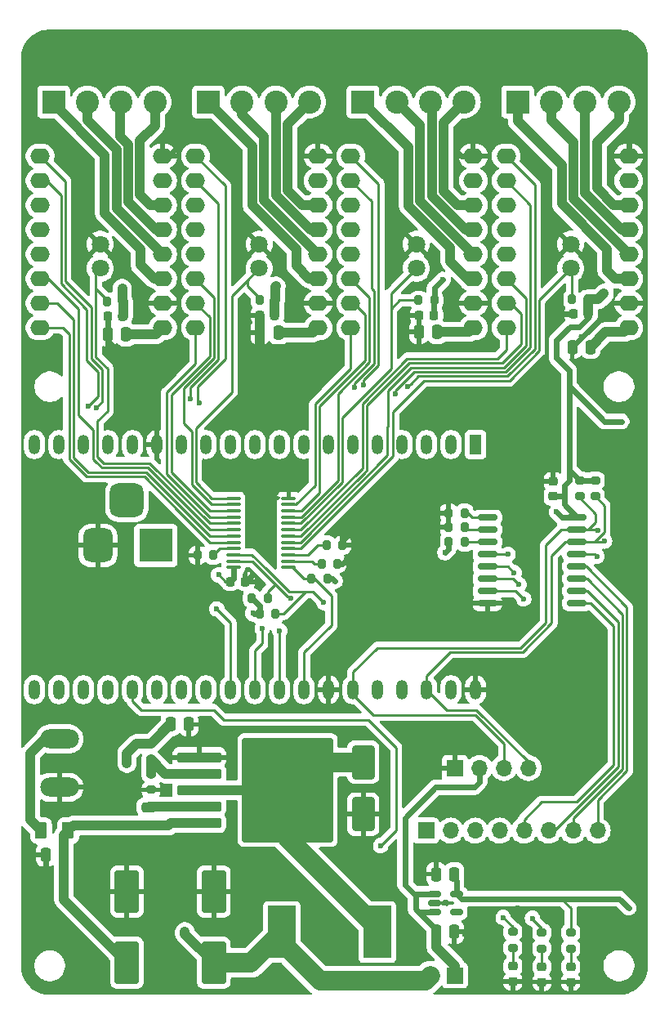
<source format=gtl>
G04 #@! TF.GenerationSoftware,KiCad,Pcbnew,8.0.3-8.0.3-0~ubuntu20.04.1*
G04 #@! TF.CreationDate,2025-01-28T05:50:59-03:00*
G04 #@! TF.ProjectId,syringe_pump,73797269-6e67-4655-9f70-756d702e6b69,rev?*
G04 #@! TF.SameCoordinates,Original*
G04 #@! TF.FileFunction,Copper,L1,Top*
G04 #@! TF.FilePolarity,Positive*
%FSLAX46Y46*%
G04 Gerber Fmt 4.6, Leading zero omitted, Abs format (unit mm)*
G04 Created by KiCad (PCBNEW 8.0.3-8.0.3-0~ubuntu20.04.1) date 2025-01-28 05:50:59*
%MOMM*%
%LPD*%
G01*
G04 APERTURE LIST*
G04 Aperture macros list*
%AMRoundRect*
0 Rectangle with rounded corners*
0 $1 Rounding radius*
0 $2 $3 $4 $5 $6 $7 $8 $9 X,Y pos of 4 corners*
0 Add a 4 corners polygon primitive as box body*
4,1,4,$2,$3,$4,$5,$6,$7,$8,$9,$2,$3,0*
0 Add four circle primitives for the rounded corners*
1,1,$1+$1,$2,$3*
1,1,$1+$1,$4,$5*
1,1,$1+$1,$6,$7*
1,1,$1+$1,$8,$9*
0 Add four rect primitives between the rounded corners*
20,1,$1+$1,$2,$3,$4,$5,0*
20,1,$1+$1,$4,$5,$6,$7,0*
20,1,$1+$1,$6,$7,$8,$9,0*
20,1,$1+$1,$8,$9,$2,$3,0*%
G04 Aperture macros list end*
G04 #@! TA.AperFunction,SMDPad,CuDef*
%ADD10RoundRect,0.200000X-0.275000X0.200000X-0.275000X-0.200000X0.275000X-0.200000X0.275000X0.200000X0*%
G04 #@! TD*
G04 #@! TA.AperFunction,SMDPad,CuDef*
%ADD11RoundRect,0.250000X0.475000X-0.250000X0.475000X0.250000X-0.475000X0.250000X-0.475000X-0.250000X0*%
G04 #@! TD*
G04 #@! TA.AperFunction,SMDPad,CuDef*
%ADD12RoundRect,0.225000X0.250000X-0.225000X0.250000X0.225000X-0.250000X0.225000X-0.250000X-0.225000X0*%
G04 #@! TD*
G04 #@! TA.AperFunction,SMDPad,CuDef*
%ADD13RoundRect,0.200000X0.200000X0.275000X-0.200000X0.275000X-0.200000X-0.275000X0.200000X-0.275000X0*%
G04 #@! TD*
G04 #@! TA.AperFunction,SMDPad,CuDef*
%ADD14RoundRect,0.200000X-0.200000X-0.275000X0.200000X-0.275000X0.200000X0.275000X-0.200000X0.275000X0*%
G04 #@! TD*
G04 #@! TA.AperFunction,SMDPad,CuDef*
%ADD15RoundRect,0.225000X0.225000X0.250000X-0.225000X0.250000X-0.225000X-0.250000X0.225000X-0.250000X0*%
G04 #@! TD*
G04 #@! TA.AperFunction,SMDPad,CuDef*
%ADD16RoundRect,0.250000X-0.250000X-0.475000X0.250000X-0.475000X0.250000X0.475000X-0.250000X0.475000X0*%
G04 #@! TD*
G04 #@! TA.AperFunction,SMDPad,CuDef*
%ADD17RoundRect,0.250000X0.250000X0.475000X-0.250000X0.475000X-0.250000X-0.475000X0.250000X-0.475000X0*%
G04 #@! TD*
G04 #@! TA.AperFunction,ComponentPad*
%ADD18C,1.800000*%
G04 #@! TD*
G04 #@! TA.AperFunction,SMDPad,CuDef*
%ADD19RoundRect,0.250000X-2.050000X-0.300000X2.050000X-0.300000X2.050000X0.300000X-2.050000X0.300000X0*%
G04 #@! TD*
G04 #@! TA.AperFunction,SMDPad,CuDef*
%ADD20RoundRect,0.250000X-2.025000X-2.375000X2.025000X-2.375000X2.025000X2.375000X-2.025000X2.375000X0*%
G04 #@! TD*
G04 #@! TA.AperFunction,SMDPad,CuDef*
%ADD21RoundRect,0.250002X-4.449998X-5.149998X4.449998X-5.149998X4.449998X5.149998X-4.449998X5.149998X0*%
G04 #@! TD*
G04 #@! TA.AperFunction,SMDPad,CuDef*
%ADD22RoundRect,0.218750X0.256250X-0.218750X0.256250X0.218750X-0.256250X0.218750X-0.256250X-0.218750X0*%
G04 #@! TD*
G04 #@! TA.AperFunction,ComponentPad*
%ADD23R,1.700000X1.700000*%
G04 #@! TD*
G04 #@! TA.AperFunction,ComponentPad*
%ADD24O,1.700000X1.700000*%
G04 #@! TD*
G04 #@! TA.AperFunction,SMDPad,CuDef*
%ADD25RoundRect,0.150000X-0.512500X-0.150000X0.512500X-0.150000X0.512500X0.150000X-0.512500X0.150000X0*%
G04 #@! TD*
G04 #@! TA.AperFunction,SMDPad,CuDef*
%ADD26RoundRect,0.250000X1.000000X-1.950000X1.000000X1.950000X-1.000000X1.950000X-1.000000X-1.950000X0*%
G04 #@! TD*
G04 #@! TA.AperFunction,SMDPad,CuDef*
%ADD27R,2.900000X5.400000*%
G04 #@! TD*
G04 #@! TA.AperFunction,SMDPad,CuDef*
%ADD28RoundRect,0.150000X-0.875000X-0.150000X0.875000X-0.150000X0.875000X0.150000X-0.875000X0.150000X0*%
G04 #@! TD*
G04 #@! TA.AperFunction,SMDPad,CuDef*
%ADD29RoundRect,0.250000X-0.900000X1.500000X-0.900000X-1.500000X0.900000X-1.500000X0.900000X1.500000X0*%
G04 #@! TD*
G04 #@! TA.AperFunction,ComponentPad*
%ADD30O,4.000000X2.000000*%
G04 #@! TD*
G04 #@! TA.AperFunction,SMDPad,CuDef*
%ADD31RoundRect,0.225000X-0.225000X-0.250000X0.225000X-0.250000X0.225000X0.250000X-0.225000X0.250000X0*%
G04 #@! TD*
G04 #@! TA.AperFunction,SMDPad,CuDef*
%ADD32RoundRect,0.100000X0.637500X0.100000X-0.637500X0.100000X-0.637500X-0.100000X0.637500X-0.100000X0*%
G04 #@! TD*
G04 #@! TA.AperFunction,SMDPad,CuDef*
%ADD33RoundRect,0.250000X-0.375000X-0.625000X0.375000X-0.625000X0.375000X0.625000X-0.375000X0.625000X0*%
G04 #@! TD*
G04 #@! TA.AperFunction,ComponentPad*
%ADD34R,1.200000X2.000000*%
G04 #@! TD*
G04 #@! TA.AperFunction,ComponentPad*
%ADD35O,1.200000X2.000000*%
G04 #@! TD*
G04 #@! TA.AperFunction,ComponentPad*
%ADD36R,2.400000X2.400000*%
G04 #@! TD*
G04 #@! TA.AperFunction,ComponentPad*
%ADD37C,2.400000*%
G04 #@! TD*
G04 #@! TA.AperFunction,ComponentPad*
%ADD38O,2.000000X1.600000*%
G04 #@! TD*
G04 #@! TA.AperFunction,ComponentPad*
%ADD39R,3.500000X3.500000*%
G04 #@! TD*
G04 #@! TA.AperFunction,ComponentPad*
%ADD40RoundRect,0.750000X-0.750000X-1.000000X0.750000X-1.000000X0.750000X1.000000X-0.750000X1.000000X0*%
G04 #@! TD*
G04 #@! TA.AperFunction,ComponentPad*
%ADD41RoundRect,0.875000X-0.875000X-0.875000X0.875000X-0.875000X0.875000X0.875000X-0.875000X0.875000X0*%
G04 #@! TD*
G04 #@! TA.AperFunction,ViaPad*
%ADD42C,0.600000*%
G04 #@! TD*
G04 #@! TA.AperFunction,ViaPad*
%ADD43C,0.800000*%
G04 #@! TD*
G04 #@! TA.AperFunction,Conductor*
%ADD44C,0.609600*%
G04 #@! TD*
G04 #@! TA.AperFunction,Conductor*
%ADD45C,0.254000*%
G04 #@! TD*
G04 #@! TA.AperFunction,Conductor*
%ADD46C,1.016000*%
G04 #@! TD*
G04 #@! TA.AperFunction,Conductor*
%ADD47C,2.032000*%
G04 #@! TD*
G04 #@! TA.AperFunction,Conductor*
%ADD48C,0.250000*%
G04 #@! TD*
G04 APERTURE END LIST*
D10*
X104000000Y-143562500D03*
X104000000Y-145212500D03*
D11*
X63225000Y-132475000D03*
X63225000Y-130575000D03*
D12*
X105162948Y-98360000D03*
X105162948Y-96810000D03*
D13*
X108775000Y-77950000D03*
X107125000Y-77950000D03*
D10*
X107932948Y-96690000D03*
X107932948Y-98340000D03*
D14*
X94350000Y-103095000D03*
X96000000Y-103095000D03*
D15*
X60550000Y-79750000D03*
X59000000Y-79750000D03*
D16*
X93050000Y-143500000D03*
X94950000Y-143500000D03*
D17*
X76700000Y-81400000D03*
X74800000Y-81400000D03*
D18*
X58225000Y-74750000D03*
X58225000Y-72250000D03*
D19*
X68500000Y-125400000D03*
X68500000Y-127100000D03*
X68500000Y-128800000D03*
D20*
X75225000Y-126025000D03*
X75225000Y-131575000D03*
D21*
X77650000Y-128800000D03*
D20*
X80075000Y-126025000D03*
X80075000Y-131575000D03*
D19*
X68500000Y-130500000D03*
X68500000Y-132200000D03*
D17*
X54450000Y-135500000D03*
X52550000Y-135500000D03*
D10*
X109542948Y-96730000D03*
X109542948Y-98380000D03*
D22*
X101000000Y-148625000D03*
X101000000Y-147050000D03*
D10*
X63500000Y-123975000D03*
X63500000Y-125625000D03*
D23*
X92000000Y-133000000D03*
D24*
X94540000Y-133000000D03*
X97080000Y-133000000D03*
X99620000Y-133000000D03*
X102160000Y-133000000D03*
X104700000Y-133000000D03*
X107240000Y-133000000D03*
X109780000Y-133000000D03*
D25*
X92862500Y-139550000D03*
X92862500Y-140500000D03*
X92862500Y-141450000D03*
X95137500Y-141450000D03*
X95137500Y-139550000D03*
D26*
X61000000Y-146700000D03*
X61000000Y-139300000D03*
D14*
X94350000Y-100095000D03*
X96000000Y-100095000D03*
D13*
X69950000Y-104475000D03*
X68300000Y-104475000D03*
D17*
X93150000Y-81350000D03*
X91250000Y-81350000D03*
D14*
X94350000Y-101595000D03*
X96000000Y-101595000D03*
X81700000Y-103400000D03*
X83350000Y-103400000D03*
D27*
X86950000Y-143500000D03*
X77050000Y-143500000D03*
D15*
X76325000Y-79600000D03*
X74775000Y-79600000D03*
D17*
X109050000Y-82900000D03*
X107150000Y-82900000D03*
D13*
X81750000Y-106875000D03*
X80100000Y-106875000D03*
X60600000Y-78200000D03*
X58950000Y-78200000D03*
D28*
X98350000Y-100555000D03*
X98350000Y-101825000D03*
X98350000Y-103095000D03*
X98350000Y-104365000D03*
X98350000Y-105635000D03*
X98350000Y-106905000D03*
X98350000Y-108175000D03*
X98350000Y-109445000D03*
X107650000Y-109445000D03*
X107650000Y-108175000D03*
X107650000Y-106905000D03*
X107650000Y-105635000D03*
X107650000Y-104365000D03*
X107650000Y-103095000D03*
X107650000Y-101825000D03*
X107650000Y-100555000D03*
D10*
X63500000Y-127125000D03*
X63500000Y-128775000D03*
D29*
X85500000Y-125900000D03*
X85500000Y-131300000D03*
D14*
X73925000Y-108900000D03*
X75575000Y-108900000D03*
D18*
X107000000Y-74750000D03*
X107000000Y-72250000D03*
D14*
X81175000Y-105325000D03*
X82825000Y-105325000D03*
D10*
X101000000Y-143492500D03*
X101000000Y-145142500D03*
D30*
X54000000Y-128500000D03*
X54000000Y-123500000D03*
D31*
X71725000Y-107200000D03*
X73275000Y-107200000D03*
D26*
X70000000Y-146700000D03*
X70000000Y-139300000D03*
D16*
X65500000Y-122000000D03*
X67400000Y-122000000D03*
D32*
X77750000Y-105725000D03*
X77750000Y-105075000D03*
X77750000Y-104425000D03*
X77750000Y-103775000D03*
X77750000Y-103125000D03*
X77750000Y-102475000D03*
X77750000Y-101825000D03*
X77750000Y-101175000D03*
X77750000Y-100525000D03*
X77750000Y-99875000D03*
X77750000Y-99225000D03*
X77750000Y-98575000D03*
X72025000Y-98575000D03*
X72025000Y-99225000D03*
X72025000Y-99875000D03*
X72025000Y-100525000D03*
X72025000Y-101175000D03*
X72025000Y-101825000D03*
X72025000Y-102475000D03*
X72025000Y-103125000D03*
X72025000Y-103775000D03*
X72025000Y-104425000D03*
X72025000Y-105075000D03*
X72025000Y-105725000D03*
D18*
X74700000Y-74750000D03*
X74700000Y-72250000D03*
D23*
X95000000Y-126500000D03*
D24*
X97540000Y-126500000D03*
X100080000Y-126500000D03*
X102620000Y-126500000D03*
D22*
X104000000Y-148675000D03*
X104000000Y-147100000D03*
D15*
X92825000Y-79600000D03*
X91275000Y-79600000D03*
D17*
X94950000Y-137500000D03*
X93050000Y-137500000D03*
D14*
X74725000Y-110550000D03*
X76375000Y-110550000D03*
D17*
X60900000Y-81600000D03*
X59000000Y-81600000D03*
D23*
X95000000Y-148000000D03*
D24*
X92460000Y-148000000D03*
D18*
X91000000Y-74750000D03*
X91000000Y-72250000D03*
D33*
X52100000Y-133000000D03*
X54900000Y-133000000D03*
D15*
X108825000Y-79500000D03*
X107275000Y-79500000D03*
D13*
X92875000Y-78050000D03*
X91225000Y-78050000D03*
D22*
X107000000Y-148675000D03*
X107000000Y-147100000D03*
D13*
X76375000Y-78050000D03*
X74725000Y-78050000D03*
D10*
X107000000Y-143562500D03*
X107000000Y-145212500D03*
D34*
X97140000Y-93000000D03*
D35*
X94600000Y-93000000D03*
X92060000Y-93000000D03*
X89520000Y-93000000D03*
X86980000Y-93000000D03*
X84440000Y-93000000D03*
X81900000Y-93000000D03*
X79360000Y-93000000D03*
X76820000Y-93000000D03*
X74280000Y-93000000D03*
X71740000Y-93000000D03*
X69200000Y-93000000D03*
X66660000Y-93000000D03*
X64120000Y-93000000D03*
X61580000Y-93000000D03*
X59040000Y-93000000D03*
X56500000Y-93000000D03*
X53960000Y-93000000D03*
X51420000Y-93000000D03*
X51422720Y-118396320D03*
X53962720Y-118396320D03*
X56500000Y-118400000D03*
X59040000Y-118400000D03*
X61580000Y-118400000D03*
X64120000Y-118400000D03*
X66660000Y-118400000D03*
X69200000Y-118400000D03*
X71740000Y-118400000D03*
X74280000Y-118400000D03*
X76820000Y-118400000D03*
X79360000Y-118400000D03*
X81900000Y-118400000D03*
X84440000Y-118400000D03*
X86980000Y-118400000D03*
X89520000Y-118400000D03*
X92060000Y-118400000D03*
X94600000Y-118400000D03*
X97140000Y-118400000D03*
D36*
X69433333Y-57500000D03*
D37*
X72933333Y-57500000D03*
X76433333Y-57500000D03*
X79933333Y-57500000D03*
D38*
X68100000Y-80890000D03*
X68100000Y-78350000D03*
X68100000Y-75810000D03*
X68100000Y-73270000D03*
X68100000Y-70730000D03*
X68100000Y-68190000D03*
X68100000Y-65650000D03*
X68100000Y-63110000D03*
X80800000Y-63110000D03*
X80800000Y-65650000D03*
X80800000Y-68190000D03*
X80800000Y-70730000D03*
X80800000Y-73270000D03*
X80800000Y-75810000D03*
X80800000Y-78350000D03*
X80800000Y-80890000D03*
D36*
X53400000Y-57500000D03*
D37*
X56900000Y-57500000D03*
X60400000Y-57500000D03*
X63900000Y-57500000D03*
D36*
X101500000Y-57500000D03*
D37*
X105000000Y-57500000D03*
X108500000Y-57500000D03*
X112000000Y-57500000D03*
D38*
X84200000Y-80890000D03*
X84200000Y-78350000D03*
X84200000Y-75810000D03*
X84200000Y-73270000D03*
X84200000Y-70730000D03*
X84200000Y-68190000D03*
X84200000Y-65650000D03*
X84200000Y-63110000D03*
X96900000Y-63110000D03*
X96900000Y-65650000D03*
X96900000Y-68190000D03*
X96900000Y-70730000D03*
X96900000Y-73270000D03*
X96900000Y-75810000D03*
X96900000Y-78350000D03*
X96900000Y-80890000D03*
D39*
X64000000Y-103457500D03*
D40*
X58000000Y-103457500D03*
D41*
X61000000Y-98757500D03*
D36*
X85466666Y-57500000D03*
D37*
X88966666Y-57500000D03*
X92466666Y-57500000D03*
X95966666Y-57500000D03*
D38*
X52000000Y-80890000D03*
X52000000Y-78350000D03*
X52000000Y-75810000D03*
X52000000Y-73270000D03*
X52000000Y-70730000D03*
X52000000Y-68190000D03*
X52000000Y-65650000D03*
X52000000Y-63110000D03*
X64700000Y-63110000D03*
X64700000Y-65650000D03*
X64700000Y-68190000D03*
X64700000Y-70730000D03*
X64700000Y-73270000D03*
X64700000Y-75810000D03*
X64700000Y-78350000D03*
X64700000Y-80890000D03*
X100300000Y-80890000D03*
X100300000Y-78350000D03*
X100300000Y-75810000D03*
X100300000Y-73270000D03*
X100300000Y-70730000D03*
X100300000Y-68190000D03*
X100300000Y-65650000D03*
X100300000Y-63110000D03*
X113000000Y-63110000D03*
X113000000Y-65650000D03*
X113000000Y-68190000D03*
X113000000Y-70730000D03*
X113000000Y-73270000D03*
X113000000Y-75810000D03*
X113000000Y-78350000D03*
X113000000Y-80890000D03*
D42*
X66175000Y-148850000D03*
X65050000Y-129025000D03*
X89850000Y-142450000D03*
X91600000Y-111525000D03*
X92712948Y-95125000D03*
X87650000Y-128725000D03*
X75525000Y-103300000D03*
X93940000Y-54920000D03*
X98100000Y-135475000D03*
X91542948Y-97835000D03*
X100062948Y-97255000D03*
X82100000Y-144175000D03*
X72700000Y-89275000D03*
X95950000Y-109550000D03*
X98750000Y-82750000D03*
X103412948Y-96865000D03*
X94550000Y-79150000D03*
X102200000Y-122250000D03*
X63300000Y-135425000D03*
X56100000Y-149025000D03*
X89700000Y-82700000D03*
X102900000Y-88775000D03*
X77175000Y-138675000D03*
X104800000Y-124250000D03*
X92075000Y-89675000D03*
X99050000Y-88125000D03*
X108750000Y-76100000D03*
X54950000Y-144400000D03*
X65550000Y-124475000D03*
X54550000Y-126000000D03*
X98675000Y-145475000D03*
X51675000Y-97475000D03*
X95975000Y-88400000D03*
X98375000Y-142250000D03*
X95350000Y-62800000D03*
X52250000Y-142900000D03*
X89200000Y-104175000D03*
X53125000Y-114600000D03*
X74750000Y-82600000D03*
X112000000Y-142975000D03*
X92450000Y-82900000D03*
X113575000Y-144300000D03*
X99325000Y-111975000D03*
X84750000Y-100950000D03*
X102025000Y-137700000D03*
X96050000Y-143712500D03*
X84700000Y-111475000D03*
X71725000Y-130850000D03*
X74150000Y-87475000D03*
X96575000Y-124475000D03*
X61450000Y-87200000D03*
X103350000Y-116775000D03*
X113810000Y-60660000D03*
X87900000Y-97700000D03*
X94050000Y-140450000D03*
X78450000Y-79250000D03*
X88650000Y-69100000D03*
X88600000Y-73700000D03*
X86675000Y-138625000D03*
X85925000Y-135775000D03*
X62350000Y-89675000D03*
X75450000Y-96250000D03*
X91650000Y-136775000D03*
X62625000Y-115550000D03*
X52025000Y-105700000D03*
X90400000Y-145475000D03*
X104700000Y-80900000D03*
X103850000Y-64500000D03*
X62275000Y-127775000D03*
X105350000Y-78850000D03*
X56750000Y-114425000D03*
X71750000Y-63950000D03*
X110800000Y-79250000D03*
X82660000Y-55350000D03*
X101500000Y-141000000D03*
X112050000Y-83600000D03*
X52275000Y-96275000D03*
X87950000Y-64250000D03*
X82700000Y-59550000D03*
X62675000Y-83025000D03*
X56550000Y-63750000D03*
X90450000Y-76800000D03*
X101400000Y-128225000D03*
X104700000Y-69050000D03*
X110680000Y-54550000D03*
X74000000Y-106500000D03*
X50950000Y-54730000D03*
X91000000Y-127650000D03*
X52175000Y-120875000D03*
X89600000Y-80500000D03*
X96375000Y-138750000D03*
X66460000Y-54610000D03*
X98602085Y-51545093D03*
X59550000Y-82800000D03*
X58575000Y-134650000D03*
X57050000Y-130450000D03*
X59325000Y-128550000D03*
X108925000Y-137725000D03*
X58625000Y-109475000D03*
X66040000Y-51670000D03*
X103125000Y-101200000D03*
X95300000Y-77250000D03*
X50800000Y-60550000D03*
X103690000Y-55100000D03*
X57925000Y-137575000D03*
X55650000Y-74550000D03*
X60800000Y-74450000D03*
X72300000Y-74400000D03*
X73000000Y-82650000D03*
X79200000Y-62800000D03*
X56220000Y-70930000D03*
X72350000Y-70620000D03*
X104700000Y-75050000D03*
X76550000Y-148250000D03*
X92950000Y-74000000D03*
X68600000Y-134900000D03*
X61350000Y-110325000D03*
X83700000Y-104950000D03*
X51025000Y-88975000D03*
X62400000Y-79200000D03*
X64200000Y-145075000D03*
X98700000Y-59550000D03*
X52600000Y-83450000D03*
X74475000Y-100050000D03*
X91825000Y-124575000D03*
X108900000Y-92875000D03*
X52175000Y-137100000D03*
X71825000Y-126575000D03*
X112800000Y-61450000D03*
X66650000Y-57250000D03*
X83700000Y-102575000D03*
X66150000Y-62250000D03*
D43*
X61000000Y-126000000D03*
X67000000Y-143500000D03*
D42*
X93750000Y-75900000D03*
X110450000Y-77350000D03*
X113000000Y-141000000D03*
X82575000Y-107150000D03*
X93962948Y-104195000D03*
X60500000Y-76850000D03*
X74050000Y-110450000D03*
X112275000Y-90600000D03*
X76450000Y-76600000D03*
X70500000Y-106500000D03*
X105512948Y-99975000D03*
X110500000Y-103000000D03*
X81400000Y-109375000D03*
X77996091Y-108902000D03*
X109854144Y-101854144D03*
X101627000Y-107500000D03*
X57000000Y-89000000D03*
X57800000Y-89200000D03*
X103025000Y-142075000D03*
X100500000Y-104365000D03*
X102127000Y-109000000D03*
X101127000Y-106278000D03*
X84575000Y-87075000D03*
X75025000Y-112030000D03*
X109725000Y-104575000D03*
X90125000Y-87025000D03*
X67600000Y-88250000D03*
X70300000Y-110025000D03*
X68475000Y-88725000D03*
X76825000Y-112300000D03*
X85550000Y-86850000D03*
X88800000Y-87775000D03*
X100000000Y-142000000D03*
X87300000Y-134550000D03*
D44*
X82825000Y-105325000D02*
X83325000Y-105325000D01*
X83350000Y-102925000D02*
X83700000Y-102575000D01*
X64700000Y-63110000D02*
X65290000Y-63110000D01*
X59000000Y-82250000D02*
X59000000Y-81600000D01*
X110750000Y-79250000D02*
X110800000Y-79250000D01*
X74000000Y-106500000D02*
X73300000Y-107200000D01*
D45*
X94050000Y-140450000D02*
X94000000Y-140500000D01*
D44*
X52550000Y-135500000D02*
X52550000Y-136725000D01*
X107275000Y-79500000D02*
X106000000Y-79500000D01*
D46*
X74800000Y-82550000D02*
X74750000Y-82600000D01*
X74800000Y-81400000D02*
X74800000Y-82550000D01*
D44*
X95660000Y-63110000D02*
X95350000Y-62800000D01*
D45*
X94950000Y-143500000D02*
X95837500Y-143500000D01*
D44*
X113000000Y-61650000D02*
X112800000Y-61450000D01*
X59550000Y-82800000D02*
X59000000Y-82250000D01*
X106000000Y-79500000D02*
X105350000Y-78850000D01*
X65290000Y-63110000D02*
X66150000Y-62250000D01*
X96900000Y-63110000D02*
X95660000Y-63110000D01*
D45*
X93050000Y-138000000D02*
X93050000Y-137112500D01*
D44*
X107150000Y-82850000D02*
X110750000Y-79250000D01*
X113000000Y-63110000D02*
X113000000Y-61650000D01*
X52550000Y-136725000D02*
X52175000Y-137100000D01*
X73300000Y-107200000D02*
X73275000Y-107200000D01*
D46*
X74775000Y-81375000D02*
X74800000Y-81400000D01*
D45*
X94000000Y-140500000D02*
X92862500Y-140500000D01*
D44*
X83325000Y-105325000D02*
X83700000Y-104950000D01*
X107150000Y-82900000D02*
X107150000Y-82850000D01*
X59000000Y-79750000D02*
X59000000Y-81600000D01*
D46*
X74775000Y-79600000D02*
X74775000Y-81375000D01*
D44*
X83350000Y-103400000D02*
X83350000Y-102925000D01*
D45*
X95837500Y-143500000D02*
X96050000Y-143712500D01*
X107000000Y-147100000D02*
X107000000Y-145212500D01*
X104000000Y-147100000D02*
X104000000Y-145212500D01*
D46*
X55425000Y-132475000D02*
X54900000Y-133000000D01*
X65575000Y-132200000D02*
X65300000Y-132475000D01*
X63225000Y-132475000D02*
X55425000Y-132475000D01*
X54450000Y-135500000D02*
X54450000Y-133450000D01*
X54450000Y-140150000D02*
X54450000Y-135500000D01*
X68500000Y-132200000D02*
X65575000Y-132200000D01*
X54450000Y-133450000D02*
X54900000Y-133000000D01*
X61000000Y-146700000D02*
X54450000Y-140150000D01*
X65300000Y-132475000D02*
X63225000Y-132475000D01*
X68500000Y-130500000D02*
X63300000Y-130500000D01*
X63300000Y-130500000D02*
X63225000Y-130575000D01*
X63500000Y-124000000D02*
X65500000Y-122000000D01*
D47*
X70000000Y-146700000D02*
X73850000Y-146700000D01*
X92460000Y-148000000D02*
X91910000Y-148550000D01*
D46*
X67000000Y-143700000D02*
X70000000Y-146700000D01*
X67000000Y-143500000D02*
X67000000Y-143700000D01*
D47*
X73850000Y-146700000D02*
X77050000Y-143500000D01*
D46*
X65475000Y-122000000D02*
X63500000Y-123975000D01*
X61000000Y-126000000D02*
X61000000Y-125000000D01*
X62000000Y-124000000D02*
X63500000Y-124000000D01*
D47*
X91910000Y-148550000D02*
X81025000Y-148550000D01*
D46*
X61000000Y-125000000D02*
X62000000Y-124000000D01*
D47*
X81025000Y-148550000D02*
X77050000Y-144575000D01*
D46*
X65500000Y-122000000D02*
X65475000Y-122000000D01*
D47*
X77050000Y-144575000D02*
X77050000Y-143500000D01*
D45*
X71725000Y-107200000D02*
X71200000Y-107200000D01*
D44*
X74150000Y-110550000D02*
X74050000Y-110450000D01*
X92825000Y-79600000D02*
X92825000Y-78100000D01*
X82300000Y-106875000D02*
X82575000Y-107150000D01*
X112050000Y-140050000D02*
X113000000Y-141000000D01*
X108825000Y-79875000D02*
X108825000Y-79500000D01*
X92875000Y-76925000D02*
X92875000Y-76775000D01*
X106832948Y-95200000D02*
X106832948Y-85332948D01*
X71725000Y-107200000D02*
X72025000Y-106900000D01*
X74725000Y-110550000D02*
X74150000Y-110550000D01*
X106825000Y-86950000D02*
X106825000Y-85325000D01*
X94350000Y-103095000D02*
X94350000Y-103807948D01*
X109542948Y-96730000D02*
X107972948Y-96730000D01*
D45*
X71200000Y-107200000D02*
X70500000Y-106500000D01*
D44*
X105500000Y-82200000D02*
X106900000Y-80800000D01*
X106105448Y-98360000D02*
X106315448Y-98150000D01*
X106832948Y-96690000D02*
X106315448Y-97207500D01*
D46*
X76375000Y-76675000D02*
X76450000Y-76600000D01*
X60500000Y-76850000D02*
X60500000Y-78100000D01*
D44*
X106000000Y-140050000D02*
X95637500Y-140050000D01*
X74725000Y-109700000D02*
X73925000Y-108900000D01*
X92875000Y-76775000D02*
X93750000Y-75900000D01*
X106000000Y-140050000D02*
X112050000Y-140050000D01*
X92825000Y-78100000D02*
X92875000Y-78050000D01*
X94350000Y-103807948D02*
X93962948Y-104195000D01*
X110475000Y-90600000D02*
X106825000Y-86950000D01*
X105500000Y-84000000D02*
X105500000Y-82200000D01*
X106832948Y-96690000D02*
X106832948Y-95200000D01*
X107932948Y-96690000D02*
X106832948Y-95590000D01*
D45*
X107000000Y-141050000D02*
X107000000Y-143562500D01*
D46*
X108775000Y-77950000D02*
X109850000Y-77950000D01*
X76375000Y-78050000D02*
X76375000Y-76675000D01*
X108825000Y-78000000D02*
X108775000Y-77950000D01*
X109850000Y-77950000D02*
X110450000Y-77350000D01*
X76325000Y-78100000D02*
X76375000Y-78050000D01*
D44*
X106832948Y-95590000D02*
X106832948Y-95200000D01*
D46*
X108825000Y-79500000D02*
X108825000Y-78000000D01*
X60600000Y-79700000D02*
X60550000Y-79750000D01*
D44*
X105162948Y-98360000D02*
X106105448Y-98360000D01*
X106825000Y-85325000D02*
X105500000Y-84000000D01*
X106315448Y-98150000D02*
X106315448Y-97207500D01*
X107650000Y-100555000D02*
X106315448Y-99220448D01*
X74725000Y-110550000D02*
X74725000Y-109700000D01*
X95137500Y-138187500D02*
X94950000Y-138000000D01*
D46*
X60600000Y-78200000D02*
X60600000Y-79700000D01*
D44*
X106832948Y-85332948D02*
X106825000Y-85325000D01*
D45*
X106000000Y-140050000D02*
X107000000Y-141050000D01*
D44*
X72025000Y-106900000D02*
X72025000Y-105779800D01*
X107972948Y-96730000D02*
X107932948Y-96690000D01*
X107650000Y-100555000D02*
X106092948Y-100555000D01*
X112275000Y-90600000D02*
X110475000Y-90600000D01*
X95137500Y-139550000D02*
X95137500Y-138187500D01*
X106092948Y-100555000D02*
X105512948Y-99975000D01*
X106900000Y-80800000D02*
X107900000Y-80800000D01*
D46*
X76325000Y-79600000D02*
X76325000Y-78100000D01*
D44*
X95637500Y-140050000D02*
X95137500Y-139550000D01*
X81750000Y-106875000D02*
X82300000Y-106875000D01*
X92875000Y-78050000D02*
X92875000Y-76925000D01*
X106315448Y-99220448D02*
X106315448Y-98150000D01*
X107900000Y-80800000D02*
X108825000Y-79875000D01*
D46*
X60500000Y-78100000D02*
X60600000Y-78200000D01*
D47*
X86950000Y-143075000D02*
X77650000Y-133775000D01*
X77650000Y-133775000D02*
X77650000Y-128800000D01*
D46*
X68500000Y-128800000D02*
X77650000Y-128800000D01*
D47*
X85500000Y-125900000D02*
X80550000Y-125900000D01*
X86950000Y-143500000D02*
X86950000Y-143075000D01*
X80550000Y-125900000D02*
X77650000Y-128800000D01*
D46*
X93832000Y-59634666D02*
X93832000Y-66762632D01*
X93832000Y-66762632D02*
X95259368Y-68190000D01*
X95259368Y-68190000D02*
X96900000Y-68190000D01*
X95966666Y-57500000D02*
X93832000Y-59634666D01*
X96900000Y-70730000D02*
X96079684Y-70730000D01*
X92616000Y-57649334D02*
X92466666Y-57500000D01*
X96079684Y-70730000D02*
X92616000Y-67266316D01*
X92616000Y-67266316D02*
X92616000Y-57649334D01*
X96900000Y-73270000D02*
X91400000Y-67770000D01*
X91400000Y-59933334D02*
X88966666Y-57500000D01*
X91400000Y-67770000D02*
X91400000Y-59933334D01*
X96310000Y-75810000D02*
X94500000Y-74000000D01*
X90184000Y-62217334D02*
X85466666Y-57500000D01*
X94500000Y-72589684D02*
X90184000Y-68273684D01*
X94500000Y-74000000D02*
X94500000Y-72589684D01*
X90184000Y-68273684D02*
X90184000Y-62217334D01*
X96900000Y-75810000D02*
X96310000Y-75810000D01*
D45*
X88370000Y-78950000D02*
X88370000Y-85130000D01*
X91000000Y-74750000D02*
X88370000Y-77380000D01*
X89270000Y-78050000D02*
X88370000Y-78950000D01*
X88370000Y-77380000D02*
X88370000Y-78950000D01*
X88370000Y-85130000D02*
X83310000Y-90190000D01*
X83310000Y-96899105D02*
X79034105Y-101175000D01*
X91225000Y-78050000D02*
X89270000Y-78050000D01*
X79034105Y-101175000D02*
X77750000Y-101175000D01*
X83310000Y-90190000D02*
X83310000Y-96899105D01*
X58580052Y-94938000D02*
X63364158Y-94938000D01*
X58950000Y-78200000D02*
X58950000Y-77988000D01*
X57954000Y-94311948D02*
X58580052Y-94938000D01*
X58225000Y-74750000D02*
X57762000Y-75213000D01*
X57762000Y-75213000D02*
X57762000Y-76800000D01*
X57762000Y-76800000D02*
X57762000Y-83912000D01*
X57954000Y-90546000D02*
X57954000Y-94311948D01*
X59000000Y-85150000D02*
X59000000Y-89500000D01*
X58950000Y-77988000D02*
X57762000Y-76800000D01*
X63364158Y-94938000D02*
X69601158Y-101175000D01*
X69601158Y-101175000D02*
X72025000Y-101175000D01*
X59000000Y-89500000D02*
X57954000Y-90546000D01*
X57762000Y-83912000D02*
X59000000Y-85150000D01*
D46*
X69433333Y-57500000D02*
X74001333Y-62068000D01*
X79860000Y-75810000D02*
X80800000Y-75810000D01*
X74001333Y-62068000D02*
X74001333Y-68201333D01*
X78550000Y-72750000D02*
X78550000Y-74500000D01*
X78550000Y-74500000D02*
X79860000Y-75810000D01*
X74001333Y-68201333D02*
X78550000Y-72750000D01*
X75217333Y-67687333D02*
X80800000Y-73270000D01*
X72933333Y-57500000D02*
X72933333Y-58783333D01*
X72933333Y-58783333D02*
X75217333Y-61067333D01*
X75217333Y-61067333D02*
X75217333Y-67687333D01*
X76433333Y-57500000D02*
X76433333Y-67183649D01*
X76433333Y-67183649D02*
X79979684Y-70730000D01*
X79979684Y-70730000D02*
X80800000Y-70730000D01*
X77649333Y-59784000D02*
X77649333Y-66679965D01*
X79159368Y-68190000D02*
X80800000Y-68190000D01*
X79933333Y-57500000D02*
X77649333Y-59784000D01*
X77649333Y-66679965D02*
X79159368Y-68190000D01*
X107284000Y-67554000D02*
X113000000Y-73270000D01*
X105000000Y-59400000D02*
X107284000Y-61684000D01*
X107284000Y-61684000D02*
X107284000Y-67554000D01*
X105000000Y-57500000D02*
X105000000Y-59400000D01*
X108500000Y-57500000D02*
X108500000Y-66950000D01*
X112280000Y-70730000D02*
X113000000Y-70730000D01*
X108500000Y-66950000D02*
X112280000Y-70730000D01*
X106068000Y-64068000D02*
X106068000Y-68057684D01*
X106068000Y-68057684D02*
X110750000Y-72739684D01*
X101500000Y-59500000D02*
X106068000Y-64068000D01*
X101500000Y-57500000D02*
X101500000Y-59500000D01*
X110750000Y-74950000D02*
X111610000Y-75810000D01*
X111610000Y-75810000D02*
X113000000Y-75810000D01*
X110750000Y-72739684D02*
X110750000Y-74950000D01*
D45*
X71860000Y-87565000D02*
X68152000Y-91273000D01*
X73500000Y-76600000D02*
X73500000Y-75950000D01*
X71860000Y-77590000D02*
X71860000Y-87565000D01*
X74700000Y-78025000D02*
X74700000Y-77800000D01*
X68152000Y-96937776D02*
X68407112Y-97192888D01*
X74700000Y-74750000D02*
X73500000Y-75950000D01*
X74725000Y-78050000D02*
X74700000Y-78025000D01*
X73500000Y-75950000D02*
X71860000Y-77590000D01*
X74700000Y-77800000D02*
X73500000Y-76600000D01*
X72025000Y-98575000D02*
X69789224Y-98575000D01*
X68152000Y-91273000D02*
X68152000Y-96937776D01*
X69789224Y-98575000D02*
X68407112Y-97192888D01*
X103716000Y-78034000D02*
X107000000Y-74750000D01*
X89318000Y-88852000D02*
X91800000Y-86370000D01*
X91800000Y-86370000D02*
X100648211Y-86370000D01*
X88593000Y-94184315D02*
X88593000Y-89577000D01*
X107125000Y-77950000D02*
X107125000Y-74875000D01*
X79002315Y-103775000D02*
X88593000Y-94184315D01*
X103716000Y-83302211D02*
X103716000Y-78034000D01*
X88593000Y-89577000D02*
X89318000Y-88852000D01*
X107125000Y-74875000D02*
X107000000Y-74750000D01*
X100648211Y-86370000D02*
X103716000Y-83302211D01*
X77750000Y-103775000D02*
X79002315Y-103775000D01*
X110500000Y-102095000D02*
X109500000Y-103095000D01*
X97225000Y-120500000D02*
X102620000Y-125895000D01*
X109500000Y-103095000D02*
X107650000Y-103095000D01*
X76375000Y-110550000D02*
X77234803Y-110550000D01*
X92060000Y-116940000D02*
X94500000Y-114500000D01*
X105000000Y-111500000D02*
X105000000Y-104500000D01*
X110405000Y-103095000D02*
X109500000Y-103095000D01*
X79500000Y-108275000D02*
X77803280Y-108275000D01*
X94160000Y-120500000D02*
X97225000Y-120500000D01*
X81400000Y-109375000D02*
X80300000Y-108275000D01*
X92060000Y-118400000D02*
X92060000Y-116940000D01*
X72025000Y-104425000D02*
X73953280Y-104425000D01*
X110500000Y-99337052D02*
X110500000Y-102095000D01*
X77803280Y-108275000D02*
X75503280Y-105975000D01*
X94500000Y-114500000D02*
X102000000Y-114500000D01*
X92060000Y-118400000D02*
X94160000Y-120500000D01*
X73953280Y-104425000D02*
X75503280Y-105975000D01*
X77234803Y-110550000D02*
X79500000Y-108284803D01*
X102620000Y-125895000D02*
X102620000Y-126500000D01*
X110500000Y-103000000D02*
X110405000Y-103095000D01*
X109542948Y-98380000D02*
X110500000Y-99337052D01*
X106405000Y-103095000D02*
X107650000Y-103095000D01*
X105000000Y-104500000D02*
X106405000Y-103095000D01*
X102000000Y-114500000D02*
X105000000Y-111500000D01*
X80300000Y-108275000D02*
X79500000Y-108275000D01*
X79500000Y-108284803D02*
X79500000Y-108275000D01*
X86500000Y-121000000D02*
X97082948Y-121000000D01*
X107650000Y-101825000D02*
X109825000Y-101825000D01*
X104428974Y-103418974D02*
X104428974Y-111428974D01*
X100080000Y-123997052D02*
X100080000Y-126500000D01*
X109582948Y-101035000D02*
X109582948Y-100195000D01*
X109582948Y-100195000D02*
X107932948Y-98545000D01*
X77996091Y-108902000D02*
X77823091Y-108729000D01*
X86954000Y-114046000D02*
X84440000Y-116560000D01*
X77615228Y-108729000D02*
X76355614Y-107469386D01*
X84440000Y-118400000D02*
X84440000Y-118940000D01*
X73961228Y-105075000D02*
X76355614Y-107469386D01*
X77823091Y-108729000D02*
X77615228Y-108729000D01*
X107932948Y-98545000D02*
X107932948Y-98340000D01*
X84440000Y-116560000D02*
X84440000Y-118400000D01*
X84440000Y-118940000D02*
X86500000Y-121000000D01*
X109825000Y-101825000D02*
X109854144Y-101854144D01*
X108792948Y-101825000D02*
X109582948Y-101035000D01*
X97082948Y-121000000D02*
X100080000Y-123997052D01*
X101811948Y-114046000D02*
X86954000Y-114046000D01*
X72025000Y-105075000D02*
X73961228Y-105075000D01*
X75575000Y-108900000D02*
X75575000Y-108250000D01*
X104428974Y-111428974D02*
X101811948Y-114046000D01*
X106022948Y-101825000D02*
X104428974Y-103418974D01*
X75575000Y-108250000D02*
X76355614Y-107469386D01*
X107650000Y-101825000D02*
X106022948Y-101825000D01*
X107650000Y-101825000D02*
X108792948Y-101825000D01*
X101032000Y-106905000D02*
X98350000Y-106905000D01*
X101627000Y-107500000D02*
X101032000Y-106905000D01*
X54150000Y-76300000D02*
X54150000Y-67150000D01*
X54150000Y-67150000D02*
X52650000Y-65650000D01*
X57000000Y-89000000D02*
X58000000Y-88000000D01*
X52650000Y-65650000D02*
X52000000Y-65650000D01*
X58000000Y-85434106D02*
X56854000Y-84288106D01*
X56854000Y-79004000D02*
X54150000Y-76300000D01*
X58000000Y-88000000D02*
X58000000Y-85434106D01*
X56854000Y-84288106D02*
X56854000Y-79004000D01*
X57800000Y-89200000D02*
X58454000Y-88546000D01*
X57308000Y-78815947D02*
X54604000Y-76111947D01*
X54604000Y-76111947D02*
X54604000Y-65714000D01*
X54604000Y-65714000D02*
X52000000Y-63110000D01*
X57308000Y-84100053D02*
X57308000Y-78815947D01*
X58454000Y-85246053D02*
X57308000Y-84100053D01*
X58454000Y-88546000D02*
X58454000Y-85246053D01*
X72025000Y-102475000D02*
X69617054Y-102475000D01*
X55475000Y-80075000D02*
X53750000Y-78350000D01*
X62988054Y-95846000D02*
X56988052Y-95846000D01*
X53750000Y-78350000D02*
X52000000Y-78350000D01*
X55475000Y-94332948D02*
X55475000Y-80075000D01*
X56988052Y-95846000D02*
X55475000Y-94332948D01*
X69617054Y-102475000D02*
X62988054Y-95846000D01*
X69609106Y-101825000D02*
X63176106Y-95392000D01*
X57500000Y-94500001D02*
X57500000Y-91475000D01*
X57765947Y-94765948D02*
X57500000Y-94500001D01*
X56000000Y-78950000D02*
X52860000Y-75810000D01*
X63176106Y-95392000D02*
X58392000Y-95392000D01*
X56000000Y-89975000D02*
X56000000Y-78950000D01*
X57500000Y-91475000D02*
X56000000Y-89975000D01*
X52860000Y-75810000D02*
X52000000Y-75810000D01*
X72025000Y-101825000D02*
X69609106Y-101825000D01*
X58392000Y-95392000D02*
X57765948Y-94765948D01*
X57765948Y-94765948D02*
X57765947Y-94765948D01*
D46*
X62350000Y-61500000D02*
X63900000Y-59950000D01*
X63900000Y-59950000D02*
X63900000Y-57500000D01*
X63440000Y-68190000D02*
X62350000Y-67100000D01*
X64700000Y-68190000D02*
X63440000Y-68190000D01*
X62350000Y-67100000D02*
X62350000Y-61500000D01*
X62400000Y-74400000D02*
X62400000Y-72739368D01*
X63810000Y-75810000D02*
X62400000Y-74400000D01*
X62400000Y-72739368D02*
X58702000Y-69041368D01*
X53400000Y-57700000D02*
X53400000Y-57500000D01*
X64700000Y-75810000D02*
X63810000Y-75810000D01*
X58702000Y-69041368D02*
X58702000Y-63002000D01*
X58702000Y-63002000D02*
X53400000Y-57700000D01*
D44*
X97540000Y-126500000D02*
X97540000Y-127960000D01*
X93050000Y-143250000D02*
X93050000Y-144000000D01*
X97540000Y-127960000D02*
X97000000Y-128500000D01*
D46*
X76700000Y-81400000D02*
X80290000Y-81400000D01*
X112540000Y-81350000D02*
X113000000Y-80890000D01*
D45*
X104000000Y-143150000D02*
X104000000Y-143562500D01*
D46*
X60900000Y-81600000D02*
X63990000Y-81600000D01*
D44*
X92862500Y-141450000D02*
X91250000Y-141450000D01*
X91062500Y-139550000D02*
X90912500Y-139700000D01*
D46*
X109050000Y-82900000D02*
X110600000Y-81350000D01*
X93150000Y-81350000D02*
X96440000Y-81350000D01*
D44*
X93000000Y-128500000D02*
X89835000Y-131665000D01*
X90912500Y-141112500D02*
X91225000Y-141425000D01*
X90912500Y-139700000D02*
X90912500Y-141112500D01*
D45*
X103025000Y-142175000D02*
X104000000Y-143150000D01*
D46*
X95000000Y-147000000D02*
X93050000Y-145050000D01*
X93050000Y-145050000D02*
X93050000Y-144000000D01*
D44*
X89835000Y-131665000D02*
X89835000Y-138622500D01*
X91250000Y-141450000D02*
X91225000Y-141425000D01*
X97000000Y-128500000D02*
X93000000Y-128500000D01*
D45*
X103025000Y-142075000D02*
X103025000Y-142175000D01*
D46*
X96440000Y-81350000D02*
X96900000Y-80890000D01*
X63990000Y-81600000D02*
X64700000Y-80890000D01*
D44*
X92862500Y-139550000D02*
X91062500Y-139550000D01*
X91225000Y-141425000D02*
X93050000Y-143250000D01*
D46*
X110600000Y-81350000D02*
X112540000Y-81350000D01*
X95000000Y-148000000D02*
X95000000Y-147000000D01*
X80290000Y-81400000D02*
X80800000Y-80890000D01*
D44*
X89835000Y-138622500D02*
X90912500Y-139700000D01*
D46*
X64030000Y-70730000D02*
X61134000Y-67834000D01*
X61134000Y-67834000D02*
X61134000Y-61914316D01*
X61134000Y-61914316D02*
X60300000Y-61080316D01*
X60300000Y-61080316D02*
X60300000Y-57600000D01*
X64700000Y-70730000D02*
X64030000Y-70730000D01*
X60300000Y-57600000D02*
X60400000Y-57500000D01*
D45*
X54332000Y-80890000D02*
X55000000Y-81558000D01*
X69625002Y-103125000D02*
X72025000Y-103125000D01*
X66500002Y-100000000D02*
X69625002Y-103125000D01*
X55000000Y-94500000D02*
X56800000Y-96300000D01*
X55000000Y-81558000D02*
X55000000Y-94500000D01*
X66500000Y-100000000D02*
X66500002Y-100000000D01*
X56800000Y-96300000D02*
X62800000Y-96300000D01*
X62800000Y-96300000D02*
X66500000Y-100000000D01*
X52000000Y-80890000D02*
X54332000Y-80890000D01*
D46*
X59918000Y-62418000D02*
X56900000Y-59400000D01*
X64700000Y-73270000D02*
X64650316Y-73270000D01*
X59918000Y-68537684D02*
X59918000Y-62418000D01*
X56900000Y-59400000D02*
X56900000Y-57500000D01*
X64650316Y-73270000D02*
X59918000Y-68537684D01*
D45*
X107650000Y-108175000D02*
X108675000Y-108175000D01*
X108675000Y-108175000D02*
X111904000Y-111404000D01*
X111904000Y-111404000D02*
X111904000Y-126388052D01*
X111904000Y-126388052D02*
X105292052Y-133000000D01*
X105292052Y-133000000D02*
X104700000Y-133000000D01*
X100500000Y-104365000D02*
X98350000Y-104365000D01*
X102127000Y-109000000D02*
X101302000Y-108175000D01*
X101302000Y-108175000D02*
X98350000Y-108175000D01*
X100484000Y-105635000D02*
X98350000Y-105635000D01*
X101127000Y-106278000D02*
X100484000Y-105635000D01*
X108610000Y-105635000D02*
X107650000Y-105635000D01*
X109780000Y-129837052D02*
X112812000Y-126805052D01*
X112812000Y-109837000D02*
X108610000Y-105635000D01*
X109780000Y-133000000D02*
X109780000Y-129837052D01*
X112812000Y-126805052D02*
X112812000Y-109837000D01*
X112358000Y-110583000D02*
X112358000Y-126617000D01*
X108680000Y-106905000D02*
X112358000Y-110583000D01*
X107650000Y-106905000D02*
X108680000Y-106905000D01*
X107240000Y-131735000D02*
X107240000Y-133000000D01*
X112358000Y-126617000D02*
X107240000Y-131735000D01*
X107650000Y-130000000D02*
X104000000Y-130000000D01*
X102160000Y-131840000D02*
X102160000Y-133000000D01*
X104000000Y-130000000D02*
X102160000Y-131840000D01*
X111450000Y-111825000D02*
X111450000Y-126200000D01*
X107650000Y-109445000D02*
X109070000Y-109445000D01*
X111450000Y-126200000D02*
X107650000Y-130000000D01*
X109070000Y-109445000D02*
X111450000Y-111825000D01*
D46*
X68500000Y-127100000D02*
X64975000Y-127100000D01*
X64975000Y-127100000D02*
X63500000Y-125625000D01*
X63500000Y-125625000D02*
X63500000Y-127125000D01*
D45*
X78175000Y-105725000D02*
X79325000Y-106875000D01*
X79360000Y-118400000D02*
X79360000Y-114515000D01*
X79325000Y-106875000D02*
X80100000Y-106875000D01*
X82175000Y-111700000D02*
X82175000Y-108650000D01*
X80400000Y-106875000D02*
X80100000Y-106875000D01*
X82175000Y-108650000D02*
X80400000Y-106875000D01*
X77750000Y-105725000D02*
X78175000Y-105725000D01*
X79360000Y-114515000D02*
X82175000Y-111700000D01*
X84200000Y-73270000D02*
X84200000Y-73350000D01*
X96805000Y-100555000D02*
X96345000Y-100095000D01*
X98350000Y-100555000D02*
X96805000Y-100555000D01*
X96345000Y-100095000D02*
X96000000Y-100095000D01*
X96205000Y-101800000D02*
X96000000Y-101595000D01*
X98325000Y-101800000D02*
X96205000Y-101800000D01*
X98350000Y-101825000D02*
X98325000Y-101800000D01*
X98350000Y-103095000D02*
X96000000Y-103095000D01*
X86600000Y-84626157D02*
X86600000Y-77107947D01*
X86600000Y-77107947D02*
X86350000Y-76857947D01*
X84575000Y-87075000D02*
X84575000Y-86651157D01*
X84575000Y-86651157D02*
X86600000Y-84626157D01*
X86350000Y-76857947D02*
X86350000Y-67800000D01*
X86350000Y-67800000D02*
X84200000Y-65650000D01*
X75025000Y-112030000D02*
X75025000Y-113600000D01*
X74280000Y-114345000D02*
X74280000Y-118400000D01*
X75025000Y-113600000D02*
X74280000Y-114345000D01*
X109515000Y-104365000D02*
X109725000Y-104575000D01*
X107650000Y-104365000D02*
X109515000Y-104365000D01*
X91184000Y-85916000D02*
X100460158Y-85916000D01*
X100460158Y-85916000D02*
X103262000Y-83114158D01*
X103262000Y-66072000D02*
X100300000Y-63110000D01*
X90400000Y-86700000D02*
X91184000Y-85916000D01*
X90125000Y-86975000D02*
X90125000Y-87025000D01*
X90400000Y-86700000D02*
X90125000Y-86975000D01*
X103262000Y-83114158D02*
X103262000Y-66072000D01*
X67600000Y-87088104D02*
X70478000Y-84210104D01*
X71740000Y-111465000D02*
X71740000Y-118400000D01*
X70300000Y-110025000D02*
X71740000Y-111465000D01*
X70478000Y-84210104D02*
X70478000Y-68028000D01*
X67600000Y-88250000D02*
X67600000Y-87088104D01*
X70478000Y-68028000D02*
X68100000Y-65650000D01*
X68371644Y-88621644D02*
X68371644Y-86958512D01*
X71190000Y-84140156D02*
X71190000Y-66200000D01*
X76825000Y-115175000D02*
X76820000Y-115180000D01*
X71190000Y-66200000D02*
X68100000Y-63110000D01*
X76825000Y-112300000D02*
X76825000Y-115175000D01*
X76820000Y-115180000D02*
X76820000Y-118400000D01*
X68371644Y-86958512D02*
X71190000Y-84140156D01*
X68475000Y-88725000D02*
X68371644Y-88621644D01*
X87054000Y-65964000D02*
X84200000Y-63110000D01*
X85550000Y-86318209D02*
X87054000Y-84814209D01*
X87054000Y-84814209D02*
X87054000Y-65964000D01*
X85550000Y-86850000D02*
X85550000Y-86318209D01*
X100272104Y-85462001D02*
X102808000Y-82926105D01*
X99895999Y-85462000D02*
X100272104Y-85462001D01*
X102808000Y-68158000D02*
X100300000Y-65650000D01*
X90738000Y-85462000D02*
X99895999Y-85462000D01*
X88800000Y-87775000D02*
X88800000Y-87400000D01*
X88800000Y-87400000D02*
X89825000Y-86375000D01*
X89825000Y-86375000D02*
X90738000Y-85462000D01*
X102808000Y-82926105D02*
X102808000Y-68158000D01*
X85670000Y-79530000D02*
X85670000Y-84272052D01*
X84490000Y-78350000D02*
X85670000Y-79530000D01*
X80954000Y-88988052D02*
X80954000Y-97971000D01*
X85670000Y-84272052D02*
X80954000Y-88988052D01*
X79050000Y-99875000D02*
X77750000Y-99875000D01*
X84200000Y-78350000D02*
X84490000Y-78350000D01*
X80954000Y-97971000D02*
X79050000Y-99875000D01*
X86124000Y-77734000D02*
X84200000Y-75810000D01*
X86124000Y-84460105D02*
X86124000Y-77734000D01*
X79042053Y-100525000D02*
X82856000Y-96711053D01*
X82856000Y-96711053D02*
X82856000Y-87728105D01*
X82856000Y-87728105D02*
X86124000Y-84460105D01*
X77750000Y-100525000D02*
X79042053Y-100525000D01*
X102354000Y-82738053D02*
X102354000Y-77864000D01*
X79010263Y-103125000D02*
X88000000Y-94135263D01*
X88275578Y-87150578D02*
X90413078Y-85013078D01*
X88025000Y-87401156D02*
X88275578Y-87150578D01*
X102354000Y-77864000D02*
X100300000Y-75810000D01*
X77750000Y-103125000D02*
X79010263Y-103125000D01*
X100084053Y-85008000D02*
X102354000Y-82738053D01*
X88000000Y-91150000D02*
X88025000Y-91125000D01*
X88000000Y-94135263D02*
X88000000Y-91150000D01*
X90418156Y-85008000D02*
X100084053Y-85008000D01*
X88025000Y-91125000D02*
X88025000Y-87401156D01*
X78487499Y-99225000D02*
X80500000Y-97212499D01*
X77750000Y-99225000D02*
X78487499Y-99225000D01*
X80500000Y-88800000D02*
X82650000Y-86650000D01*
D48*
X82650000Y-86650000D02*
X83250000Y-86050000D01*
D45*
X84200000Y-80890000D02*
X84200000Y-85100000D01*
X80500000Y-97212499D02*
X80500000Y-88800000D01*
X84200000Y-85100000D02*
X83250000Y-86050000D01*
X65602000Y-95897394D02*
X69579606Y-99875000D01*
X69570000Y-83834000D02*
X65602000Y-87802000D01*
X65602000Y-87802000D02*
X65602000Y-95897394D01*
X69570000Y-79820000D02*
X69570000Y-83834000D01*
X69579606Y-99875000D02*
X72025000Y-99875000D01*
X68100000Y-78350000D02*
X69570000Y-79820000D01*
X90230104Y-84554000D02*
X99896000Y-84554000D01*
X101900000Y-82550000D02*
X101900000Y-79500000D01*
X79018209Y-102475000D02*
X85563053Y-95930157D01*
X85879000Y-88905104D02*
X90230104Y-84554000D01*
X85879000Y-95614210D02*
X85879000Y-88905104D01*
X101900000Y-79500000D02*
X100750000Y-78350000D01*
X85563053Y-95930157D02*
X85879000Y-95614210D01*
X99896000Y-84554000D02*
X101900000Y-82550000D01*
X77750000Y-102475000D02*
X79018209Y-102475000D01*
X100750000Y-78350000D02*
X100300000Y-78350000D01*
D48*
X69590382Y-100525000D02*
X72025000Y-100525000D01*
X65150000Y-96084618D02*
X69590382Y-100525000D01*
X65150000Y-87614776D02*
X65150000Y-96084618D01*
X68100000Y-84664776D02*
X65150000Y-87614776D01*
D45*
X68100000Y-84480000D02*
X68100000Y-80890000D01*
D48*
X68100000Y-84480000D02*
X68100000Y-84664776D01*
D45*
X70024000Y-84022052D02*
X70024000Y-77734000D01*
X70024000Y-77734000D02*
X68100000Y-75810000D01*
D48*
X69438914Y-98863914D02*
X69436085Y-98863914D01*
X66875000Y-90800000D02*
X67700000Y-91625000D01*
D45*
X69797171Y-99225000D02*
X69436085Y-98863914D01*
D48*
X67700000Y-97125000D02*
X69438914Y-98863914D01*
X67700000Y-91625000D02*
X67700000Y-97125000D01*
X67073026Y-86973026D02*
X66875000Y-87171052D01*
D45*
X67073026Y-86973026D02*
X70024000Y-84022052D01*
D48*
X66875000Y-87171052D02*
X66875000Y-90800000D01*
D45*
X72025000Y-99225000D02*
X69797171Y-99225000D01*
X90042052Y-84100000D02*
X99400000Y-84100000D01*
X100300000Y-83200000D02*
X100300000Y-80890000D01*
X77750000Y-101825000D02*
X79026157Y-101825000D01*
X79026157Y-101825000D02*
X85425000Y-95426157D01*
X85425000Y-95426157D02*
X85425000Y-88775000D01*
X85396026Y-88746026D02*
X90042052Y-84100000D01*
X99400000Y-84100000D02*
X100300000Y-83200000D01*
X85425000Y-88775000D02*
X85396026Y-88746026D01*
D46*
X112000000Y-59400000D02*
X109716000Y-61684000D01*
X112000000Y-57500000D02*
X112000000Y-59400000D01*
X109716000Y-61684000D02*
X109716000Y-66446316D01*
X111459684Y-68190000D02*
X113000000Y-68190000D01*
X109716000Y-66446316D02*
X111459684Y-68190000D01*
D45*
X101000000Y-145142500D02*
X101000000Y-147050000D01*
X100000000Y-142000000D02*
X101000000Y-143000000D01*
X101000000Y-143000000D02*
X101000000Y-143492500D01*
X87300000Y-134550000D02*
X88900000Y-132950000D01*
X88900000Y-124400000D02*
X86000000Y-121500000D01*
X71000000Y-121500000D02*
X70000000Y-120500000D01*
X61580000Y-119580000D02*
X61580000Y-118400000D01*
X86000000Y-121500000D02*
X71000000Y-121500000D01*
X88900000Y-132950000D02*
X88900000Y-124400000D01*
X62500000Y-120500000D02*
X61580000Y-119580000D01*
X70000000Y-120500000D02*
X62500000Y-120500000D01*
X70650000Y-103775000D02*
X72025000Y-103775000D01*
X69950000Y-104475000D02*
X70650000Y-103775000D01*
X80175000Y-105075000D02*
X80425000Y-105325000D01*
X80425000Y-105325000D02*
X81175000Y-105325000D01*
X77750000Y-105075000D02*
X80175000Y-105075000D01*
X77750000Y-104425000D02*
X79725000Y-104425000D01*
X79725000Y-104425000D02*
X80750000Y-103400000D01*
X80750000Y-103400000D02*
X81700000Y-103400000D01*
D46*
X51000000Y-131900000D02*
X52100000Y-133000000D01*
X51000000Y-125000000D02*
X51000000Y-131900000D01*
X54000000Y-123500000D02*
X52500000Y-123500000D01*
X52500000Y-123500000D02*
X51000000Y-125000000D01*
G04 #@! TA.AperFunction,Conductor*
G36*
X69755758Y-121147185D02*
G01*
X69776400Y-121163819D01*
X70512589Y-121900008D01*
X70599992Y-121987411D01*
X70599994Y-121987413D01*
X70599996Y-121987414D01*
X70702756Y-122056076D01*
X70702758Y-122056077D01*
X70702767Y-122056083D01*
X70727772Y-122066440D01*
X70750071Y-122075677D01*
X70792254Y-122093149D01*
X70816966Y-122103386D01*
X70847362Y-122109432D01*
X70938192Y-122127499D01*
X70938196Y-122127500D01*
X70938197Y-122127500D01*
X85688719Y-122127500D01*
X85755758Y-122147185D01*
X85776400Y-122163819D01*
X88236181Y-124623600D01*
X88269666Y-124684923D01*
X88272500Y-124711281D01*
X88272500Y-132638718D01*
X88252815Y-132705757D01*
X88236181Y-132726399D01*
X87238432Y-133724147D01*
X87177109Y-133757632D01*
X87164637Y-133759686D01*
X87120745Y-133764632D01*
X86950478Y-133824210D01*
X86797737Y-133920184D01*
X86670184Y-134047737D01*
X86574211Y-134200476D01*
X86514631Y-134370745D01*
X86514630Y-134370750D01*
X86494435Y-134549996D01*
X86494435Y-134550003D01*
X86514630Y-134729249D01*
X86514631Y-134729254D01*
X86574211Y-134899523D01*
X86621645Y-134975013D01*
X86670184Y-135052262D01*
X86797738Y-135179816D01*
X86888080Y-135236582D01*
X86940763Y-135269685D01*
X86950478Y-135275789D01*
X87083939Y-135322489D01*
X87120745Y-135335368D01*
X87120750Y-135335369D01*
X87299996Y-135355565D01*
X87300000Y-135355565D01*
X87300004Y-135355565D01*
X87479249Y-135335369D01*
X87479252Y-135335368D01*
X87479255Y-135335368D01*
X87649522Y-135275789D01*
X87802262Y-135179816D01*
X87929816Y-135052262D01*
X88025789Y-134899522D01*
X88085368Y-134729255D01*
X88090313Y-134685361D01*
X88117378Y-134620951D01*
X88125842Y-134611575D01*
X88818020Y-133919398D01*
X88879342Y-133885914D01*
X88949034Y-133890898D01*
X89004967Y-133932770D01*
X89029384Y-133998234D01*
X89029700Y-134007080D01*
X89029700Y-138538049D01*
X89029699Y-138538075D01*
X89029699Y-138701816D01*
X89048883Y-138798255D01*
X89048883Y-138798257D01*
X89060645Y-138857389D01*
X89060648Y-138857401D01*
X89121348Y-139003946D01*
X89121355Y-139003959D01*
X89209481Y-139135848D01*
X89209484Y-139135852D01*
X89325970Y-139252338D01*
X89325992Y-139252358D01*
X90070881Y-139997247D01*
X90104366Y-140058570D01*
X90107200Y-140084928D01*
X90107200Y-141028049D01*
X90107199Y-141028075D01*
X90107199Y-141033185D01*
X90107199Y-141191815D01*
X90115651Y-141234306D01*
X90115769Y-141234896D01*
X90115769Y-141234898D01*
X90138145Y-141347389D01*
X90138148Y-141347401D01*
X90198848Y-141493946D01*
X90198855Y-141493959D01*
X90286981Y-141625848D01*
X90286984Y-141625852D01*
X90403470Y-141742338D01*
X90403492Y-141742358D01*
X90621356Y-141960222D01*
X90621385Y-141960253D01*
X90740970Y-142079838D01*
X90740992Y-142079858D01*
X92013181Y-143352047D01*
X92046666Y-143413370D01*
X92049500Y-143439728D01*
X92049500Y-143848235D01*
X92047118Y-143872422D01*
X92041500Y-143900668D01*
X92041500Y-145149333D01*
X92080254Y-145344162D01*
X92080255Y-145344166D01*
X92080256Y-145344169D01*
X92090881Y-145369819D01*
X92156277Y-145527701D01*
X92156282Y-145527710D01*
X92266646Y-145692880D01*
X92266649Y-145692884D01*
X92877351Y-146303585D01*
X92910836Y-146364908D01*
X92905852Y-146434599D01*
X92863981Y-146490533D01*
X92798516Y-146514950D01*
X92770272Y-146513739D01*
X92579356Y-146483501D01*
X92579351Y-146483501D01*
X92340649Y-146483501D01*
X92340644Y-146483501D01*
X92104884Y-146520841D01*
X91877861Y-146594606D01*
X91665180Y-146702973D01*
X91472063Y-146843281D01*
X91318164Y-146997181D01*
X91256841Y-147030666D01*
X91230483Y-147033500D01*
X81704516Y-147033500D01*
X81637477Y-147013815D01*
X81616835Y-146997181D01*
X79036818Y-144417163D01*
X79003333Y-144355840D01*
X79000499Y-144329482D01*
X79000499Y-140752129D01*
X79000498Y-140752123D01*
X79000497Y-140752116D01*
X78994091Y-140692517D01*
X78976256Y-140644700D01*
X78943797Y-140557671D01*
X78943793Y-140557664D01*
X78857547Y-140442455D01*
X78857544Y-140442452D01*
X78742335Y-140356206D01*
X78742328Y-140356202D01*
X78607482Y-140305908D01*
X78607483Y-140305908D01*
X78547883Y-140299501D01*
X78547881Y-140299500D01*
X78547873Y-140299500D01*
X78547864Y-140299500D01*
X75552129Y-140299500D01*
X75552123Y-140299501D01*
X75492516Y-140305908D01*
X75357671Y-140356202D01*
X75357664Y-140356206D01*
X75242455Y-140442452D01*
X75242452Y-140442455D01*
X75156206Y-140557664D01*
X75156202Y-140557671D01*
X75105908Y-140692517D01*
X75099501Y-140752116D01*
X75099501Y-140752123D01*
X75099500Y-140752135D01*
X75099500Y-143254482D01*
X75079815Y-143321521D01*
X75063181Y-143342163D01*
X73258164Y-145147181D01*
X73196841Y-145180666D01*
X73170483Y-145183500D01*
X71874499Y-145183500D01*
X71807460Y-145163815D01*
X71761705Y-145111011D01*
X71750499Y-145059500D01*
X71750499Y-144699998D01*
X71750498Y-144699981D01*
X71739999Y-144597203D01*
X71739998Y-144597200D01*
X71710213Y-144507315D01*
X71684814Y-144430666D01*
X71592712Y-144281344D01*
X71468656Y-144157288D01*
X71319334Y-144065186D01*
X71152797Y-144010001D01*
X71152795Y-144010000D01*
X71050010Y-143999500D01*
X68949998Y-143999500D01*
X68949981Y-143999501D01*
X68847203Y-144010000D01*
X68847190Y-144010003D01*
X68836447Y-144013563D01*
X68766619Y-144015961D01*
X68709770Y-143983536D01*
X68005697Y-143279463D01*
X67972212Y-143218140D01*
X67971760Y-143215968D01*
X67969745Y-143205836D01*
X67969744Y-143205835D01*
X67969744Y-143205831D01*
X67893721Y-143022296D01*
X67893720Y-143022295D01*
X67893717Y-143022289D01*
X67783353Y-142857119D01*
X67783350Y-142857115D01*
X67642884Y-142716649D01*
X67642880Y-142716646D01*
X67477710Y-142606282D01*
X67477701Y-142606277D01*
X67294169Y-142530256D01*
X67294161Y-142530254D01*
X67099333Y-142491500D01*
X67099329Y-142491500D01*
X66900671Y-142491500D01*
X66900666Y-142491500D01*
X66705838Y-142530254D01*
X66705830Y-142530256D01*
X66522298Y-142606277D01*
X66522289Y-142606282D01*
X66357119Y-142716646D01*
X66357115Y-142716649D01*
X66216649Y-142857115D01*
X66216646Y-142857119D01*
X66106282Y-143022289D01*
X66106277Y-143022298D01*
X66030256Y-143205830D01*
X66030254Y-143205838D01*
X65991500Y-143400666D01*
X65991500Y-143799333D01*
X66030254Y-143994161D01*
X66030256Y-143994169D01*
X66081790Y-144118583D01*
X66106277Y-144177701D01*
X66216646Y-144342881D01*
X68213181Y-146339416D01*
X68246666Y-146400739D01*
X68249500Y-146427097D01*
X68249500Y-148700001D01*
X68249501Y-148700018D01*
X68260000Y-148802796D01*
X68260001Y-148802799D01*
X68315185Y-148969331D01*
X68315187Y-148969336D01*
X68350069Y-149025888D01*
X68407288Y-149118656D01*
X68531344Y-149242712D01*
X68680666Y-149334814D01*
X68847203Y-149389999D01*
X68949991Y-149400500D01*
X71050008Y-149400499D01*
X71152797Y-149389999D01*
X71319334Y-149334814D01*
X71468656Y-149242712D01*
X71592712Y-149118656D01*
X71684814Y-148969334D01*
X71739999Y-148802797D01*
X71750500Y-148700009D01*
X71750500Y-148340500D01*
X71770185Y-148273461D01*
X71822989Y-148227706D01*
X71874500Y-148216500D01*
X73969350Y-148216500D01*
X73969351Y-148216500D01*
X74205115Y-148179158D01*
X74432134Y-148105395D01*
X74644819Y-147997027D01*
X74776357Y-147901459D01*
X74837934Y-147856721D01*
X75957836Y-146736817D01*
X76019159Y-146703333D01*
X76045517Y-146700499D01*
X76979482Y-146700499D01*
X77046521Y-146720184D01*
X77067163Y-146736818D01*
X79868279Y-149537933D01*
X80037067Y-149706721D01*
X80131984Y-149775683D01*
X80174649Y-149831012D01*
X80180628Y-149900626D01*
X80148022Y-149962421D01*
X80087183Y-149996778D01*
X80059098Y-150000000D01*
X53000882Y-150000000D01*
X52999144Y-149999988D01*
X52837743Y-149997725D01*
X52825597Y-149996957D01*
X52504007Y-149960722D01*
X52490299Y-149958393D01*
X52175633Y-149886573D01*
X52162270Y-149882724D01*
X51857613Y-149776120D01*
X51844766Y-149770798D01*
X51553974Y-149630760D01*
X51541804Y-149624034D01*
X51268513Y-149452314D01*
X51257172Y-149444267D01*
X51004826Y-149243028D01*
X50994458Y-149233762D01*
X50766237Y-149005541D01*
X50756971Y-148995173D01*
X50736363Y-148969331D01*
X50555730Y-148742824D01*
X50547685Y-148731486D01*
X50527912Y-148700018D01*
X50375964Y-148458193D01*
X50369239Y-148446025D01*
X50359114Y-148425000D01*
X50229199Y-148155228D01*
X50223879Y-148142386D01*
X50209195Y-148100422D01*
X50117273Y-147837725D01*
X50113426Y-147824366D01*
X50041606Y-147509700D01*
X50039277Y-147495992D01*
X50024707Y-147366681D01*
X50003041Y-147174390D01*
X50002274Y-147162269D01*
X50000012Y-147000855D01*
X50000000Y-146999117D01*
X50000000Y-146874265D01*
X51402466Y-146874265D01*
X51402466Y-147125734D01*
X51441801Y-147374090D01*
X51519508Y-147613244D01*
X51589277Y-147750172D01*
X51630543Y-147831161D01*
X51633668Y-147837293D01*
X51781463Y-148040717D01*
X51781467Y-148040722D01*
X51959277Y-148218532D01*
X51959282Y-148218536D01*
X52085057Y-148309916D01*
X52162710Y-148366334D01*
X52245199Y-148408364D01*
X52386755Y-148480491D01*
X52386757Y-148480491D01*
X52386760Y-148480493D01*
X52514949Y-148522144D01*
X52625909Y-148558198D01*
X52874266Y-148597534D01*
X53125729Y-148597534D01*
X53125734Y-148597534D01*
X53374090Y-148558198D01*
X53613240Y-148480493D01*
X53837290Y-148366334D01*
X54040724Y-148218531D01*
X54218531Y-148040724D01*
X54366334Y-147837290D01*
X54480493Y-147613240D01*
X54558198Y-147374090D01*
X54597534Y-147125729D01*
X54600000Y-147000000D01*
X54597534Y-146874271D01*
X54558198Y-146625910D01*
X54480493Y-146386760D01*
X54480491Y-146386757D01*
X54480491Y-146386755D01*
X54417438Y-146263007D01*
X54366334Y-146162710D01*
X54311976Y-146087892D01*
X54218536Y-145959282D01*
X54218532Y-145959277D01*
X54040722Y-145781467D01*
X54040717Y-145781463D01*
X53837293Y-145633668D01*
X53837292Y-145633667D01*
X53837290Y-145633666D01*
X53767322Y-145598015D01*
X53613244Y-145519508D01*
X53374090Y-145441801D01*
X53125734Y-145402466D01*
X53125729Y-145402466D01*
X52874271Y-145402466D01*
X52874266Y-145402466D01*
X52625909Y-145441801D01*
X52386755Y-145519508D01*
X52162706Y-145633668D01*
X51959282Y-145781463D01*
X51959277Y-145781467D01*
X51781467Y-145959277D01*
X51781463Y-145959282D01*
X51633668Y-146162706D01*
X51519508Y-146386755D01*
X51441801Y-146625909D01*
X51402466Y-146874265D01*
X50000000Y-146874265D01*
X50000000Y-136024986D01*
X51550001Y-136024986D01*
X51560494Y-136127697D01*
X51615641Y-136294119D01*
X51615643Y-136294124D01*
X51707684Y-136443345D01*
X51831654Y-136567315D01*
X51980875Y-136659356D01*
X51980880Y-136659358D01*
X52147302Y-136714505D01*
X52147309Y-136714506D01*
X52250019Y-136724999D01*
X52299999Y-136724998D01*
X52300000Y-136724998D01*
X52300000Y-135750000D01*
X51550001Y-135750000D01*
X51550001Y-136024986D01*
X50000000Y-136024986D01*
X50000000Y-132625453D01*
X50019685Y-132558414D01*
X50072489Y-132512659D01*
X50141647Y-132502715D01*
X50205203Y-132531740D01*
X50212093Y-132538819D01*
X50212339Y-132538574D01*
X50938181Y-133264415D01*
X50971666Y-133325738D01*
X50974500Y-133352096D01*
X50974500Y-133675000D01*
X50974501Y-133675019D01*
X50985000Y-133777796D01*
X50985001Y-133777799D01*
X51031923Y-133919399D01*
X51040186Y-133944334D01*
X51132288Y-134093656D01*
X51256344Y-134217712D01*
X51405666Y-134309814D01*
X51572203Y-134364999D01*
X51614082Y-134369277D01*
X51678773Y-134395672D01*
X51718925Y-134452853D01*
X51721789Y-134522664D01*
X51707019Y-134557731D01*
X51615645Y-134705871D01*
X51615641Y-134705880D01*
X51560494Y-134872302D01*
X51560493Y-134872309D01*
X51550000Y-134975013D01*
X51550000Y-135250000D01*
X52676000Y-135250000D01*
X52743039Y-135269685D01*
X52788794Y-135322489D01*
X52800000Y-135374000D01*
X52800000Y-136724999D01*
X52849972Y-136724999D01*
X52849986Y-136724998D01*
X52952697Y-136714505D01*
X53119119Y-136659358D01*
X53119124Y-136659356D01*
X53252403Y-136577149D01*
X53319796Y-136558709D01*
X53386459Y-136579632D01*
X53431229Y-136633273D01*
X53441500Y-136682688D01*
X53441500Y-140249333D01*
X53480254Y-140444161D01*
X53480256Y-140444169D01*
X53529622Y-140563349D01*
X53556277Y-140627701D01*
X53666646Y-140792881D01*
X59213181Y-146339416D01*
X59246666Y-146400739D01*
X59249500Y-146427097D01*
X59249500Y-148700001D01*
X59249501Y-148700018D01*
X59260000Y-148802796D01*
X59260001Y-148802799D01*
X59315185Y-148969331D01*
X59315187Y-148969336D01*
X59350069Y-149025888D01*
X59407288Y-149118656D01*
X59531344Y-149242712D01*
X59680666Y-149334814D01*
X59847203Y-149389999D01*
X59949991Y-149400500D01*
X62050008Y-149400499D01*
X62152797Y-149389999D01*
X62319334Y-149334814D01*
X62468656Y-149242712D01*
X62592712Y-149118656D01*
X62684814Y-148969334D01*
X62739999Y-148802797D01*
X62750500Y-148700009D01*
X62750499Y-144699992D01*
X62748210Y-144677588D01*
X62739999Y-144597203D01*
X62739998Y-144597200D01*
X62710213Y-144507315D01*
X62684814Y-144430666D01*
X62592712Y-144281344D01*
X62468656Y-144157288D01*
X62319334Y-144065186D01*
X62152797Y-144010001D01*
X62152795Y-144010000D01*
X62050010Y-143999500D01*
X59949998Y-143999500D01*
X59949981Y-143999501D01*
X59847199Y-144010001D01*
X59847197Y-144010001D01*
X59836448Y-144013563D01*
X59766620Y-144015961D01*
X59709771Y-143983536D01*
X57026221Y-141299986D01*
X59250001Y-141299986D01*
X59260494Y-141402697D01*
X59315641Y-141569119D01*
X59315643Y-141569124D01*
X59407684Y-141718345D01*
X59531654Y-141842315D01*
X59680875Y-141934356D01*
X59680880Y-141934358D01*
X59847302Y-141989505D01*
X59847309Y-141989506D01*
X59950019Y-141999999D01*
X60749999Y-141999999D01*
X61250000Y-141999999D01*
X62049972Y-141999999D01*
X62049986Y-141999998D01*
X62152697Y-141989505D01*
X62319119Y-141934358D01*
X62319124Y-141934356D01*
X62468345Y-141842315D01*
X62592315Y-141718345D01*
X62684356Y-141569124D01*
X62684358Y-141569119D01*
X62739505Y-141402697D01*
X62739506Y-141402690D01*
X62749999Y-141299986D01*
X68250001Y-141299986D01*
X68260494Y-141402697D01*
X68315641Y-141569119D01*
X68315643Y-141569124D01*
X68407684Y-141718345D01*
X68531654Y-141842315D01*
X68680875Y-141934356D01*
X68680880Y-141934358D01*
X68847302Y-141989505D01*
X68847309Y-141989506D01*
X68950019Y-141999999D01*
X69749999Y-141999999D01*
X70250000Y-141999999D01*
X71049972Y-141999999D01*
X71049986Y-141999998D01*
X71152697Y-141989505D01*
X71319119Y-141934358D01*
X71319124Y-141934356D01*
X71468345Y-141842315D01*
X71592315Y-141718345D01*
X71684356Y-141569124D01*
X71684358Y-141569119D01*
X71739505Y-141402697D01*
X71739506Y-141402690D01*
X71749999Y-141299986D01*
X71750000Y-141299973D01*
X71750000Y-139550000D01*
X70250000Y-139550000D01*
X70250000Y-141999999D01*
X69749999Y-141999999D01*
X69750000Y-141999998D01*
X69750000Y-139550000D01*
X68250001Y-139550000D01*
X68250001Y-141299986D01*
X62749999Y-141299986D01*
X62750000Y-141299973D01*
X62750000Y-139550000D01*
X61250000Y-139550000D01*
X61250000Y-141999999D01*
X60749999Y-141999999D01*
X60750000Y-141999998D01*
X60750000Y-139550000D01*
X59250001Y-139550000D01*
X59250001Y-141299986D01*
X57026221Y-141299986D01*
X55494819Y-139768584D01*
X55461334Y-139707261D01*
X55458500Y-139680903D01*
X55458500Y-137300013D01*
X59250000Y-137300013D01*
X59250000Y-139050000D01*
X60750000Y-139050000D01*
X61250000Y-139050000D01*
X62749999Y-139050000D01*
X62749999Y-137300028D01*
X62749998Y-137300013D01*
X68250000Y-137300013D01*
X68250000Y-139050000D01*
X69750000Y-139050000D01*
X70250000Y-139050000D01*
X71749999Y-139050000D01*
X71749999Y-137300028D01*
X71749998Y-137300013D01*
X71739505Y-137197302D01*
X71684358Y-137030880D01*
X71684356Y-137030875D01*
X71592315Y-136881654D01*
X71468345Y-136757684D01*
X71319124Y-136665643D01*
X71319119Y-136665641D01*
X71152697Y-136610494D01*
X71152690Y-136610493D01*
X71049986Y-136600000D01*
X70250000Y-136600000D01*
X70250000Y-139050000D01*
X69750000Y-139050000D01*
X69750000Y-136600000D01*
X68950028Y-136600000D01*
X68950012Y-136600001D01*
X68847302Y-136610494D01*
X68680880Y-136665641D01*
X68680875Y-136665643D01*
X68531654Y-136757684D01*
X68407684Y-136881654D01*
X68315643Y-137030875D01*
X68315641Y-137030880D01*
X68260494Y-137197302D01*
X68260493Y-137197309D01*
X68250000Y-137300013D01*
X62749998Y-137300013D01*
X62739505Y-137197302D01*
X62684358Y-137030880D01*
X62684356Y-137030875D01*
X62592315Y-136881654D01*
X62468345Y-136757684D01*
X62319124Y-136665643D01*
X62319119Y-136665641D01*
X62152697Y-136610494D01*
X62152690Y-136610493D01*
X62049986Y-136600000D01*
X61250000Y-136600000D01*
X61250000Y-139050000D01*
X60750000Y-139050000D01*
X60750000Y-136600000D01*
X59950028Y-136600000D01*
X59950012Y-136600001D01*
X59847302Y-136610494D01*
X59680880Y-136665641D01*
X59680875Y-136665643D01*
X59531654Y-136757684D01*
X59407684Y-136881654D01*
X59315643Y-137030875D01*
X59315641Y-137030880D01*
X59260494Y-137197302D01*
X59260493Y-137197309D01*
X59250000Y-137300013D01*
X55458500Y-137300013D01*
X55458500Y-134444365D01*
X55478185Y-134377326D01*
X55530989Y-134331571D01*
X55543484Y-134326663D01*
X55594334Y-134309814D01*
X55743656Y-134217712D01*
X55867712Y-134093656D01*
X55959814Y-133944334D01*
X56014999Y-133777797D01*
X56025500Y-133675009D01*
X56025500Y-133607500D01*
X56045185Y-133540461D01*
X56097989Y-133494706D01*
X56149500Y-133483500D01*
X65399330Y-133483500D01*
X65399331Y-133483499D01*
X65594169Y-133444744D01*
X65777704Y-133368721D01*
X65942881Y-133258353D01*
X65947581Y-133253653D01*
X65956416Y-133244819D01*
X66017739Y-133211334D01*
X66044097Y-133208500D01*
X66182135Y-133208500D01*
X66221138Y-133214794D01*
X66260257Y-133227756D01*
X66297203Y-133239999D01*
X66399991Y-133250500D01*
X70600008Y-133250499D01*
X70702797Y-133239999D01*
X70869334Y-133184814D01*
X71018656Y-133092712D01*
X71142712Y-132968656D01*
X71234814Y-132819334D01*
X71289999Y-132652797D01*
X71300500Y-132550009D01*
X71300499Y-131849992D01*
X71300397Y-131848997D01*
X71289999Y-131747203D01*
X71289998Y-131747200D01*
X71234814Y-131580666D01*
X71142712Y-131431344D01*
X71142707Y-131431339D01*
X71139209Y-131426915D01*
X71113066Y-131362121D01*
X71126103Y-131293478D01*
X71139209Y-131273085D01*
X71142703Y-131268664D01*
X71142712Y-131268656D01*
X71234814Y-131119334D01*
X71289999Y-130952797D01*
X71300500Y-130850009D01*
X71300499Y-130149992D01*
X71293481Y-130081294D01*
X71289999Y-130047203D01*
X71289998Y-130047200D01*
X71264915Y-129971504D01*
X71262513Y-129901676D01*
X71298245Y-129841634D01*
X71360765Y-129810441D01*
X71382621Y-129808500D01*
X72325500Y-129808500D01*
X72392539Y-129828185D01*
X72438294Y-129880989D01*
X72449500Y-129932500D01*
X72449500Y-134000001D01*
X72449501Y-134000018D01*
X72460000Y-134102796D01*
X72460001Y-134102799D01*
X72515185Y-134269331D01*
X72515187Y-134269336D01*
X72530274Y-134293796D01*
X72607288Y-134418656D01*
X72731344Y-134542712D01*
X72880666Y-134634814D01*
X73047203Y-134689999D01*
X73131925Y-134698654D01*
X73139233Y-134700499D01*
X73143665Y-134700499D01*
X73156280Y-134701142D01*
X73163432Y-134701873D01*
X73171384Y-134700499D01*
X76384736Y-134700499D01*
X76451775Y-134720184D01*
X76485053Y-134751613D01*
X76493273Y-134762927D01*
X76493280Y-134762935D01*
X84963181Y-143232836D01*
X84996666Y-143294159D01*
X84999500Y-143320517D01*
X84999500Y-146247870D01*
X84999501Y-146247876D01*
X85005908Y-146307483D01*
X85056202Y-146442328D01*
X85056206Y-146442335D01*
X85142452Y-146557544D01*
X85142455Y-146557547D01*
X85257664Y-146643793D01*
X85257671Y-146643797D01*
X85392517Y-146694091D01*
X85392516Y-146694091D01*
X85399444Y-146694835D01*
X85452127Y-146700500D01*
X88447872Y-146700499D01*
X88507483Y-146694091D01*
X88642331Y-146643796D01*
X88757546Y-146557546D01*
X88843796Y-146442331D01*
X88894091Y-146307483D01*
X88900500Y-146247873D01*
X88900499Y-140752128D01*
X88894091Y-140692517D01*
X88876256Y-140644700D01*
X88843797Y-140557671D01*
X88843793Y-140557664D01*
X88757547Y-140442455D01*
X88757544Y-140442452D01*
X88642335Y-140356206D01*
X88642328Y-140356202D01*
X88507482Y-140305908D01*
X88507483Y-140305908D01*
X88447883Y-140299501D01*
X88447881Y-140299500D01*
X88447873Y-140299500D01*
X88447865Y-140299500D01*
X86370517Y-140299500D01*
X86303478Y-140279815D01*
X86282836Y-140263181D01*
X80931835Y-134912180D01*
X80898350Y-134850857D01*
X80903334Y-134781165D01*
X80945206Y-134725232D01*
X81010670Y-134700815D01*
X81019516Y-134700499D01*
X82150002Y-134700499D01*
X82150008Y-134700499D01*
X82252797Y-134689999D01*
X82419334Y-134634814D01*
X82568656Y-134542712D01*
X82692712Y-134418656D01*
X82784814Y-134269334D01*
X82839999Y-134102797D01*
X82850500Y-134000009D01*
X82850500Y-132849986D01*
X83850001Y-132849986D01*
X83860494Y-132952697D01*
X83915641Y-133119119D01*
X83915643Y-133119124D01*
X84007684Y-133268345D01*
X84131654Y-133392315D01*
X84280875Y-133484356D01*
X84280880Y-133484358D01*
X84447302Y-133539505D01*
X84447309Y-133539506D01*
X84550019Y-133549999D01*
X85249999Y-133549999D01*
X85750000Y-133549999D01*
X86449972Y-133549999D01*
X86449986Y-133549998D01*
X86552697Y-133539505D01*
X86719119Y-133484358D01*
X86719124Y-133484356D01*
X86868345Y-133392315D01*
X86992315Y-133268345D01*
X87084356Y-133119124D01*
X87084358Y-133119119D01*
X87139505Y-132952697D01*
X87139506Y-132952690D01*
X87149999Y-132849986D01*
X87150000Y-132849973D01*
X87150000Y-131550000D01*
X85750000Y-131550000D01*
X85750000Y-133549999D01*
X85249999Y-133549999D01*
X85250000Y-133549998D01*
X85250000Y-131550000D01*
X83850001Y-131550000D01*
X83850001Y-132849986D01*
X82850500Y-132849986D01*
X82850500Y-131575499D01*
X82850499Y-129750013D01*
X83850000Y-129750013D01*
X83850000Y-131050000D01*
X85250000Y-131050000D01*
X85750000Y-131050000D01*
X87149999Y-131050000D01*
X87149999Y-129750028D01*
X87149998Y-129750013D01*
X87139505Y-129647302D01*
X87084358Y-129480880D01*
X87084356Y-129480875D01*
X86992315Y-129331654D01*
X86868345Y-129207684D01*
X86719124Y-129115643D01*
X86719119Y-129115641D01*
X86552697Y-129060494D01*
X86552690Y-129060493D01*
X86449986Y-129050000D01*
X85750000Y-129050000D01*
X85750000Y-131050000D01*
X85250000Y-131050000D01*
X85250000Y-129050000D01*
X84550028Y-129050000D01*
X84550012Y-129050001D01*
X84447302Y-129060494D01*
X84280880Y-129115641D01*
X84280875Y-129115643D01*
X84131654Y-129207684D01*
X84007684Y-129331654D01*
X83915643Y-129480875D01*
X83915641Y-129480880D01*
X83860494Y-129647302D01*
X83860493Y-129647309D01*
X83850000Y-129750013D01*
X82850499Y-129750013D01*
X82850499Y-128456142D01*
X82850500Y-128456122D01*
X82850500Y-127540500D01*
X82870185Y-127473461D01*
X82922989Y-127427706D01*
X82974500Y-127416500D01*
X83734100Y-127416500D01*
X83801139Y-127436185D01*
X83846894Y-127488989D01*
X83857458Y-127527900D01*
X83860000Y-127552796D01*
X83860001Y-127552799D01*
X83915185Y-127719331D01*
X83915187Y-127719336D01*
X83919080Y-127725647D01*
X84007288Y-127868656D01*
X84131344Y-127992712D01*
X84280666Y-128084814D01*
X84447203Y-128139999D01*
X84549991Y-128150500D01*
X86450008Y-128150499D01*
X86552797Y-128139999D01*
X86719334Y-128084814D01*
X86868656Y-127992712D01*
X86992712Y-127868656D01*
X87084814Y-127719334D01*
X87139999Y-127552797D01*
X87150500Y-127450009D01*
X87150499Y-124349992D01*
X87146243Y-124308333D01*
X87139999Y-124247203D01*
X87139998Y-124247200D01*
X87129874Y-124216647D01*
X87084814Y-124080666D01*
X86992712Y-123931344D01*
X86868656Y-123807288D01*
X86719334Y-123715186D01*
X86552797Y-123660001D01*
X86552795Y-123660000D01*
X86450010Y-123649500D01*
X84549998Y-123649500D01*
X84549981Y-123649501D01*
X84447203Y-123660000D01*
X84447200Y-123660001D01*
X84280668Y-123715185D01*
X84280663Y-123715187D01*
X84131342Y-123807289D01*
X84007289Y-123931342D01*
X83915187Y-124080663D01*
X83915185Y-124080668D01*
X83860001Y-124247204D01*
X83860000Y-124247205D01*
X83857457Y-124272103D01*
X83831060Y-124336795D01*
X83773879Y-124376946D01*
X83734099Y-124383500D01*
X82974499Y-124383500D01*
X82907460Y-124363815D01*
X82861705Y-124311011D01*
X82850499Y-124259500D01*
X82850499Y-123599998D01*
X82850498Y-123599981D01*
X82839999Y-123497203D01*
X82839998Y-123497200D01*
X82784814Y-123330666D01*
X82692712Y-123181344D01*
X82568656Y-123057288D01*
X82419334Y-122965186D01*
X82252797Y-122910001D01*
X82252795Y-122910000D01*
X82150016Y-122899500D01*
X82150009Y-122899500D01*
X82150007Y-122899500D01*
X77300014Y-122899500D01*
X77300009Y-122899500D01*
X73149998Y-122899500D01*
X73149981Y-122899501D01*
X73047203Y-122910000D01*
X73047200Y-122910001D01*
X72880668Y-122965185D01*
X72880663Y-122965187D01*
X72731342Y-123057289D01*
X72607289Y-123181342D01*
X72515187Y-123330663D01*
X72515185Y-123330668D01*
X72460001Y-123497201D01*
X72457438Y-123522294D01*
X72457438Y-123522296D01*
X72449500Y-123599985D01*
X72449500Y-127667500D01*
X72429815Y-127734539D01*
X72377011Y-127780294D01*
X72325500Y-127791500D01*
X71382620Y-127791500D01*
X71315581Y-127771815D01*
X71269826Y-127719011D01*
X71259882Y-127649853D01*
X71264911Y-127628506D01*
X71289999Y-127552797D01*
X71300500Y-127450009D01*
X71300499Y-126749992D01*
X71294676Y-126692993D01*
X71289999Y-126647203D01*
X71289998Y-126647200D01*
X71263033Y-126565826D01*
X71234814Y-126480666D01*
X71142712Y-126331344D01*
X71142710Y-126331342D01*
X71138884Y-126326503D01*
X71112745Y-126261707D01*
X71125787Y-126193065D01*
X71138886Y-126172683D01*
X71142314Y-126168346D01*
X71234356Y-126019124D01*
X71234358Y-126019119D01*
X71289505Y-125852697D01*
X71289506Y-125852690D01*
X71299999Y-125749986D01*
X71300000Y-125749973D01*
X71300000Y-125650000D01*
X65700001Y-125650000D01*
X65700001Y-125749986D01*
X65710493Y-125852695D01*
X65735612Y-125928495D01*
X65738014Y-125998324D01*
X65702283Y-126058366D01*
X65639762Y-126089559D01*
X65617906Y-126091500D01*
X65444096Y-126091500D01*
X65377057Y-126071815D01*
X65356415Y-126055181D01*
X64401381Y-125100147D01*
X64382945Y-125076616D01*
X64366863Y-125050013D01*
X65700000Y-125050013D01*
X65700000Y-125150000D01*
X68250000Y-125150000D01*
X68750000Y-125150000D01*
X71299999Y-125150000D01*
X71299999Y-125050028D01*
X71299998Y-125050013D01*
X71289505Y-124947302D01*
X71234358Y-124780880D01*
X71234356Y-124780875D01*
X71142315Y-124631654D01*
X71018345Y-124507684D01*
X70869124Y-124415643D01*
X70869119Y-124415641D01*
X70702697Y-124360494D01*
X70702690Y-124360493D01*
X70599986Y-124350000D01*
X68750000Y-124350000D01*
X68750000Y-125150000D01*
X68250000Y-125150000D01*
X68250000Y-124350000D01*
X66400028Y-124350000D01*
X66400012Y-124350001D01*
X66297302Y-124360494D01*
X66130880Y-124415641D01*
X66130875Y-124415643D01*
X65981654Y-124507684D01*
X65857684Y-124631654D01*
X65765643Y-124780875D01*
X65765641Y-124780880D01*
X65710494Y-124947302D01*
X65710493Y-124947309D01*
X65700000Y-125050013D01*
X64366863Y-125050013D01*
X64330474Y-124989818D01*
X64330473Y-124989817D01*
X64330472Y-124989815D01*
X64228337Y-124887680D01*
X64194853Y-124826357D01*
X64199837Y-124756665D01*
X64228334Y-124712322D01*
X64330472Y-124610185D01*
X64344733Y-124586592D01*
X64363161Y-124563071D01*
X65664415Y-123261818D01*
X65725738Y-123228333D01*
X65752096Y-123225499D01*
X65800002Y-123225499D01*
X65800008Y-123225499D01*
X65902797Y-123214999D01*
X66069334Y-123159814D01*
X66218656Y-123067712D01*
X66342712Y-122943656D01*
X66344752Y-122940347D01*
X66346745Y-122938555D01*
X66347193Y-122937989D01*
X66347289Y-122938065D01*
X66396694Y-122893623D01*
X66465656Y-122882395D01*
X66529740Y-122910234D01*
X66555829Y-122940339D01*
X66557681Y-122943341D01*
X66557683Y-122943344D01*
X66681654Y-123067315D01*
X66830875Y-123159356D01*
X66830880Y-123159358D01*
X66997302Y-123214505D01*
X66997309Y-123214506D01*
X67100019Y-123224999D01*
X67650000Y-123224999D01*
X67699972Y-123224999D01*
X67699986Y-123224998D01*
X67802697Y-123214505D01*
X67969119Y-123159358D01*
X67969124Y-123159356D01*
X68118345Y-123067315D01*
X68242315Y-122943345D01*
X68334356Y-122794124D01*
X68334358Y-122794119D01*
X68389505Y-122627697D01*
X68389506Y-122627690D01*
X68399999Y-122524986D01*
X68400000Y-122524973D01*
X68400000Y-122250000D01*
X67650000Y-122250000D01*
X67650000Y-123224999D01*
X67100019Y-123224999D01*
X67149999Y-123224998D01*
X67150000Y-123224998D01*
X67150000Y-121874000D01*
X67169685Y-121806961D01*
X67222489Y-121761206D01*
X67274000Y-121750000D01*
X68399999Y-121750000D01*
X68399999Y-121475028D01*
X68399998Y-121475013D01*
X68389505Y-121372302D01*
X68362400Y-121290504D01*
X68359998Y-121220676D01*
X68395730Y-121160634D01*
X68458250Y-121129441D01*
X68480106Y-121127500D01*
X69688719Y-121127500D01*
X69755758Y-121147185D01*
G37*
G04 #@! TD.AperFunction*
G04 #@! TA.AperFunction,Conductor*
G36*
X112000855Y-50000011D02*
G01*
X112162269Y-50002274D01*
X112174390Y-50003041D01*
X112478553Y-50037312D01*
X112495992Y-50039277D01*
X112509700Y-50041606D01*
X112824366Y-50113426D01*
X112837725Y-50117273D01*
X113142392Y-50223881D01*
X113155228Y-50229199D01*
X113446025Y-50369239D01*
X113458195Y-50375965D01*
X113731486Y-50547685D01*
X113742827Y-50555732D01*
X113995173Y-50756971D01*
X114005541Y-50766237D01*
X114233762Y-50994458D01*
X114243028Y-51004826D01*
X114444267Y-51257172D01*
X114452314Y-51268513D01*
X114624034Y-51541804D01*
X114630760Y-51553974D01*
X114770798Y-51844766D01*
X114776120Y-51857613D01*
X114882724Y-52162270D01*
X114886573Y-52175633D01*
X114958393Y-52490299D01*
X114960722Y-52504007D01*
X114996957Y-52825597D01*
X114997725Y-52837743D01*
X114999988Y-52999144D01*
X115000000Y-53000882D01*
X115000000Y-146999117D01*
X114999988Y-147000855D01*
X114997725Y-147162256D01*
X114996957Y-147174402D01*
X114960722Y-147495992D01*
X114958393Y-147509700D01*
X114886573Y-147824366D01*
X114882724Y-147837729D01*
X114776120Y-148142386D01*
X114770798Y-148155233D01*
X114630760Y-148446025D01*
X114624034Y-148458195D01*
X114452314Y-148731486D01*
X114444267Y-148742827D01*
X114243028Y-148995173D01*
X114233762Y-149005541D01*
X114005541Y-149233762D01*
X113995173Y-149243028D01*
X113742827Y-149444267D01*
X113731486Y-149452314D01*
X113458195Y-149624034D01*
X113446025Y-149630760D01*
X113155233Y-149770798D01*
X113142386Y-149776120D01*
X112837729Y-149882724D01*
X112824366Y-149886573D01*
X112509700Y-149958393D01*
X112495992Y-149960722D01*
X112174402Y-149996957D01*
X112162256Y-149997725D01*
X112000856Y-149999988D01*
X111999118Y-150000000D01*
X92875902Y-150000000D01*
X92808863Y-149980315D01*
X92763108Y-149927511D01*
X92753164Y-149858353D01*
X92782189Y-149794797D01*
X92803013Y-149775684D01*
X92897934Y-149706721D01*
X93522012Y-149082643D01*
X93583335Y-149049158D01*
X93653027Y-149054142D01*
X93708959Y-149096012D01*
X93749058Y-149149577D01*
X93786488Y-149199577D01*
X93792455Y-149207547D01*
X93907664Y-149293793D01*
X93907671Y-149293797D01*
X94042517Y-149344091D01*
X94042516Y-149344091D01*
X94049444Y-149344835D01*
X94102127Y-149350500D01*
X95897872Y-149350499D01*
X95957483Y-149344091D01*
X96092331Y-149293796D01*
X96207546Y-149207546D01*
X96293796Y-149092331D01*
X96344091Y-148957483D01*
X96350500Y-148897873D01*
X96350500Y-148891652D01*
X100025001Y-148891652D01*
X100035056Y-148990083D01*
X100087906Y-149149572D01*
X100087908Y-149149577D01*
X100176114Y-149292580D01*
X100294919Y-149411385D01*
X100437922Y-149499591D01*
X100437927Y-149499593D01*
X100597416Y-149552442D01*
X100695855Y-149562499D01*
X101250000Y-149562499D01*
X101304136Y-149562499D01*
X101304152Y-149562498D01*
X101402583Y-149552443D01*
X101562072Y-149499593D01*
X101562077Y-149499591D01*
X101705080Y-149411385D01*
X101823885Y-149292580D01*
X101912091Y-149149577D01*
X101912093Y-149149572D01*
X101964942Y-148990083D01*
X101969890Y-148941652D01*
X103025001Y-148941652D01*
X103035056Y-149040083D01*
X103087906Y-149199572D01*
X103087908Y-149199577D01*
X103176114Y-149342580D01*
X103294919Y-149461385D01*
X103437922Y-149549591D01*
X103437927Y-149549593D01*
X103597416Y-149602442D01*
X103695855Y-149612499D01*
X104250000Y-149612499D01*
X104304136Y-149612499D01*
X104304152Y-149612498D01*
X104402583Y-149602443D01*
X104562072Y-149549593D01*
X104562077Y-149549591D01*
X104705080Y-149461385D01*
X104823885Y-149342580D01*
X104912091Y-149199577D01*
X104912093Y-149199572D01*
X104964942Y-149040083D01*
X104974999Y-148941652D01*
X106025001Y-148941652D01*
X106035056Y-149040083D01*
X106087906Y-149199572D01*
X106087908Y-149199577D01*
X106176114Y-149342580D01*
X106294919Y-149461385D01*
X106437922Y-149549591D01*
X106437927Y-149549593D01*
X106597416Y-149602442D01*
X106695855Y-149612499D01*
X107250000Y-149612499D01*
X107304136Y-149612499D01*
X107304152Y-149612498D01*
X107402583Y-149602443D01*
X107562072Y-149549593D01*
X107562077Y-149549591D01*
X107705080Y-149461385D01*
X107823885Y-149342580D01*
X107912091Y-149199577D01*
X107912093Y-149199572D01*
X107964942Y-149040083D01*
X107974999Y-148941650D01*
X107975000Y-148941637D01*
X107975000Y-148925000D01*
X107250000Y-148925000D01*
X107250000Y-149612499D01*
X106695855Y-149612499D01*
X106749999Y-149612498D01*
X106750000Y-149612498D01*
X106750000Y-148925000D01*
X106025001Y-148925000D01*
X106025001Y-148941652D01*
X104974999Y-148941652D01*
X104974999Y-148941650D01*
X104975000Y-148941637D01*
X104975000Y-148925000D01*
X104250000Y-148925000D01*
X104250000Y-149612499D01*
X103695855Y-149612499D01*
X103749999Y-149612498D01*
X103750000Y-149612498D01*
X103750000Y-148925000D01*
X103025001Y-148925000D01*
X103025001Y-148941652D01*
X101969890Y-148941652D01*
X101974999Y-148891650D01*
X101975000Y-148891637D01*
X101975000Y-148875000D01*
X101250000Y-148875000D01*
X101250000Y-149562499D01*
X100695855Y-149562499D01*
X100749999Y-149562498D01*
X100750000Y-149562498D01*
X100750000Y-148875000D01*
X100025001Y-148875000D01*
X100025001Y-148891652D01*
X96350500Y-148891652D01*
X96350499Y-147102128D01*
X96344091Y-147042517D01*
X96328233Y-147000000D01*
X96293797Y-146907671D01*
X96293793Y-146907664D01*
X96207547Y-146792455D01*
X96207544Y-146792452D01*
X96092335Y-146706206D01*
X96092328Y-146706202D01*
X95998099Y-146671057D01*
X95942165Y-146629186D01*
X95926871Y-146602327D01*
X95923672Y-146594605D01*
X95908322Y-146557546D01*
X95893724Y-146522302D01*
X95893717Y-146522289D01*
X95783354Y-146357120D01*
X95727740Y-146301506D01*
X95642881Y-146216647D01*
X94309209Y-144882975D01*
X94275724Y-144821652D01*
X94280708Y-144751960D01*
X94322580Y-144696027D01*
X94388044Y-144671610D01*
X94435894Y-144677588D01*
X94547302Y-144714505D01*
X94547309Y-144714506D01*
X94650019Y-144724999D01*
X95200000Y-144724999D01*
X95249972Y-144724999D01*
X95249986Y-144724998D01*
X95352697Y-144714505D01*
X95519119Y-144659358D01*
X95519124Y-144659356D01*
X95668345Y-144567315D01*
X95792315Y-144443345D01*
X95884356Y-144294124D01*
X95884358Y-144294119D01*
X95939505Y-144127697D01*
X95939506Y-144127690D01*
X95949999Y-144024986D01*
X95950000Y-144024973D01*
X95950000Y-143750000D01*
X95200000Y-143750000D01*
X95200000Y-144724999D01*
X94650019Y-144724999D01*
X94699999Y-144724998D01*
X94700000Y-144724998D01*
X94700000Y-143374000D01*
X94719685Y-143306961D01*
X94772489Y-143261206D01*
X94824000Y-143250000D01*
X95949999Y-143250000D01*
X95949999Y-142975028D01*
X95949998Y-142975013D01*
X95939505Y-142872302D01*
X95884358Y-142705880D01*
X95884356Y-142705875D01*
X95792315Y-142556654D01*
X95692033Y-142456372D01*
X95658548Y-142395049D01*
X95663532Y-142325357D01*
X95705404Y-142269424D01*
X95747034Y-142251257D01*
X95746485Y-142249366D01*
X95843379Y-142221215D01*
X95910398Y-142201744D01*
X96051865Y-142118081D01*
X96168081Y-142001865D01*
X96169186Y-141999996D01*
X99194435Y-141999996D01*
X99194435Y-142000000D01*
X99214630Y-142179249D01*
X99214631Y-142179254D01*
X99274211Y-142349523D01*
X99321337Y-142424523D01*
X99370184Y-142502262D01*
X99497738Y-142629816D01*
X99549896Y-142662589D01*
X99635931Y-142716649D01*
X99650478Y-142725789D01*
X99820745Y-142785368D01*
X99864635Y-142790313D01*
X99929048Y-142817378D01*
X99938433Y-142825852D01*
X100036583Y-142924002D01*
X100070068Y-142985325D01*
X100067288Y-143048572D01*
X100048770Y-143108001D01*
X100030914Y-143165304D01*
X100024500Y-143235884D01*
X100024500Y-143749116D01*
X100026423Y-143770278D01*
X100030913Y-143819692D01*
X100030913Y-143819694D01*
X100030914Y-143819696D01*
X100081522Y-143982106D01*
X100131746Y-144065187D01*
X100169530Y-144127688D01*
X100271661Y-144229819D01*
X100305146Y-144291142D01*
X100300162Y-144360834D01*
X100271661Y-144405181D01*
X100169531Y-144507310D01*
X100169530Y-144507311D01*
X100081522Y-144652893D01*
X100030913Y-144815307D01*
X100025782Y-144871775D01*
X100024500Y-144885884D01*
X100024500Y-145399116D01*
X100026423Y-145420278D01*
X100030913Y-145469692D01*
X100030913Y-145469694D01*
X100030914Y-145469696D01*
X100070899Y-145598015D01*
X100081522Y-145632106D01*
X100169530Y-145777688D01*
X100289811Y-145897969D01*
X100289813Y-145897970D01*
X100289815Y-145897972D01*
X100312650Y-145911776D01*
X100359837Y-145963301D01*
X100372500Y-146017892D01*
X100372500Y-146145968D01*
X100352815Y-146213007D01*
X100313599Y-146251506D01*
X100294607Y-146263220D01*
X100175719Y-146382108D01*
X100175716Y-146382112D01*
X100087455Y-146525204D01*
X100087450Y-146525215D01*
X100070882Y-146575215D01*
X100034564Y-146684815D01*
X100034564Y-146684816D01*
X100034563Y-146684816D01*
X100024500Y-146783318D01*
X100024500Y-147316681D01*
X100034563Y-147415183D01*
X100087450Y-147574784D01*
X100087455Y-147574795D01*
X100175716Y-147717887D01*
X100175719Y-147717892D01*
X100208000Y-147750173D01*
X100241485Y-147811497D01*
X100236499Y-147881188D01*
X100208000Y-147925533D01*
X100176114Y-147957419D01*
X100087908Y-148100422D01*
X100087906Y-148100427D01*
X100035057Y-148259916D01*
X100025000Y-148358349D01*
X100025000Y-148375000D01*
X101974999Y-148375000D01*
X101974999Y-148358364D01*
X101974998Y-148358347D01*
X101964943Y-148259916D01*
X101912093Y-148100427D01*
X101912091Y-148100422D01*
X101823885Y-147957419D01*
X101792000Y-147925534D01*
X101758515Y-147864211D01*
X101763499Y-147794519D01*
X101792000Y-147750172D01*
X101824281Y-147717891D01*
X101912549Y-147574787D01*
X101965436Y-147415185D01*
X101975500Y-147316674D01*
X101975500Y-146783326D01*
X101965436Y-146684815D01*
X101912549Y-146525213D01*
X101912545Y-146525207D01*
X101912544Y-146525204D01*
X101824283Y-146382112D01*
X101824280Y-146382108D01*
X101705392Y-146263220D01*
X101705391Y-146263219D01*
X101686400Y-146251505D01*
X101639678Y-146199557D01*
X101627500Y-146145968D01*
X101627500Y-146017892D01*
X101647185Y-145950853D01*
X101687349Y-145911776D01*
X101710185Y-145897972D01*
X101830472Y-145777685D01*
X101918478Y-145632106D01*
X101969086Y-145469696D01*
X101975500Y-145399116D01*
X101975500Y-144885884D01*
X101969086Y-144815304D01*
X101918478Y-144652894D01*
X101830472Y-144507315D01*
X101830470Y-144507313D01*
X101830469Y-144507311D01*
X101728339Y-144405181D01*
X101694854Y-144343858D01*
X101699838Y-144274166D01*
X101728339Y-144229819D01*
X101830468Y-144127689D01*
X101830469Y-144127688D01*
X101830472Y-144127685D01*
X101918478Y-143982106D01*
X101969086Y-143819696D01*
X101975500Y-143749116D01*
X101975500Y-143235884D01*
X101969086Y-143165304D01*
X101918478Y-143002894D01*
X101830472Y-142857315D01*
X101830470Y-142857313D01*
X101830469Y-142857311D01*
X101710188Y-142737030D01*
X101710185Y-142737028D01*
X101564606Y-142649022D01*
X101564604Y-142649021D01*
X101564602Y-142649020D01*
X101564603Y-142649020D01*
X101550338Y-142644575D01*
X101492191Y-142605836D01*
X101491311Y-142604662D01*
X101491271Y-142604696D01*
X101487411Y-142599992D01*
X101443762Y-142556343D01*
X101400008Y-142512589D01*
X100962415Y-142074996D01*
X102219435Y-142074996D01*
X102219435Y-142075003D01*
X102239630Y-142254249D01*
X102239631Y-142254254D01*
X102299211Y-142424523D01*
X102384127Y-142559665D01*
X102395184Y-142577262D01*
X102522738Y-142704816D01*
X102601245Y-142754145D01*
X102650935Y-142785368D01*
X102675478Y-142800789D01*
X102783965Y-142838750D01*
X102830691Y-142868110D01*
X103017576Y-143054995D01*
X103051061Y-143116318D01*
X103048281Y-143179564D01*
X103030914Y-143235299D01*
X103030861Y-143235884D01*
X103024500Y-143305884D01*
X103024500Y-143819116D01*
X103024553Y-143819696D01*
X103030913Y-143889692D01*
X103030913Y-143889694D01*
X103030914Y-143889696D01*
X103068402Y-144010001D01*
X103081522Y-144052106D01*
X103169530Y-144197688D01*
X103271661Y-144299819D01*
X103305146Y-144361142D01*
X103300162Y-144430834D01*
X103271661Y-144475181D01*
X103169531Y-144577310D01*
X103169530Y-144577311D01*
X103081522Y-144722893D01*
X103030913Y-144885307D01*
X103025782Y-144941775D01*
X103024500Y-144955884D01*
X103024500Y-145469116D01*
X103024553Y-145469696D01*
X103030913Y-145539692D01*
X103081522Y-145702106D01*
X103169530Y-145847688D01*
X103289811Y-145967969D01*
X103289813Y-145967970D01*
X103289815Y-145967972D01*
X103312650Y-145981776D01*
X103359837Y-146033301D01*
X103372500Y-146087892D01*
X103372500Y-146195968D01*
X103352815Y-146263007D01*
X103313599Y-146301506D01*
X103294607Y-146313220D01*
X103175719Y-146432108D01*
X103175716Y-146432112D01*
X103087455Y-146575204D01*
X103087451Y-146575213D01*
X103034564Y-146734815D01*
X103034564Y-146734816D01*
X103034563Y-146734816D01*
X103024500Y-146833318D01*
X103024500Y-147366681D01*
X103034563Y-147465183D01*
X103087450Y-147624784D01*
X103087455Y-147624795D01*
X103175716Y-147767887D01*
X103175719Y-147767892D01*
X103208000Y-147800173D01*
X103241485Y-147861497D01*
X103236499Y-147931188D01*
X103208000Y-147975533D01*
X103176114Y-148007419D01*
X103087908Y-148150422D01*
X103087906Y-148150427D01*
X103035057Y-148309916D01*
X103025000Y-148408349D01*
X103025000Y-148425000D01*
X104974999Y-148425000D01*
X104974999Y-148408364D01*
X104974998Y-148408347D01*
X104964943Y-148309916D01*
X104912093Y-148150427D01*
X104912091Y-148150422D01*
X104823885Y-148007419D01*
X104792000Y-147975534D01*
X104758515Y-147914211D01*
X104763499Y-147844519D01*
X104792000Y-147800172D01*
X104797653Y-147794519D01*
X104824281Y-147767891D01*
X104912549Y-147624787D01*
X104965436Y-147465185D01*
X104975500Y-147366674D01*
X104975500Y-146833326D01*
X104965436Y-146734815D01*
X104912549Y-146575213D01*
X104912545Y-146575207D01*
X104912544Y-146575204D01*
X104824283Y-146432112D01*
X104824280Y-146432108D01*
X104705392Y-146313220D01*
X104705391Y-146313219D01*
X104686400Y-146301505D01*
X104639678Y-146249557D01*
X104627500Y-146195968D01*
X104627500Y-146087892D01*
X104647185Y-146020853D01*
X104687349Y-145981776D01*
X104710185Y-145967972D01*
X104830472Y-145847685D01*
X104918478Y-145702106D01*
X104969086Y-145539696D01*
X104975500Y-145469116D01*
X104975500Y-144955884D01*
X104969086Y-144885304D01*
X104918478Y-144722894D01*
X104830472Y-144577315D01*
X104830470Y-144577313D01*
X104830469Y-144577311D01*
X104728339Y-144475181D01*
X104694854Y-144413858D01*
X104699838Y-144344166D01*
X104728339Y-144299819D01*
X104830468Y-144197689D01*
X104830469Y-144197688D01*
X104830472Y-144197685D01*
X104918478Y-144052106D01*
X104969086Y-143889696D01*
X104975500Y-143819116D01*
X104975500Y-143305884D01*
X104969086Y-143235304D01*
X104918478Y-143072894D01*
X104830472Y-142927315D01*
X104830470Y-142927313D01*
X104830469Y-142927311D01*
X104710188Y-142807030D01*
X104699864Y-142800789D01*
X104564606Y-142719022D01*
X104564604Y-142719021D01*
X104564602Y-142719020D01*
X104564603Y-142719020D01*
X104436657Y-142679151D01*
X104385866Y-142648447D01*
X103863550Y-142126131D01*
X103830065Y-142064808D01*
X103828011Y-142052333D01*
X103810369Y-141895750D01*
X103810368Y-141895745D01*
X103799481Y-141864633D01*
X103750789Y-141725478D01*
X103743356Y-141713649D01*
X103654815Y-141572737D01*
X103527262Y-141445184D01*
X103374523Y-141349211D01*
X103204254Y-141289631D01*
X103204249Y-141289630D01*
X103025004Y-141269435D01*
X103024996Y-141269435D01*
X102845750Y-141289630D01*
X102845745Y-141289631D01*
X102675476Y-141349211D01*
X102522737Y-141445184D01*
X102395184Y-141572737D01*
X102299211Y-141725476D01*
X102239631Y-141895745D01*
X102239630Y-141895750D01*
X102219435Y-142074996D01*
X100962415Y-142074996D01*
X100825852Y-141938433D01*
X100792367Y-141877110D01*
X100790314Y-141864648D01*
X100785368Y-141820745D01*
X100725789Y-141650478D01*
X100710315Y-141625852D01*
X100629815Y-141497737D01*
X100502262Y-141370184D01*
X100349523Y-141274211D01*
X100179254Y-141214631D01*
X100179249Y-141214630D01*
X100000004Y-141194435D01*
X99999996Y-141194435D01*
X99820750Y-141214630D01*
X99820745Y-141214631D01*
X99650476Y-141274211D01*
X99497737Y-141370184D01*
X99370184Y-141497737D01*
X99274211Y-141650476D01*
X99214631Y-141820745D01*
X99214630Y-141820750D01*
X99194435Y-141999996D01*
X96169186Y-141999996D01*
X96251744Y-141860398D01*
X96297598Y-141702569D01*
X96300500Y-141665694D01*
X96300500Y-141234306D01*
X96297598Y-141197431D01*
X96295966Y-141191815D01*
X96251745Y-141039606D01*
X96251744Y-141039602D01*
X96251741Y-141039597D01*
X96248647Y-141032446D01*
X96250659Y-141031575D01*
X96236229Y-140974695D01*
X96258389Y-140908433D01*
X96312856Y-140864671D01*
X96360143Y-140855300D01*
X105866519Y-140855300D01*
X105933558Y-140874985D01*
X105954200Y-140891619D01*
X106336181Y-141273600D01*
X106369666Y-141334923D01*
X106372500Y-141361281D01*
X106372500Y-142687106D01*
X106352815Y-142754145D01*
X106312652Y-142793222D01*
X106289813Y-142807029D01*
X106289811Y-142807030D01*
X106169530Y-142927311D01*
X106081522Y-143072893D01*
X106030913Y-143235307D01*
X106026901Y-143279463D01*
X106024500Y-143305884D01*
X106024500Y-143819116D01*
X106024553Y-143819696D01*
X106030913Y-143889692D01*
X106030913Y-143889694D01*
X106030914Y-143889696D01*
X106068402Y-144010001D01*
X106081522Y-144052106D01*
X106169530Y-144197688D01*
X106271661Y-144299819D01*
X106305146Y-144361142D01*
X106300162Y-144430834D01*
X106271661Y-144475181D01*
X106169531Y-144577310D01*
X106169530Y-144577311D01*
X106081522Y-144722893D01*
X106030913Y-144885307D01*
X106025782Y-144941775D01*
X106024500Y-144955884D01*
X106024500Y-145469116D01*
X106024553Y-145469696D01*
X106030913Y-145539692D01*
X106081522Y-145702106D01*
X106169530Y-145847688D01*
X106289811Y-145967969D01*
X106289813Y-145967970D01*
X106289815Y-145967972D01*
X106312650Y-145981776D01*
X106359837Y-146033301D01*
X106372500Y-146087892D01*
X106372500Y-146195968D01*
X106352815Y-146263007D01*
X106313599Y-146301506D01*
X106294607Y-146313220D01*
X106175719Y-146432108D01*
X106175716Y-146432112D01*
X106087455Y-146575204D01*
X106087451Y-146575213D01*
X106034564Y-146734815D01*
X106034564Y-146734816D01*
X106034563Y-146734816D01*
X106024500Y-146833318D01*
X106024500Y-147366681D01*
X106034563Y-147465183D01*
X106087450Y-147624784D01*
X106087455Y-147624795D01*
X106175716Y-147767887D01*
X106175719Y-147767892D01*
X106208000Y-147800173D01*
X106241485Y-147861497D01*
X106236499Y-147931188D01*
X106208000Y-147975533D01*
X106176114Y-148007419D01*
X106087908Y-148150422D01*
X106087906Y-148150427D01*
X106035057Y-148309916D01*
X106025000Y-148408349D01*
X106025000Y-148425000D01*
X107974999Y-148425000D01*
X107974999Y-148408364D01*
X107974998Y-148408347D01*
X107964943Y-148309916D01*
X107912093Y-148150427D01*
X107912091Y-148150422D01*
X107823885Y-148007419D01*
X107792000Y-147975534D01*
X107758515Y-147914211D01*
X107763499Y-147844519D01*
X107792000Y-147800172D01*
X107797653Y-147794519D01*
X107824281Y-147767891D01*
X107912549Y-147624787D01*
X107965436Y-147465185D01*
X107975500Y-147366674D01*
X107975500Y-146874265D01*
X110402466Y-146874265D01*
X110402466Y-147125734D01*
X110441801Y-147374090D01*
X110519508Y-147613244D01*
X110589277Y-147750172D01*
X110630543Y-147831161D01*
X110633668Y-147837293D01*
X110781463Y-148040717D01*
X110781467Y-148040722D01*
X110959277Y-148218532D01*
X110959282Y-148218536D01*
X111085057Y-148309916D01*
X111162710Y-148366334D01*
X111245199Y-148408364D01*
X111386755Y-148480491D01*
X111386757Y-148480491D01*
X111386760Y-148480493D01*
X111514949Y-148522144D01*
X111625909Y-148558198D01*
X111874266Y-148597534D01*
X112125729Y-148597534D01*
X112125734Y-148597534D01*
X112374090Y-148558198D01*
X112613240Y-148480493D01*
X112837290Y-148366334D01*
X113040724Y-148218531D01*
X113218531Y-148040724D01*
X113366334Y-147837290D01*
X113480493Y-147613240D01*
X113558198Y-147374090D01*
X113597534Y-147125729D01*
X113600000Y-147000000D01*
X113597534Y-146874271D01*
X113558198Y-146625910D01*
X113480493Y-146386760D01*
X113480491Y-146386757D01*
X113480491Y-146386755D01*
X113417438Y-146263007D01*
X113366334Y-146162710D01*
X113311976Y-146087892D01*
X113218536Y-145959282D01*
X113218532Y-145959277D01*
X113040722Y-145781467D01*
X113040717Y-145781463D01*
X112837293Y-145633668D01*
X112837292Y-145633667D01*
X112837290Y-145633666D01*
X112767322Y-145598015D01*
X112613244Y-145519508D01*
X112374090Y-145441801D01*
X112125734Y-145402466D01*
X112125729Y-145402466D01*
X111874271Y-145402466D01*
X111874266Y-145402466D01*
X111625909Y-145441801D01*
X111386755Y-145519508D01*
X111162706Y-145633668D01*
X110959282Y-145781463D01*
X110959277Y-145781467D01*
X110781467Y-145959277D01*
X110781463Y-145959282D01*
X110633668Y-146162706D01*
X110519508Y-146386755D01*
X110441801Y-146625909D01*
X110402466Y-146874265D01*
X107975500Y-146874265D01*
X107975500Y-146833326D01*
X107965436Y-146734815D01*
X107912549Y-146575213D01*
X107912545Y-146575207D01*
X107912544Y-146575204D01*
X107824283Y-146432112D01*
X107824280Y-146432108D01*
X107705392Y-146313220D01*
X107705391Y-146313219D01*
X107686400Y-146301505D01*
X107639678Y-146249557D01*
X107627500Y-146195968D01*
X107627500Y-146087892D01*
X107647185Y-146020853D01*
X107687349Y-145981776D01*
X107710185Y-145967972D01*
X107830472Y-145847685D01*
X107918478Y-145702106D01*
X107969086Y-145539696D01*
X107975500Y-145469116D01*
X107975500Y-144955884D01*
X107969086Y-144885304D01*
X107918478Y-144722894D01*
X107830472Y-144577315D01*
X107830470Y-144577313D01*
X107830469Y-144577311D01*
X107728339Y-144475181D01*
X107694854Y-144413858D01*
X107699838Y-144344166D01*
X107728339Y-144299819D01*
X107830468Y-144197689D01*
X107830469Y-144197688D01*
X107830472Y-144197685D01*
X107918478Y-144052106D01*
X107969086Y-143889696D01*
X107975500Y-143819116D01*
X107975500Y-143305884D01*
X107969086Y-143235304D01*
X107918478Y-143072894D01*
X107830472Y-142927315D01*
X107830470Y-142927313D01*
X107830469Y-142927311D01*
X107710188Y-142807030D01*
X107710186Y-142807029D01*
X107710185Y-142807028D01*
X107687348Y-142793222D01*
X107640162Y-142741693D01*
X107627500Y-142687106D01*
X107627500Y-140982105D01*
X107629592Y-140982105D01*
X107640845Y-140922798D01*
X107688915Y-140872092D01*
X107751224Y-140855300D01*
X111665072Y-140855300D01*
X111732111Y-140874985D01*
X111752753Y-140891619D01*
X112486647Y-141625514D01*
X112486651Y-141625517D01*
X112618547Y-141713648D01*
X112618548Y-141713648D01*
X112618549Y-141713649D01*
X112618551Y-141713650D01*
X112765098Y-141774351D01*
X112765103Y-141774353D01*
X112765107Y-141774353D01*
X112765108Y-141774354D01*
X112920682Y-141805301D01*
X112920685Y-141805301D01*
X112990694Y-141805301D01*
X112995395Y-141805565D01*
X113000000Y-141805565D01*
X113004605Y-141805565D01*
X113009306Y-141805301D01*
X113079318Y-141805301D01*
X113204744Y-141780351D01*
X113234897Y-141774353D01*
X113381453Y-141713648D01*
X113513349Y-141625517D01*
X113625517Y-141513349D01*
X113713648Y-141381453D01*
X113774353Y-141234897D01*
X113805301Y-141079316D01*
X113805301Y-141009307D01*
X113805565Y-141004605D01*
X113805565Y-140995403D01*
X113805301Y-140990696D01*
X113805301Y-140920682D01*
X113774354Y-140765108D01*
X113774353Y-140765107D01*
X113774353Y-140765103D01*
X113746664Y-140698255D01*
X113713650Y-140618551D01*
X113713649Y-140618549D01*
X113672971Y-140557671D01*
X113625517Y-140486651D01*
X113625514Y-140486647D01*
X112679858Y-139540992D01*
X112679838Y-139540970D01*
X112563352Y-139424484D01*
X112563348Y-139424481D01*
X112431459Y-139336355D01*
X112431446Y-139336348D01*
X112284901Y-139275648D01*
X112284891Y-139275645D01*
X112129317Y-139244699D01*
X112129315Y-139244699D01*
X111970685Y-139244699D01*
X111964571Y-139244699D01*
X111964551Y-139244700D01*
X96375380Y-139244700D01*
X96308341Y-139225015D01*
X96262586Y-139172211D01*
X96256304Y-139155296D01*
X96251745Y-139139604D01*
X96251744Y-139139603D01*
X96251744Y-139139602D01*
X96168081Y-138998135D01*
X96168079Y-138998133D01*
X96168076Y-138998129D01*
X96051870Y-138881923D01*
X96051859Y-138881914D01*
X96003678Y-138853420D01*
X95955995Y-138802351D01*
X95942800Y-138746689D01*
X95942800Y-138272949D01*
X95942801Y-138272928D01*
X95942801Y-138106684D01*
X95943443Y-138094080D01*
X95950499Y-138025014D01*
X95950500Y-138025009D01*
X95950499Y-136974992D01*
X95939999Y-136872203D01*
X95884814Y-136705666D01*
X95792712Y-136556344D01*
X95668656Y-136432288D01*
X95519334Y-136340186D01*
X95352797Y-136285001D01*
X95352795Y-136285000D01*
X95250010Y-136274500D01*
X94649998Y-136274500D01*
X94649980Y-136274501D01*
X94547203Y-136285000D01*
X94547200Y-136285001D01*
X94380668Y-136340185D01*
X94380663Y-136340187D01*
X94231342Y-136432289D01*
X94107288Y-136556343D01*
X94107283Y-136556349D01*
X94105241Y-136559661D01*
X94103247Y-136561453D01*
X94102807Y-136562011D01*
X94102711Y-136561935D01*
X94053291Y-136606383D01*
X93984328Y-136617602D01*
X93920247Y-136589755D01*
X93894168Y-136559656D01*
X93892319Y-136556659D01*
X93892316Y-136556655D01*
X93768345Y-136432684D01*
X93619124Y-136340643D01*
X93619119Y-136340641D01*
X93452697Y-136285494D01*
X93452690Y-136285493D01*
X93349986Y-136275000D01*
X93300000Y-136275000D01*
X93300000Y-137626000D01*
X93280315Y-137693039D01*
X93227511Y-137738794D01*
X93176000Y-137750000D01*
X92050001Y-137750000D01*
X92050001Y-138024986D01*
X92060494Y-138127697D01*
X92115641Y-138294119D01*
X92115643Y-138294124D01*
X92207684Y-138443345D01*
X92297358Y-138533019D01*
X92330843Y-138594342D01*
X92325859Y-138664034D01*
X92283987Y-138719967D01*
X92218523Y-138744384D01*
X92209677Y-138744700D01*
X91147949Y-138744700D01*
X91147929Y-138744699D01*
X91147427Y-138744699D01*
X91147324Y-138744668D01*
X91135611Y-138744085D01*
X91135601Y-138744084D01*
X91135878Y-138741307D01*
X91080388Y-138725014D01*
X91059746Y-138708380D01*
X90676619Y-138325253D01*
X90643134Y-138263930D01*
X90640300Y-138237572D01*
X90640300Y-136975013D01*
X92050000Y-136975013D01*
X92050000Y-137250000D01*
X92800000Y-137250000D01*
X92800000Y-136275000D01*
X92799999Y-136274999D01*
X92750029Y-136275000D01*
X92750011Y-136275001D01*
X92647302Y-136285494D01*
X92480880Y-136340641D01*
X92480875Y-136340643D01*
X92331654Y-136432684D01*
X92207684Y-136556654D01*
X92115643Y-136705875D01*
X92115641Y-136705880D01*
X92060494Y-136872302D01*
X92060493Y-136872309D01*
X92050000Y-136975013D01*
X90640300Y-136975013D01*
X90640300Y-134341365D01*
X90659985Y-134274326D01*
X90712789Y-134228571D01*
X90781947Y-134218627D01*
X90838609Y-134242097D01*
X90902378Y-134289835D01*
X90907668Y-134293795D01*
X90907671Y-134293797D01*
X91042517Y-134344091D01*
X91042516Y-134344091D01*
X91049444Y-134344835D01*
X91102127Y-134350500D01*
X92897872Y-134350499D01*
X92957483Y-134344091D01*
X93092331Y-134293796D01*
X93207546Y-134207546D01*
X93293796Y-134092331D01*
X93342810Y-133960916D01*
X93384681Y-133904984D01*
X93450145Y-133880566D01*
X93518418Y-133895417D01*
X93546673Y-133916569D01*
X93668599Y-134038495D01*
X93760429Y-134102795D01*
X93862165Y-134174032D01*
X93862167Y-134174033D01*
X93862170Y-134174035D01*
X94076337Y-134273903D01*
X94076343Y-134273904D01*
X94076344Y-134273905D01*
X94131285Y-134288626D01*
X94304592Y-134335063D01*
X94481034Y-134350500D01*
X94539999Y-134355659D01*
X94540000Y-134355659D01*
X94540001Y-134355659D01*
X94598966Y-134350500D01*
X94775408Y-134335063D01*
X95003663Y-134273903D01*
X95217830Y-134174035D01*
X95411401Y-134038495D01*
X95578495Y-133871401D01*
X95708425Y-133685842D01*
X95763002Y-133642217D01*
X95832500Y-133635023D01*
X95894855Y-133666546D01*
X95911575Y-133685842D01*
X96041500Y-133871395D01*
X96041505Y-133871401D01*
X96208599Y-134038495D01*
X96300429Y-134102795D01*
X96402165Y-134174032D01*
X96402167Y-134174033D01*
X96402170Y-134174035D01*
X96616337Y-134273903D01*
X96616343Y-134273904D01*
X96616344Y-134273905D01*
X96671285Y-134288626D01*
X96844592Y-134335063D01*
X97021034Y-134350500D01*
X97079999Y-134355659D01*
X97080000Y-134355659D01*
X97080001Y-134355659D01*
X97138966Y-134350500D01*
X97315408Y-134335063D01*
X97543663Y-134273903D01*
X97757830Y-134174035D01*
X97951401Y-134038495D01*
X98118495Y-133871401D01*
X98248425Y-133685842D01*
X98303002Y-133642217D01*
X98372500Y-133635023D01*
X98434855Y-133666546D01*
X98451575Y-133685842D01*
X98581500Y-133871395D01*
X98581505Y-133871401D01*
X98748599Y-134038495D01*
X98840429Y-134102795D01*
X98942165Y-134174032D01*
X98942167Y-134174033D01*
X98942170Y-134174035D01*
X99156337Y-134273903D01*
X99156343Y-134273904D01*
X99156344Y-134273905D01*
X99211285Y-134288626D01*
X99384592Y-134335063D01*
X99561034Y-134350500D01*
X99619999Y-134355659D01*
X99620000Y-134355659D01*
X99620001Y-134355659D01*
X99678966Y-134350500D01*
X99855408Y-134335063D01*
X100083663Y-134273903D01*
X100297830Y-134174035D01*
X100491401Y-134038495D01*
X100658495Y-133871401D01*
X100788425Y-133685842D01*
X100843002Y-133642217D01*
X100912500Y-133635023D01*
X100974855Y-133666546D01*
X100991575Y-133685842D01*
X101121500Y-133871395D01*
X101121505Y-133871401D01*
X101288599Y-134038495D01*
X101380429Y-134102795D01*
X101482165Y-134174032D01*
X101482167Y-134174033D01*
X101482170Y-134174035D01*
X101696337Y-134273903D01*
X101696343Y-134273904D01*
X101696344Y-134273905D01*
X101751285Y-134288626D01*
X101924592Y-134335063D01*
X102101034Y-134350500D01*
X102159999Y-134355659D01*
X102160000Y-134355659D01*
X102160001Y-134355659D01*
X102218966Y-134350500D01*
X102395408Y-134335063D01*
X102623663Y-134273903D01*
X102837830Y-134174035D01*
X103031401Y-134038495D01*
X103198495Y-133871401D01*
X103328425Y-133685842D01*
X103383002Y-133642217D01*
X103452500Y-133635023D01*
X103514855Y-133666546D01*
X103531575Y-133685842D01*
X103661500Y-133871395D01*
X103661505Y-133871401D01*
X103828599Y-134038495D01*
X103920429Y-134102795D01*
X104022165Y-134174032D01*
X104022167Y-134174033D01*
X104022170Y-134174035D01*
X104236337Y-134273903D01*
X104236343Y-134273904D01*
X104236344Y-134273905D01*
X104291285Y-134288626D01*
X104464592Y-134335063D01*
X104641034Y-134350500D01*
X104699999Y-134355659D01*
X104700000Y-134355659D01*
X104700001Y-134355659D01*
X104758966Y-134350500D01*
X104935408Y-134335063D01*
X105163663Y-134273903D01*
X105377830Y-134174035D01*
X105571401Y-134038495D01*
X105738495Y-133871401D01*
X105868425Y-133685842D01*
X105923002Y-133642217D01*
X105992500Y-133635023D01*
X106054855Y-133666546D01*
X106071575Y-133685842D01*
X106201500Y-133871395D01*
X106201505Y-133871401D01*
X106368599Y-134038495D01*
X106460429Y-134102795D01*
X106562165Y-134174032D01*
X106562167Y-134174033D01*
X106562170Y-134174035D01*
X106776337Y-134273903D01*
X106776343Y-134273904D01*
X106776344Y-134273905D01*
X106831285Y-134288626D01*
X107004592Y-134335063D01*
X107181034Y-134350500D01*
X107239999Y-134355659D01*
X107240000Y-134355659D01*
X107240001Y-134355659D01*
X107298966Y-134350500D01*
X107475408Y-134335063D01*
X107703663Y-134273903D01*
X107917830Y-134174035D01*
X108111401Y-134038495D01*
X108278495Y-133871401D01*
X108408425Y-133685842D01*
X108463002Y-133642217D01*
X108532500Y-133635023D01*
X108594855Y-133666546D01*
X108611575Y-133685842D01*
X108741500Y-133871395D01*
X108741505Y-133871401D01*
X108908599Y-134038495D01*
X109000429Y-134102795D01*
X109102165Y-134174032D01*
X109102167Y-134174033D01*
X109102170Y-134174035D01*
X109316337Y-134273903D01*
X109316343Y-134273904D01*
X109316344Y-134273905D01*
X109371285Y-134288626D01*
X109544592Y-134335063D01*
X109721034Y-134350500D01*
X109779999Y-134355659D01*
X109780000Y-134355659D01*
X109780001Y-134355659D01*
X109838966Y-134350500D01*
X110015408Y-134335063D01*
X110243663Y-134273903D01*
X110457830Y-134174035D01*
X110651401Y-134038495D01*
X110818495Y-133871401D01*
X110954035Y-133677830D01*
X111053903Y-133463663D01*
X111115063Y-133235408D01*
X111135659Y-133000000D01*
X111115063Y-132764592D01*
X111068626Y-132591285D01*
X111053905Y-132536344D01*
X111053904Y-132536343D01*
X111053903Y-132536337D01*
X110954035Y-132322171D01*
X110948425Y-132314158D01*
X110818494Y-132128597D01*
X110651402Y-131961506D01*
X110651401Y-131961505D01*
X110613716Y-131935118D01*
X110460375Y-131827747D01*
X110416752Y-131773171D01*
X110407500Y-131726173D01*
X110407500Y-130148333D01*
X110427185Y-130081294D01*
X110443819Y-130060652D01*
X113299409Y-127205062D01*
X113299411Y-127205060D01*
X113333060Y-127154700D01*
X113368083Y-127102285D01*
X113410173Y-127000671D01*
X113415386Y-126988086D01*
X113439500Y-126866855D01*
X113439500Y-126743248D01*
X113439500Y-109775197D01*
X113439462Y-109775008D01*
X113415385Y-109653965D01*
X113385127Y-109580914D01*
X113368086Y-109539772D01*
X113368079Y-109539760D01*
X113299411Y-109436992D01*
X113299408Y-109436988D01*
X109431622Y-105569203D01*
X109398137Y-105507880D01*
X109403121Y-105438188D01*
X109444993Y-105382255D01*
X109510457Y-105357838D01*
X109538777Y-105360008D01*
X109538825Y-105359589D01*
X109724996Y-105380565D01*
X109725000Y-105380565D01*
X109725004Y-105380565D01*
X109904249Y-105360369D01*
X109904252Y-105360368D01*
X109904255Y-105360368D01*
X110074522Y-105300789D01*
X110227262Y-105204816D01*
X110354816Y-105077262D01*
X110450789Y-104924522D01*
X110510368Y-104754255D01*
X110510369Y-104754249D01*
X110530565Y-104575003D01*
X110530565Y-104574996D01*
X110510369Y-104395750D01*
X110510368Y-104395745D01*
X110499608Y-104364996D01*
X110450789Y-104225478D01*
X110437486Y-104204307D01*
X110381801Y-104115685D01*
X110354816Y-104072738D01*
X110285860Y-104003782D01*
X110252375Y-103942459D01*
X110257359Y-103872767D01*
X110299231Y-103816834D01*
X110364695Y-103792417D01*
X110387425Y-103792881D01*
X110499997Y-103805565D01*
X110500000Y-103805565D01*
X110500004Y-103805565D01*
X110679249Y-103785369D01*
X110679252Y-103785368D01*
X110679255Y-103785368D01*
X110849522Y-103725789D01*
X111002262Y-103629816D01*
X111129816Y-103502262D01*
X111225789Y-103349522D01*
X111285368Y-103179255D01*
X111285369Y-103179249D01*
X111305565Y-103000003D01*
X111305565Y-102999996D01*
X111285369Y-102820750D01*
X111285368Y-102820745D01*
X111265297Y-102763386D01*
X111225789Y-102650478D01*
X111203096Y-102614363D01*
X111150335Y-102530394D01*
X111129816Y-102497738D01*
X111105363Y-102473285D01*
X111071878Y-102411962D01*
X111076862Y-102342270D01*
X111078455Y-102338220D01*
X111089146Y-102312411D01*
X111103386Y-102278034D01*
X111127500Y-102156803D01*
X111127500Y-102033196D01*
X111127500Y-99275249D01*
X111126778Y-99271620D01*
X111126778Y-99271615D01*
X111104172Y-99157968D01*
X111103386Y-99154017D01*
X111065441Y-99062411D01*
X111065441Y-99062410D01*
X111056086Y-99039825D01*
X111056079Y-99039812D01*
X110987412Y-98937045D01*
X110944061Y-98893694D01*
X110900008Y-98849641D01*
X110554767Y-98504400D01*
X110521282Y-98443077D01*
X110518448Y-98416719D01*
X110518448Y-98123386D01*
X110515110Y-98086655D01*
X110512034Y-98052804D01*
X110461426Y-97890394D01*
X110373420Y-97744815D01*
X110373418Y-97744813D01*
X110373417Y-97744811D01*
X110271287Y-97642681D01*
X110237802Y-97581358D01*
X110242786Y-97511666D01*
X110271287Y-97467319D01*
X110373416Y-97365189D01*
X110373417Y-97365188D01*
X110373420Y-97365185D01*
X110461426Y-97219606D01*
X110512034Y-97057196D01*
X110518448Y-96986616D01*
X110518448Y-96473384D01*
X110512034Y-96402804D01*
X110461426Y-96240394D01*
X110373420Y-96094815D01*
X110373418Y-96094813D01*
X110373417Y-96094811D01*
X110253136Y-95974530D01*
X110224457Y-95957193D01*
X110107554Y-95886522D01*
X109945144Y-95835914D01*
X109945142Y-95835913D01*
X109945140Y-95835913D01*
X109895726Y-95831423D01*
X109874564Y-95829500D01*
X109211332Y-95829500D01*
X109192093Y-95831248D01*
X109140755Y-95835913D01*
X108978339Y-95886523D01*
X108944769Y-95906817D01*
X108880620Y-95924700D01*
X108661444Y-95924700D01*
X108597294Y-95906817D01*
X108497554Y-95846522D01*
X108442927Y-95829500D01*
X108335144Y-95795914D01*
X108335142Y-95795913D01*
X108335140Y-95795913D01*
X108285726Y-95791423D01*
X108264564Y-95789500D01*
X108264561Y-95789500D01*
X108222676Y-95789500D01*
X108155637Y-95769815D01*
X108134995Y-95753181D01*
X107674567Y-95292753D01*
X107641082Y-95231430D01*
X107638248Y-95205072D01*
X107638248Y-89201476D01*
X107657933Y-89134437D01*
X107710737Y-89088682D01*
X107779895Y-89078738D01*
X107843451Y-89107763D01*
X107849929Y-89113795D01*
X109961647Y-91225515D01*
X109961651Y-91225518D01*
X110093540Y-91313644D01*
X110093544Y-91313646D01*
X110093547Y-91313648D01*
X110240103Y-91374354D01*
X110355054Y-91397219D01*
X110395680Y-91405300D01*
X110395684Y-91405301D01*
X110395685Y-91405301D01*
X110560430Y-91405301D01*
X110560450Y-91405300D01*
X112265685Y-91405300D01*
X112270404Y-91405565D01*
X112275000Y-91405565D01*
X112279596Y-91405565D01*
X112284315Y-91405300D01*
X112354316Y-91405300D01*
X112354317Y-91405299D01*
X112418032Y-91392626D01*
X112509889Y-91374355D01*
X112509892Y-91374353D01*
X112509897Y-91374353D01*
X112656453Y-91313648D01*
X112788349Y-91225518D01*
X112900518Y-91113349D01*
X112988648Y-90981453D01*
X113049353Y-90834897D01*
X113058236Y-90790242D01*
X113080299Y-90679319D01*
X113080300Y-90679316D01*
X113080300Y-90609319D01*
X113080565Y-90604600D01*
X113080565Y-90595402D01*
X113080300Y-90590686D01*
X113080300Y-90520684D01*
X113080299Y-90520680D01*
X113049355Y-90365110D01*
X113049352Y-90365101D01*
X112988651Y-90218553D01*
X112988644Y-90218540D01*
X112900518Y-90086651D01*
X112900515Y-90086647D01*
X112788352Y-89974484D01*
X112788348Y-89974481D01*
X112656459Y-89886355D01*
X112656446Y-89886348D01*
X112509898Y-89825647D01*
X112509889Y-89825644D01*
X112354319Y-89794700D01*
X112354315Y-89794700D01*
X112284315Y-89794700D01*
X112279596Y-89794435D01*
X112270404Y-89794435D01*
X112265685Y-89794700D01*
X110859929Y-89794700D01*
X110792890Y-89775015D01*
X110772248Y-89758381D01*
X107888132Y-86874265D01*
X110402466Y-86874265D01*
X110402466Y-87125734D01*
X110441801Y-87374090D01*
X110519508Y-87613244D01*
X110588185Y-87748028D01*
X110615067Y-87800788D01*
X110633668Y-87837293D01*
X110781463Y-88040717D01*
X110781467Y-88040722D01*
X110959277Y-88218532D01*
X110959282Y-88218536D01*
X111136720Y-88347451D01*
X111162710Y-88366334D01*
X111305474Y-88439076D01*
X111386755Y-88480491D01*
X111386757Y-88480491D01*
X111386760Y-88480493D01*
X111514949Y-88522144D01*
X111625909Y-88558198D01*
X111874266Y-88597534D01*
X112125729Y-88597534D01*
X112125734Y-88597534D01*
X112374090Y-88558198D01*
X112613240Y-88480493D01*
X112837290Y-88366334D01*
X113040724Y-88218531D01*
X113218531Y-88040724D01*
X113366334Y-87837290D01*
X113480493Y-87613240D01*
X113558198Y-87374090D01*
X113597534Y-87125729D01*
X113600000Y-87000000D01*
X113597534Y-86874271D01*
X113558198Y-86625910D01*
X113480493Y-86386760D01*
X113480491Y-86386757D01*
X113480491Y-86386755D01*
X113439076Y-86305474D01*
X113366334Y-86162710D01*
X113347451Y-86136720D01*
X113218536Y-85959282D01*
X113218532Y-85959277D01*
X113040722Y-85781467D01*
X113040717Y-85781463D01*
X112837293Y-85633668D01*
X112837292Y-85633667D01*
X112837290Y-85633666D01*
X112767322Y-85598015D01*
X112613244Y-85519508D01*
X112374090Y-85441801D01*
X112125734Y-85402466D01*
X112125729Y-85402466D01*
X111874271Y-85402466D01*
X111874266Y-85402466D01*
X111625909Y-85441801D01*
X111386755Y-85519508D01*
X111162706Y-85633668D01*
X110959282Y-85781463D01*
X110959277Y-85781467D01*
X110781467Y-85959277D01*
X110781463Y-85959282D01*
X110633668Y-86162706D01*
X110519508Y-86386755D01*
X110441801Y-86625909D01*
X110402466Y-86874265D01*
X107888132Y-86874265D01*
X107674567Y-86660700D01*
X107641082Y-86599377D01*
X107638248Y-86573019D01*
X107638248Y-85253633D01*
X107638247Y-85253627D01*
X107637738Y-85251068D01*
X107637738Y-85251067D01*
X107637736Y-85251061D01*
X107607301Y-85098051D01*
X107592365Y-85061992D01*
X107546599Y-84951501D01*
X107546592Y-84951488D01*
X107458467Y-84819600D01*
X107427586Y-84788719D01*
X107346297Y-84707430D01*
X107346293Y-84707426D01*
X107335253Y-84696385D01*
X107335222Y-84696356D01*
X106919613Y-84280747D01*
X106886128Y-84219424D01*
X106891112Y-84149732D01*
X106900000Y-84135902D01*
X106900000Y-82774000D01*
X106919685Y-82706961D01*
X106972489Y-82661206D01*
X107024000Y-82650000D01*
X107276000Y-82650000D01*
X107343039Y-82669685D01*
X107388794Y-82722489D01*
X107400000Y-82774000D01*
X107400000Y-84124999D01*
X107449972Y-84124999D01*
X107449986Y-84124998D01*
X107552697Y-84114505D01*
X107719119Y-84059358D01*
X107719124Y-84059356D01*
X107868345Y-83967315D01*
X107992318Y-83843342D01*
X107994165Y-83840348D01*
X107995969Y-83838724D01*
X107996798Y-83837677D01*
X107996976Y-83837818D01*
X108046110Y-83793621D01*
X108115073Y-83782396D01*
X108179156Y-83810236D01*
X108205243Y-83840341D01*
X108207288Y-83843656D01*
X108331344Y-83967712D01*
X108480666Y-84059814D01*
X108647203Y-84114999D01*
X108749991Y-84125500D01*
X109350008Y-84125499D01*
X109350016Y-84125498D01*
X109350019Y-84125498D01*
X109406302Y-84119748D01*
X109452797Y-84114999D01*
X109619334Y-84059814D01*
X109768656Y-83967712D01*
X109892712Y-83843656D01*
X109984814Y-83694334D01*
X110039999Y-83527797D01*
X110050500Y-83425009D01*
X110050499Y-83377095D01*
X110070182Y-83310058D01*
X110086813Y-83289419D01*
X110981415Y-82394819D01*
X111042738Y-82361334D01*
X111069096Y-82358500D01*
X112639330Y-82358500D01*
X112639331Y-82358499D01*
X112834169Y-82319744D01*
X113017704Y-82243721D01*
X113066079Y-82211398D01*
X113132756Y-82190520D01*
X113134970Y-82190500D01*
X113302351Y-82190500D01*
X113302352Y-82190500D01*
X113504534Y-82158477D01*
X113699219Y-82095220D01*
X113881610Y-82002287D01*
X113988007Y-81924986D01*
X114047213Y-81881971D01*
X114047215Y-81881968D01*
X114047219Y-81881966D01*
X114191966Y-81737219D01*
X114191968Y-81737215D01*
X114191971Y-81737213D01*
X114255442Y-81649851D01*
X114312287Y-81571610D01*
X114405220Y-81389219D01*
X114468477Y-81194534D01*
X114500500Y-80992352D01*
X114500500Y-80787648D01*
X114482233Y-80672318D01*
X114468477Y-80585465D01*
X114426624Y-80456655D01*
X114405220Y-80390781D01*
X114405218Y-80390778D01*
X114405218Y-80390776D01*
X114362946Y-80307814D01*
X114312287Y-80208390D01*
X114287652Y-80174482D01*
X114191971Y-80042786D01*
X114047213Y-79898028D01*
X113881611Y-79777713D01*
X113788369Y-79730203D01*
X113737574Y-79682229D01*
X113720779Y-79614407D01*
X113743317Y-79548273D01*
X113788371Y-79509234D01*
X113881347Y-79461861D01*
X114046894Y-79341582D01*
X114046895Y-79341582D01*
X114191582Y-79196895D01*
X114191582Y-79196894D01*
X114311859Y-79031349D01*
X114404755Y-78849029D01*
X114467990Y-78654413D01*
X114476609Y-78600000D01*
X113433012Y-78600000D01*
X113465925Y-78542993D01*
X113500000Y-78415826D01*
X113500000Y-78284174D01*
X113465925Y-78157007D01*
X113433012Y-78100000D01*
X114476609Y-78100000D01*
X114467990Y-78045586D01*
X114404755Y-77850970D01*
X114311859Y-77668650D01*
X114191582Y-77503105D01*
X114191582Y-77503104D01*
X114046895Y-77358417D01*
X113881349Y-77238140D01*
X113788370Y-77190765D01*
X113737574Y-77142790D01*
X113720779Y-77074969D01*
X113743316Y-77008835D01*
X113788370Y-76969795D01*
X113788920Y-76969515D01*
X113881610Y-76922287D01*
X113937449Y-76881718D01*
X114047213Y-76801971D01*
X114047215Y-76801968D01*
X114047219Y-76801966D01*
X114191966Y-76657219D01*
X114191968Y-76657215D01*
X114191971Y-76657213D01*
X114257770Y-76566647D01*
X114312287Y-76491610D01*
X114405220Y-76309219D01*
X114468477Y-76114534D01*
X114500500Y-75912352D01*
X114500500Y-75707648D01*
X114493761Y-75665103D01*
X114468477Y-75505465D01*
X114405218Y-75310776D01*
X114341819Y-75186350D01*
X114312287Y-75128390D01*
X114287809Y-75094699D01*
X114191971Y-74962786D01*
X114047213Y-74818028D01*
X113881614Y-74697715D01*
X113874639Y-74694161D01*
X113788917Y-74650483D01*
X113738123Y-74602511D01*
X113721328Y-74534690D01*
X113743865Y-74468555D01*
X113788917Y-74429516D01*
X113881610Y-74382287D01*
X113998810Y-74297137D01*
X114047213Y-74261971D01*
X114047215Y-74261968D01*
X114047219Y-74261966D01*
X114191966Y-74117219D01*
X114191968Y-74117215D01*
X114191971Y-74117213D01*
X114265633Y-74015824D01*
X114312287Y-73951610D01*
X114405220Y-73769219D01*
X114468477Y-73574534D01*
X114500500Y-73372352D01*
X114500500Y-73167648D01*
X114468477Y-72965466D01*
X114405220Y-72770781D01*
X114405218Y-72770778D01*
X114405218Y-72770776D01*
X114327795Y-72618827D01*
X114312287Y-72588390D01*
X114289486Y-72557007D01*
X114191971Y-72422786D01*
X114047213Y-72278028D01*
X113881614Y-72157715D01*
X113827526Y-72130156D01*
X113788917Y-72110483D01*
X113738123Y-72062511D01*
X113721328Y-71994690D01*
X113743865Y-71928555D01*
X113788917Y-71889516D01*
X113881610Y-71842287D01*
X113961733Y-71784075D01*
X114047213Y-71721971D01*
X114047215Y-71721968D01*
X114047219Y-71721966D01*
X114191966Y-71577219D01*
X114191968Y-71577215D01*
X114191971Y-71577213D01*
X114303765Y-71423339D01*
X114312287Y-71411610D01*
X114405220Y-71229219D01*
X114468477Y-71034534D01*
X114500500Y-70832352D01*
X114500500Y-70627648D01*
X114468477Y-70425466D01*
X114405220Y-70230781D01*
X114405218Y-70230778D01*
X114405218Y-70230776D01*
X114327795Y-70078827D01*
X114312287Y-70048390D01*
X114293933Y-70023128D01*
X114191971Y-69882786D01*
X114047213Y-69738028D01*
X113881614Y-69617715D01*
X113875006Y-69614348D01*
X113788917Y-69570483D01*
X113738123Y-69522511D01*
X113721328Y-69454690D01*
X113743865Y-69388555D01*
X113788917Y-69349516D01*
X113881610Y-69302287D01*
X113909280Y-69282184D01*
X114047213Y-69181971D01*
X114047215Y-69181968D01*
X114047219Y-69181966D01*
X114191966Y-69037219D01*
X114191968Y-69037215D01*
X114191971Y-69037213D01*
X114279623Y-68916568D01*
X114312287Y-68871610D01*
X114405220Y-68689219D01*
X114468477Y-68494534D01*
X114500500Y-68292352D01*
X114500500Y-68087648D01*
X114468477Y-67885466D01*
X114405220Y-67690781D01*
X114405218Y-67690778D01*
X114405218Y-67690776D01*
X114371503Y-67624607D01*
X114312287Y-67508390D01*
X114304556Y-67497749D01*
X114191971Y-67342786D01*
X114047213Y-67198028D01*
X113881614Y-67077715D01*
X113875006Y-67074348D01*
X113788917Y-67030483D01*
X113738123Y-66982511D01*
X113721328Y-66914690D01*
X113743865Y-66848555D01*
X113788917Y-66809516D01*
X113881610Y-66762287D01*
X113902770Y-66746913D01*
X114047213Y-66641971D01*
X114047215Y-66641968D01*
X114047219Y-66641966D01*
X114191966Y-66497219D01*
X114191968Y-66497215D01*
X114191971Y-66497213D01*
X114274746Y-66383281D01*
X114312287Y-66331610D01*
X114405220Y-66149219D01*
X114468477Y-65954534D01*
X114500500Y-65752352D01*
X114500500Y-65547648D01*
X114468477Y-65345466D01*
X114458250Y-65313992D01*
X114429852Y-65226590D01*
X114405220Y-65150781D01*
X114405218Y-65150778D01*
X114405218Y-65150776D01*
X114371503Y-65084607D01*
X114312287Y-64968390D01*
X114304556Y-64957749D01*
X114191971Y-64802786D01*
X114047213Y-64658028D01*
X113881611Y-64537713D01*
X113788369Y-64490203D01*
X113737574Y-64442229D01*
X113720779Y-64374407D01*
X113743317Y-64308273D01*
X113788371Y-64269234D01*
X113881347Y-64221861D01*
X114046894Y-64101582D01*
X114046895Y-64101582D01*
X114191582Y-63956895D01*
X114191582Y-63956894D01*
X114311859Y-63791349D01*
X114404755Y-63609029D01*
X114467990Y-63414413D01*
X114476609Y-63360000D01*
X113433012Y-63360000D01*
X113465925Y-63302993D01*
X113500000Y-63175826D01*
X113500000Y-63044174D01*
X113465925Y-62917007D01*
X113433012Y-62860000D01*
X114476609Y-62860000D01*
X114467990Y-62805586D01*
X114404755Y-62610970D01*
X114311859Y-62428650D01*
X114191582Y-62263105D01*
X114191582Y-62263104D01*
X114046895Y-62118417D01*
X113881349Y-61998140D01*
X113699031Y-61905244D01*
X113504417Y-61842009D01*
X113302317Y-61810000D01*
X113250000Y-61810000D01*
X113250000Y-62676988D01*
X113192993Y-62644075D01*
X113065826Y-62610000D01*
X112934174Y-62610000D01*
X112807007Y-62644075D01*
X112750000Y-62676988D01*
X112750000Y-61810000D01*
X112697683Y-61810000D01*
X112495582Y-61842009D01*
X112300968Y-61905244D01*
X112118650Y-61998140D01*
X111953105Y-62118417D01*
X111953104Y-62118417D01*
X111808417Y-62263104D01*
X111808417Y-62263105D01*
X111688140Y-62428650D01*
X111595244Y-62610970D01*
X111532009Y-62805586D01*
X111523391Y-62860000D01*
X112566988Y-62860000D01*
X112534075Y-62917007D01*
X112500000Y-63044174D01*
X112500000Y-63175826D01*
X112534075Y-63302993D01*
X112566988Y-63360000D01*
X111523391Y-63360000D01*
X111532009Y-63414413D01*
X111595244Y-63609029D01*
X111688140Y-63791349D01*
X111808417Y-63956894D01*
X111808417Y-63956895D01*
X111953104Y-64101582D01*
X112118652Y-64221861D01*
X112211628Y-64269234D01*
X112262425Y-64317208D01*
X112279220Y-64385029D01*
X112256683Y-64451164D01*
X112211630Y-64490203D01*
X112118388Y-64537713D01*
X111952786Y-64658028D01*
X111808028Y-64802786D01*
X111687715Y-64968386D01*
X111594781Y-65150776D01*
X111531522Y-65345465D01*
X111499500Y-65547648D01*
X111499500Y-65752351D01*
X111531522Y-65954534D01*
X111594781Y-66149223D01*
X111658500Y-66274276D01*
X111681743Y-66319894D01*
X111687715Y-66331613D01*
X111808028Y-66497213D01*
X111952786Y-66641971D01*
X112107749Y-66754556D01*
X112118390Y-66762287D01*
X112197338Y-66802513D01*
X112211080Y-66809515D01*
X112261876Y-66857490D01*
X112278671Y-66925311D01*
X112256134Y-66991446D01*
X112211080Y-67030485D01*
X112118386Y-67077715D01*
X112008134Y-67157818D01*
X111942328Y-67181298D01*
X111935249Y-67181500D01*
X111928781Y-67181500D01*
X111861742Y-67161815D01*
X111841100Y-67145181D01*
X110760819Y-66064900D01*
X110727334Y-66003577D01*
X110724500Y-65977219D01*
X110724500Y-62153096D01*
X110744185Y-62086057D01*
X110760819Y-62065415D01*
X112783351Y-60042884D01*
X112783351Y-60042883D01*
X112783354Y-60042881D01*
X112893722Y-59877704D01*
X112969744Y-59694168D01*
X113008500Y-59499329D01*
X113008500Y-59300671D01*
X113008500Y-58936073D01*
X113028185Y-58869034D01*
X113059867Y-58836478D01*
X113059587Y-58836127D01*
X113062366Y-58833910D01*
X113062652Y-58833617D01*
X113063211Y-58833236D01*
X113063217Y-58833232D01*
X113250050Y-58659877D01*
X113408959Y-58460612D01*
X113536393Y-58239888D01*
X113629508Y-58002637D01*
X113686222Y-57754157D01*
X113705268Y-57500000D01*
X113686222Y-57245843D01*
X113629508Y-56997363D01*
X113536393Y-56760112D01*
X113408959Y-56539388D01*
X113250050Y-56340123D01*
X113063217Y-56166768D01*
X112852634Y-56023195D01*
X112852630Y-56023193D01*
X112852627Y-56023191D01*
X112852626Y-56023190D01*
X112623006Y-55912612D01*
X112623008Y-55912612D01*
X112379466Y-55837489D01*
X112379462Y-55837488D01*
X112379458Y-55837487D01*
X112258231Y-55819214D01*
X112127440Y-55799500D01*
X112127435Y-55799500D01*
X111872565Y-55799500D01*
X111872559Y-55799500D01*
X111715609Y-55823157D01*
X111620542Y-55837487D01*
X111620539Y-55837488D01*
X111620533Y-55837489D01*
X111376992Y-55912612D01*
X111147373Y-56023190D01*
X111147372Y-56023191D01*
X110936782Y-56166768D01*
X110749952Y-56340121D01*
X110749950Y-56340123D01*
X110591041Y-56539388D01*
X110463608Y-56760109D01*
X110370492Y-56997362D01*
X110369122Y-57001804D01*
X110367677Y-57001358D01*
X110336780Y-57056593D01*
X110275117Y-57089449D01*
X110205480Y-57083752D01*
X110149978Y-57041311D01*
X110131805Y-57001517D01*
X110130878Y-57001804D01*
X110129509Y-56997369D01*
X110129508Y-56997363D01*
X110036393Y-56760112D01*
X109908959Y-56539388D01*
X109750050Y-56340123D01*
X109563217Y-56166768D01*
X109352634Y-56023195D01*
X109352630Y-56023193D01*
X109352627Y-56023191D01*
X109352626Y-56023190D01*
X109123006Y-55912612D01*
X109123008Y-55912612D01*
X108879466Y-55837489D01*
X108879462Y-55837488D01*
X108879458Y-55837487D01*
X108758231Y-55819214D01*
X108627440Y-55799500D01*
X108627435Y-55799500D01*
X108372565Y-55799500D01*
X108372559Y-55799500D01*
X108215609Y-55823157D01*
X108120542Y-55837487D01*
X108120539Y-55837488D01*
X108120533Y-55837489D01*
X107876992Y-55912612D01*
X107647373Y-56023190D01*
X107647372Y-56023191D01*
X107436782Y-56166768D01*
X107249952Y-56340121D01*
X107249950Y-56340123D01*
X107091041Y-56539388D01*
X106963608Y-56760109D01*
X106870492Y-56997362D01*
X106869122Y-57001804D01*
X106867677Y-57001358D01*
X106836780Y-57056593D01*
X106775117Y-57089449D01*
X106705480Y-57083752D01*
X106649978Y-57041311D01*
X106631805Y-57001517D01*
X106630878Y-57001804D01*
X106629509Y-56997369D01*
X106629508Y-56997363D01*
X106536393Y-56760112D01*
X106408959Y-56539388D01*
X106250050Y-56340123D01*
X106063217Y-56166768D01*
X105852634Y-56023195D01*
X105852630Y-56023193D01*
X105852627Y-56023191D01*
X105852626Y-56023190D01*
X105623006Y-55912612D01*
X105623008Y-55912612D01*
X105379466Y-55837489D01*
X105379462Y-55837488D01*
X105379458Y-55837487D01*
X105258231Y-55819214D01*
X105127440Y-55799500D01*
X105127435Y-55799500D01*
X104872565Y-55799500D01*
X104872559Y-55799500D01*
X104715609Y-55823157D01*
X104620542Y-55837487D01*
X104620539Y-55837488D01*
X104620533Y-55837489D01*
X104376992Y-55912612D01*
X104147373Y-56023190D01*
X104147372Y-56023191D01*
X103936782Y-56166768D01*
X103749952Y-56340121D01*
X103749950Y-56340123D01*
X103591041Y-56539388D01*
X103463608Y-56760109D01*
X103439927Y-56820447D01*
X103397110Y-56875661D01*
X103331240Y-56898961D01*
X103263230Y-56882950D01*
X103214672Y-56832711D01*
X103200499Y-56775144D01*
X103200499Y-56252129D01*
X103200498Y-56252123D01*
X103200497Y-56252116D01*
X103194091Y-56192517D01*
X103184487Y-56166768D01*
X103143797Y-56057671D01*
X103143793Y-56057664D01*
X103057547Y-55942455D01*
X103057544Y-55942452D01*
X102942335Y-55856206D01*
X102942328Y-55856202D01*
X102807482Y-55805908D01*
X102807483Y-55805908D01*
X102747883Y-55799501D01*
X102747881Y-55799500D01*
X102747873Y-55799500D01*
X102747864Y-55799500D01*
X100252129Y-55799500D01*
X100252123Y-55799501D01*
X100192516Y-55805908D01*
X100057671Y-55856202D01*
X100057664Y-55856206D01*
X99942455Y-55942452D01*
X99942452Y-55942455D01*
X99856206Y-56057664D01*
X99856202Y-56057671D01*
X99805908Y-56192517D01*
X99799501Y-56252116D01*
X99799501Y-56252123D01*
X99799500Y-56252135D01*
X99799500Y-58747870D01*
X99799501Y-58747876D01*
X99805908Y-58807483D01*
X99856202Y-58942328D01*
X99856206Y-58942335D01*
X99942452Y-59057544D01*
X99942455Y-59057547D01*
X100057664Y-59143793D01*
X100057671Y-59143797D01*
X100102618Y-59160561D01*
X100192517Y-59194091D01*
X100252127Y-59200500D01*
X100367500Y-59200499D01*
X100434539Y-59220183D01*
X100480294Y-59272987D01*
X100491500Y-59324499D01*
X100491500Y-59599333D01*
X100530254Y-59794161D01*
X100530256Y-59794169D01*
X100586036Y-59928834D01*
X100606277Y-59977701D01*
X100716646Y-60142881D01*
X100716649Y-60142884D01*
X105023181Y-64449415D01*
X105056666Y-64510738D01*
X105059500Y-64537096D01*
X105059500Y-68157017D01*
X105098254Y-68351845D01*
X105098256Y-68351853D01*
X105150045Y-68476881D01*
X105150045Y-68476882D01*
X105174279Y-68535388D01*
X105174280Y-68535391D01*
X105284646Y-68700564D01*
X105284649Y-68700568D01*
X107224090Y-70640008D01*
X107257575Y-70701331D01*
X107252591Y-70771023D01*
X107210719Y-70826956D01*
X107145255Y-70851373D01*
X107121133Y-70850240D01*
X107121118Y-70850423D01*
X107116031Y-70850001D01*
X107116020Y-70850001D01*
X107116014Y-70850000D01*
X106883993Y-70850000D01*
X106655139Y-70888188D01*
X106435706Y-70963520D01*
X106435697Y-70963523D01*
X106231650Y-71073949D01*
X106201200Y-71097647D01*
X106870590Y-71767037D01*
X106807007Y-71784075D01*
X106692993Y-71849901D01*
X106599901Y-71942993D01*
X106534075Y-72057007D01*
X106517037Y-72120591D01*
X105848811Y-71452365D01*
X105764516Y-71581390D01*
X105671317Y-71793864D01*
X105614361Y-72018781D01*
X105595202Y-72249994D01*
X105595202Y-72250005D01*
X105614361Y-72481218D01*
X105671317Y-72706135D01*
X105764515Y-72918606D01*
X105848812Y-73047633D01*
X106517037Y-72379408D01*
X106534075Y-72442993D01*
X106599901Y-72557007D01*
X106692993Y-72650099D01*
X106807007Y-72715925D01*
X106870590Y-72732962D01*
X106201201Y-73402351D01*
X106201229Y-73402800D01*
X106241343Y-73458539D01*
X106245017Y-73528312D01*
X106210385Y-73588995D01*
X106200530Y-73597535D01*
X106048218Y-73716085D01*
X105891016Y-73886852D01*
X105764075Y-74081151D01*
X105670842Y-74293699D01*
X105613866Y-74518691D01*
X105613864Y-74518702D01*
X105594700Y-74749993D01*
X105594700Y-74750006D01*
X105613865Y-74981301D01*
X105613865Y-74981304D01*
X105613866Y-74981305D01*
X105650418Y-75125647D01*
X105650604Y-75126379D01*
X105647979Y-75196199D01*
X105618079Y-75244500D01*
X104101181Y-76761399D01*
X104039858Y-76794884D01*
X103970166Y-76789900D01*
X103914233Y-76748028D01*
X103889816Y-76682564D01*
X103889500Y-76673718D01*
X103889500Y-66010196D01*
X103889499Y-66010195D01*
X103878428Y-65954534D01*
X103865386Y-65888966D01*
X103837676Y-65822070D01*
X103818083Y-65774767D01*
X103774766Y-65709939D01*
X103749414Y-65671996D01*
X103749413Y-65671994D01*
X103729613Y-65652194D01*
X103662008Y-65584589D01*
X101754394Y-63676975D01*
X101720909Y-63615652D01*
X101724143Y-63550977D01*
X101768477Y-63414534D01*
X101800500Y-63212352D01*
X101800500Y-63007648D01*
X101786144Y-62917007D01*
X101768477Y-62805465D01*
X101729800Y-62686430D01*
X101705220Y-62610781D01*
X101705218Y-62610778D01*
X101705218Y-62610776D01*
X101671503Y-62544607D01*
X101612287Y-62428390D01*
X101604556Y-62417749D01*
X101491971Y-62262786D01*
X101347213Y-62118028D01*
X101181613Y-61997715D01*
X101181612Y-61997714D01*
X101181610Y-61997713D01*
X101124653Y-61968691D01*
X100999223Y-61904781D01*
X100804534Y-61841522D01*
X100629995Y-61813878D01*
X100602352Y-61809500D01*
X99997648Y-61809500D01*
X99973329Y-61813351D01*
X99795465Y-61841522D01*
X99600776Y-61904781D01*
X99418386Y-61997715D01*
X99252786Y-62118028D01*
X99108028Y-62262786D01*
X98987715Y-62428386D01*
X98894781Y-62610776D01*
X98831522Y-62805465D01*
X98799500Y-63007648D01*
X98799500Y-63212351D01*
X98831522Y-63414534D01*
X98894781Y-63609223D01*
X98987715Y-63791613D01*
X99108028Y-63957213D01*
X99252786Y-64101971D01*
X99407749Y-64214556D01*
X99418390Y-64222287D01*
X99509840Y-64268883D01*
X99511080Y-64269515D01*
X99561876Y-64317490D01*
X99578671Y-64385311D01*
X99556134Y-64451446D01*
X99511080Y-64490485D01*
X99418386Y-64537715D01*
X99252786Y-64658028D01*
X99108028Y-64802786D01*
X98987715Y-64968386D01*
X98894781Y-65150776D01*
X98831522Y-65345465D01*
X98799500Y-65547648D01*
X98799500Y-65752351D01*
X98831522Y-65954534D01*
X98894781Y-66149223D01*
X98958500Y-66274276D01*
X98981743Y-66319894D01*
X98987715Y-66331613D01*
X99108028Y-66497213D01*
X99252786Y-66641971D01*
X99407749Y-66754556D01*
X99418390Y-66762287D01*
X99497338Y-66802513D01*
X99511080Y-66809515D01*
X99561876Y-66857490D01*
X99578671Y-66925311D01*
X99556134Y-66991446D01*
X99511080Y-67030485D01*
X99418386Y-67077715D01*
X99252786Y-67198028D01*
X99108028Y-67342786D01*
X98987715Y-67508386D01*
X98894781Y-67690776D01*
X98831522Y-67885465D01*
X98799500Y-68087648D01*
X98799500Y-68292351D01*
X98831522Y-68494534D01*
X98894781Y-68689223D01*
X98987715Y-68871613D01*
X99108028Y-69037213D01*
X99252786Y-69181971D01*
X99390720Y-69282184D01*
X99418390Y-69302287D01*
X99483641Y-69335534D01*
X99511080Y-69349515D01*
X99561876Y-69397490D01*
X99578671Y-69465311D01*
X99556134Y-69531446D01*
X99511080Y-69570485D01*
X99418386Y-69617715D01*
X99252786Y-69738028D01*
X99108028Y-69882786D01*
X98987715Y-70048386D01*
X98894781Y-70230776D01*
X98831522Y-70425465D01*
X98799500Y-70627648D01*
X98799500Y-70832352D01*
X98802245Y-70849684D01*
X98831522Y-71034534D01*
X98894781Y-71229223D01*
X98958691Y-71354653D01*
X98964842Y-71366724D01*
X98987715Y-71411613D01*
X99108028Y-71577213D01*
X99252786Y-71721971D01*
X99407749Y-71834556D01*
X99418390Y-71842287D01*
X99506613Y-71887239D01*
X99511080Y-71889515D01*
X99561876Y-71937490D01*
X99578671Y-72005311D01*
X99556134Y-72071446D01*
X99511080Y-72110485D01*
X99418386Y-72157715D01*
X99252786Y-72278028D01*
X99108028Y-72422786D01*
X98987715Y-72588386D01*
X98894781Y-72770776D01*
X98831522Y-72965465D01*
X98799500Y-73167648D01*
X98799500Y-73372351D01*
X98831522Y-73574534D01*
X98894781Y-73769223D01*
X98987715Y-73951613D01*
X99108028Y-74117213D01*
X99252786Y-74261971D01*
X99382301Y-74356067D01*
X99418390Y-74382287D01*
X99509840Y-74428883D01*
X99511080Y-74429515D01*
X99561876Y-74477490D01*
X99578671Y-74545311D01*
X99556134Y-74611446D01*
X99511080Y-74650485D01*
X99418386Y-74697715D01*
X99252786Y-74818028D01*
X99108028Y-74962786D01*
X98987715Y-75128386D01*
X98894781Y-75310776D01*
X98831522Y-75505465D01*
X98799500Y-75707648D01*
X98799500Y-75912351D01*
X98831522Y-76114534D01*
X98894781Y-76309223D01*
X98937747Y-76393547D01*
X98969712Y-76456282D01*
X98987715Y-76491613D01*
X99108028Y-76657213D01*
X99252786Y-76801971D01*
X99377514Y-76892589D01*
X99418390Y-76922287D01*
X99490208Y-76958880D01*
X99511080Y-76969515D01*
X99561876Y-77017490D01*
X99578671Y-77085311D01*
X99556134Y-77151446D01*
X99511080Y-77190485D01*
X99418386Y-77237715D01*
X99252786Y-77358028D01*
X99108028Y-77502786D01*
X98987715Y-77668386D01*
X98894781Y-77850776D01*
X98831522Y-78045465D01*
X98799500Y-78247648D01*
X98799500Y-78452351D01*
X98831522Y-78654534D01*
X98894781Y-78849223D01*
X98950661Y-78958892D01*
X98987133Y-79030472D01*
X98987715Y-79031613D01*
X99108028Y-79197213D01*
X99252786Y-79341971D01*
X99407749Y-79454556D01*
X99418390Y-79462287D01*
X99492406Y-79500000D01*
X99511080Y-79509515D01*
X99561876Y-79557490D01*
X99578671Y-79625311D01*
X99556134Y-79691446D01*
X99511080Y-79730485D01*
X99418386Y-79777715D01*
X99252786Y-79898028D01*
X99108028Y-80042786D01*
X98987715Y-80208386D01*
X98894781Y-80390776D01*
X98831522Y-80585465D01*
X98799500Y-80787648D01*
X98799500Y-80992351D01*
X98831522Y-81194534D01*
X98894781Y-81389223D01*
X98987715Y-81571613D01*
X99108028Y-81737213D01*
X99252786Y-81881971D01*
X99418385Y-82002284D01*
X99418387Y-82002285D01*
X99418390Y-82002287D01*
X99600781Y-82095220D01*
X99604795Y-82097265D01*
X99655591Y-82145240D01*
X99672500Y-82207750D01*
X99672500Y-82888719D01*
X99652815Y-82955758D01*
X99636181Y-82976400D01*
X99176400Y-83436181D01*
X99115077Y-83469666D01*
X99088719Y-83472500D01*
X89980244Y-83472500D01*
X89859024Y-83496612D01*
X89859016Y-83496614D01*
X89783735Y-83527797D01*
X89744822Y-83543915D01*
X89744813Y-83543920D01*
X89699675Y-83574081D01*
X89661717Y-83599444D01*
X89656830Y-83602709D01*
X89642041Y-83612590D01*
X89642040Y-83612591D01*
X89209181Y-84045451D01*
X89147858Y-84078936D01*
X89078166Y-84073952D01*
X89022233Y-84032080D01*
X88997816Y-83966616D01*
X88997500Y-83957770D01*
X88997500Y-81874986D01*
X90250001Y-81874986D01*
X90260494Y-81977697D01*
X90315641Y-82144119D01*
X90315643Y-82144124D01*
X90407684Y-82293345D01*
X90531654Y-82417315D01*
X90680875Y-82509356D01*
X90680880Y-82509358D01*
X90847302Y-82564505D01*
X90847309Y-82564506D01*
X90950019Y-82574999D01*
X90999999Y-82574998D01*
X91000000Y-82574998D01*
X91000000Y-81600000D01*
X90250001Y-81600000D01*
X90250001Y-81874986D01*
X88997500Y-81874986D01*
X88997500Y-80825013D01*
X90250000Y-80825013D01*
X90250000Y-81100000D01*
X91000000Y-81100000D01*
X91000000Y-80158362D01*
X91019685Y-80091323D01*
X91025000Y-80084727D01*
X91025000Y-79850000D01*
X90325001Y-79850000D01*
X90325001Y-79898322D01*
X90335144Y-79997607D01*
X90388452Y-80158481D01*
X90388455Y-80158488D01*
X90438994Y-80240422D01*
X90457435Y-80307814D01*
X90436513Y-80374478D01*
X90421140Y-80393199D01*
X90407683Y-80406656D01*
X90315643Y-80555875D01*
X90315641Y-80555880D01*
X90260494Y-80722302D01*
X90260493Y-80722309D01*
X90250000Y-80825013D01*
X88997500Y-80825013D01*
X88997500Y-79261281D01*
X89017185Y-79194242D01*
X89033819Y-79173600D01*
X89493600Y-78713819D01*
X89554923Y-78680334D01*
X89581281Y-78677500D01*
X90349607Y-78677500D01*
X90416646Y-78697185D01*
X90455723Y-78737349D01*
X90473408Y-78766603D01*
X90471721Y-78767622D01*
X90493812Y-78823102D01*
X90480462Y-78891684D01*
X90475891Y-78899757D01*
X90388454Y-79041513D01*
X90388452Y-79041518D01*
X90335144Y-79202393D01*
X90325000Y-79301677D01*
X90325000Y-79350000D01*
X91401000Y-79350000D01*
X91468039Y-79369685D01*
X91513794Y-79422489D01*
X91525000Y-79474000D01*
X91525000Y-80541638D01*
X91505315Y-80608677D01*
X91500000Y-80615272D01*
X91500000Y-82574999D01*
X91549972Y-82574999D01*
X91549986Y-82574998D01*
X91652697Y-82564505D01*
X91819119Y-82509358D01*
X91819124Y-82509356D01*
X91968345Y-82417315D01*
X92092318Y-82293342D01*
X92094165Y-82290348D01*
X92095969Y-82288724D01*
X92096798Y-82287677D01*
X92096976Y-82287818D01*
X92146110Y-82243621D01*
X92215073Y-82232396D01*
X92279156Y-82260236D01*
X92305243Y-82290341D01*
X92307288Y-82293656D01*
X92431344Y-82417712D01*
X92580666Y-82509814D01*
X92747203Y-82564999D01*
X92849991Y-82575500D01*
X93450008Y-82575499D01*
X93450016Y-82575498D01*
X93450019Y-82575498D01*
X93506356Y-82569743D01*
X93552797Y-82564999D01*
X93719334Y-82509814D01*
X93868656Y-82417712D01*
X93891549Y-82394819D01*
X93952872Y-82361334D01*
X93979230Y-82358500D01*
X96539330Y-82358500D01*
X96539331Y-82358499D01*
X96734169Y-82319744D01*
X96917704Y-82243721D01*
X96966079Y-82211398D01*
X97032756Y-82190520D01*
X97034970Y-82190500D01*
X97202351Y-82190500D01*
X97202352Y-82190500D01*
X97404534Y-82158477D01*
X97599219Y-82095220D01*
X97781610Y-82002287D01*
X97888007Y-81924986D01*
X97947213Y-81881971D01*
X97947215Y-81881968D01*
X97947219Y-81881966D01*
X98091966Y-81737219D01*
X98091968Y-81737215D01*
X98091971Y-81737213D01*
X98155442Y-81649851D01*
X98212287Y-81571610D01*
X98305220Y-81389219D01*
X98368477Y-81194534D01*
X98400500Y-80992352D01*
X98400500Y-80787648D01*
X98382233Y-80672318D01*
X98368477Y-80585465D01*
X98326624Y-80456655D01*
X98305220Y-80390781D01*
X98305218Y-80390778D01*
X98305218Y-80390776D01*
X98262946Y-80307814D01*
X98212287Y-80208390D01*
X98187652Y-80174482D01*
X98091971Y-80042786D01*
X97947213Y-79898028D01*
X97781611Y-79777713D01*
X97688369Y-79730203D01*
X97637574Y-79682229D01*
X97620779Y-79614407D01*
X97643317Y-79548273D01*
X97688371Y-79509234D01*
X97781347Y-79461861D01*
X97946894Y-79341582D01*
X97946895Y-79341582D01*
X98091582Y-79196895D01*
X98091582Y-79196894D01*
X98211859Y-79031349D01*
X98304755Y-78849029D01*
X98367990Y-78654413D01*
X98376609Y-78600000D01*
X97333012Y-78600000D01*
X97365925Y-78542993D01*
X97400000Y-78415826D01*
X97400000Y-78284174D01*
X97365925Y-78157007D01*
X97333012Y-78100000D01*
X98376609Y-78100000D01*
X98367990Y-78045586D01*
X98304755Y-77850970D01*
X98211859Y-77668650D01*
X98091582Y-77503105D01*
X98091582Y-77503104D01*
X97946895Y-77358417D01*
X97781349Y-77238140D01*
X97688370Y-77190765D01*
X97637574Y-77142790D01*
X97620779Y-77074969D01*
X97643316Y-77008835D01*
X97688370Y-76969795D01*
X97688920Y-76969515D01*
X97781610Y-76922287D01*
X97837449Y-76881718D01*
X97947213Y-76801971D01*
X97947215Y-76801968D01*
X97947219Y-76801966D01*
X98091966Y-76657219D01*
X98091968Y-76657215D01*
X98091971Y-76657213D01*
X98157770Y-76566647D01*
X98212287Y-76491610D01*
X98305220Y-76309219D01*
X98368477Y-76114534D01*
X98400500Y-75912352D01*
X98400500Y-75707648D01*
X98393761Y-75665103D01*
X98368477Y-75505465D01*
X98305218Y-75310776D01*
X98241819Y-75186350D01*
X98212287Y-75128390D01*
X98187809Y-75094699D01*
X98091971Y-74962786D01*
X97947213Y-74818028D01*
X97781614Y-74697715D01*
X97774639Y-74694161D01*
X97688917Y-74650483D01*
X97638123Y-74602511D01*
X97621328Y-74534690D01*
X97643865Y-74468555D01*
X97688917Y-74429516D01*
X97781610Y-74382287D01*
X97898810Y-74297137D01*
X97947213Y-74261971D01*
X97947215Y-74261968D01*
X97947219Y-74261966D01*
X98091966Y-74117219D01*
X98091968Y-74117215D01*
X98091971Y-74117213D01*
X98165633Y-74015824D01*
X98212287Y-73951610D01*
X98305220Y-73769219D01*
X98368477Y-73574534D01*
X98400500Y-73372352D01*
X98400500Y-73167648D01*
X98368477Y-72965466D01*
X98305220Y-72770781D01*
X98305218Y-72770778D01*
X98305218Y-72770776D01*
X98227795Y-72618827D01*
X98212287Y-72588390D01*
X98189486Y-72557007D01*
X98091971Y-72422786D01*
X97947213Y-72278028D01*
X97781614Y-72157715D01*
X97727526Y-72130156D01*
X97688917Y-72110483D01*
X97638123Y-72062511D01*
X97621328Y-71994690D01*
X97643865Y-71928555D01*
X97688917Y-71889516D01*
X97781610Y-71842287D01*
X97861733Y-71784075D01*
X97947213Y-71721971D01*
X97947215Y-71721968D01*
X97947219Y-71721966D01*
X98091966Y-71577219D01*
X98091968Y-71577215D01*
X98091971Y-71577213D01*
X98203765Y-71423339D01*
X98212287Y-71411610D01*
X98305220Y-71229219D01*
X98368477Y-71034534D01*
X98400500Y-70832352D01*
X98400500Y-70627648D01*
X98368477Y-70425466D01*
X98305220Y-70230781D01*
X98305218Y-70230778D01*
X98305218Y-70230776D01*
X98227795Y-70078827D01*
X98212287Y-70048390D01*
X98193933Y-70023128D01*
X98091971Y-69882786D01*
X97947213Y-69738028D01*
X97781614Y-69617715D01*
X97775006Y-69614348D01*
X97688917Y-69570483D01*
X97638123Y-69522511D01*
X97621328Y-69454690D01*
X97643865Y-69388555D01*
X97688917Y-69349516D01*
X97781610Y-69302287D01*
X97809280Y-69282184D01*
X97947213Y-69181971D01*
X97947215Y-69181968D01*
X97947219Y-69181966D01*
X98091966Y-69037219D01*
X98091968Y-69037215D01*
X98091971Y-69037213D01*
X98179623Y-68916568D01*
X98212287Y-68871610D01*
X98305220Y-68689219D01*
X98368477Y-68494534D01*
X98400500Y-68292352D01*
X98400500Y-68087648D01*
X98368477Y-67885466D01*
X98305220Y-67690781D01*
X98305218Y-67690778D01*
X98305218Y-67690776D01*
X98271503Y-67624607D01*
X98212287Y-67508390D01*
X98204556Y-67497749D01*
X98091971Y-67342786D01*
X97947213Y-67198028D01*
X97781614Y-67077715D01*
X97775006Y-67074348D01*
X97688917Y-67030483D01*
X97638123Y-66982511D01*
X97621328Y-66914690D01*
X97643865Y-66848555D01*
X97688917Y-66809516D01*
X97781610Y-66762287D01*
X97802770Y-66746913D01*
X97947213Y-66641971D01*
X97947215Y-66641968D01*
X97947219Y-66641966D01*
X98091966Y-66497219D01*
X98091968Y-66497215D01*
X98091971Y-66497213D01*
X98174746Y-66383281D01*
X98212287Y-66331610D01*
X98305220Y-66149219D01*
X98368477Y-65954534D01*
X98400500Y-65752352D01*
X98400500Y-65547648D01*
X98368477Y-65345466D01*
X98358250Y-65313992D01*
X98329852Y-65226590D01*
X98305220Y-65150781D01*
X98305218Y-65150778D01*
X98305218Y-65150776D01*
X98271503Y-65084607D01*
X98212287Y-64968390D01*
X98204556Y-64957749D01*
X98091971Y-64802786D01*
X97947213Y-64658028D01*
X97781611Y-64537713D01*
X97688369Y-64490203D01*
X97637574Y-64442229D01*
X97620779Y-64374407D01*
X97643317Y-64308273D01*
X97688371Y-64269234D01*
X97781347Y-64221861D01*
X97946894Y-64101582D01*
X97946895Y-64101582D01*
X98091582Y-63956895D01*
X98091582Y-63956894D01*
X98211859Y-63791349D01*
X98304755Y-63609029D01*
X98367990Y-63414413D01*
X98376609Y-63360000D01*
X97333012Y-63360000D01*
X97365925Y-63302993D01*
X97400000Y-63175826D01*
X97400000Y-63044174D01*
X97365925Y-62917007D01*
X97333012Y-62860000D01*
X98376609Y-62860000D01*
X98367990Y-62805586D01*
X98304755Y-62610970D01*
X98211859Y-62428650D01*
X98091582Y-62263105D01*
X98091582Y-62263104D01*
X97946895Y-62118417D01*
X97781349Y-61998140D01*
X97599031Y-61905244D01*
X97404417Y-61842009D01*
X97202317Y-61810000D01*
X97150000Y-61810000D01*
X97150000Y-62676988D01*
X97092993Y-62644075D01*
X96965826Y-62610000D01*
X96834174Y-62610000D01*
X96707007Y-62644075D01*
X96650000Y-62676988D01*
X96650000Y-61810000D01*
X96597683Y-61810000D01*
X96395582Y-61842009D01*
X96200968Y-61905244D01*
X96018650Y-61998140D01*
X95853105Y-62118417D01*
X95853104Y-62118417D01*
X95708417Y-62263104D01*
X95708417Y-62263105D01*
X95588140Y-62428650D01*
X95495244Y-62610970D01*
X95432009Y-62805586D01*
X95423391Y-62860000D01*
X96466988Y-62860000D01*
X96434075Y-62917007D01*
X96400000Y-63044174D01*
X96400000Y-63175826D01*
X96434075Y-63302993D01*
X96466988Y-63360000D01*
X95423391Y-63360000D01*
X95432009Y-63414413D01*
X95495244Y-63609029D01*
X95588140Y-63791349D01*
X95708417Y-63956894D01*
X95708417Y-63956895D01*
X95853104Y-64101582D01*
X96018652Y-64221861D01*
X96111628Y-64269234D01*
X96162425Y-64317208D01*
X96179220Y-64385029D01*
X96156683Y-64451164D01*
X96111630Y-64490203D01*
X96018388Y-64537713D01*
X95852786Y-64658028D01*
X95708028Y-64802786D01*
X95587715Y-64968386D01*
X95494781Y-65150776D01*
X95431522Y-65345465D01*
X95399500Y-65547648D01*
X95399500Y-65752351D01*
X95431522Y-65954534D01*
X95494781Y-66149223D01*
X95558500Y-66274276D01*
X95581743Y-66319894D01*
X95587715Y-66331613D01*
X95708028Y-66497213D01*
X95852786Y-66641971D01*
X96007749Y-66754556D01*
X96018390Y-66762287D01*
X96097338Y-66802513D01*
X96111080Y-66809515D01*
X96161876Y-66857490D01*
X96178671Y-66925311D01*
X96156134Y-66991446D01*
X96111080Y-67030485D01*
X96018386Y-67077715D01*
X95908134Y-67157818D01*
X95842328Y-67181298D01*
X95835249Y-67181500D01*
X95728464Y-67181500D01*
X95661425Y-67161815D01*
X95640783Y-67145181D01*
X94876819Y-66381217D01*
X94843334Y-66319894D01*
X94840500Y-66293536D01*
X94840500Y-60103762D01*
X94860185Y-60036723D01*
X94876819Y-60016081D01*
X95255983Y-59636917D01*
X95667371Y-59225528D01*
X95728692Y-59192045D01*
X95773526Y-59190596D01*
X95839231Y-59200500D01*
X95839237Y-59200500D01*
X96094101Y-59200500D01*
X96346124Y-59162513D01*
X96589670Y-59087389D01*
X96819300Y-58976805D01*
X97029883Y-58833232D01*
X97216716Y-58659877D01*
X97375625Y-58460612D01*
X97503059Y-58239888D01*
X97596174Y-58002637D01*
X97652888Y-57754157D01*
X97671934Y-57500000D01*
X97652888Y-57245843D01*
X97596174Y-56997363D01*
X97503059Y-56760112D01*
X97375625Y-56539388D01*
X97216716Y-56340123D01*
X97029883Y-56166768D01*
X96819300Y-56023195D01*
X96819296Y-56023193D01*
X96819293Y-56023191D01*
X96819292Y-56023190D01*
X96589672Y-55912612D01*
X96589674Y-55912612D01*
X96346132Y-55837489D01*
X96346128Y-55837488D01*
X96346124Y-55837487D01*
X96224897Y-55819214D01*
X96094106Y-55799500D01*
X96094101Y-55799500D01*
X95839231Y-55799500D01*
X95839225Y-55799500D01*
X95682275Y-55823157D01*
X95587208Y-55837487D01*
X95587205Y-55837488D01*
X95587199Y-55837489D01*
X95343658Y-55912612D01*
X95114039Y-56023190D01*
X95114038Y-56023191D01*
X94903448Y-56166768D01*
X94716618Y-56340121D01*
X94716616Y-56340123D01*
X94557707Y-56539388D01*
X94430274Y-56760109D01*
X94337158Y-56997362D01*
X94335788Y-57001804D01*
X94334343Y-57001358D01*
X94303446Y-57056593D01*
X94241783Y-57089449D01*
X94172146Y-57083752D01*
X94116644Y-57041311D01*
X94098471Y-57001517D01*
X94097544Y-57001804D01*
X94096175Y-56997369D01*
X94096174Y-56997363D01*
X94003059Y-56760112D01*
X93875625Y-56539388D01*
X93716716Y-56340123D01*
X93529883Y-56166768D01*
X93319300Y-56023195D01*
X93319296Y-56023193D01*
X93319293Y-56023191D01*
X93319292Y-56023190D01*
X93089672Y-55912612D01*
X93089674Y-55912612D01*
X92846132Y-55837489D01*
X92846128Y-55837488D01*
X92846124Y-55837487D01*
X92724897Y-55819214D01*
X92594106Y-55799500D01*
X92594101Y-55799500D01*
X92339231Y-55799500D01*
X92339225Y-55799500D01*
X92182275Y-55823157D01*
X92087208Y-55837487D01*
X92087205Y-55837488D01*
X92087199Y-55837489D01*
X91843658Y-55912612D01*
X91614039Y-56023190D01*
X91614038Y-56023191D01*
X91403448Y-56166768D01*
X91216618Y-56340121D01*
X91216616Y-56340123D01*
X91057707Y-56539388D01*
X90930274Y-56760109D01*
X90837158Y-56997362D01*
X90835788Y-57001804D01*
X90834343Y-57001358D01*
X90803446Y-57056593D01*
X90741783Y-57089449D01*
X90672146Y-57083752D01*
X90616644Y-57041311D01*
X90598471Y-57001517D01*
X90597544Y-57001804D01*
X90596175Y-56997369D01*
X90596174Y-56997363D01*
X90503059Y-56760112D01*
X90375625Y-56539388D01*
X90216716Y-56340123D01*
X90029883Y-56166768D01*
X89819300Y-56023195D01*
X89819296Y-56023193D01*
X89819293Y-56023191D01*
X89819292Y-56023190D01*
X89589672Y-55912612D01*
X89589674Y-55912612D01*
X89346132Y-55837489D01*
X89346128Y-55837488D01*
X89346124Y-55837487D01*
X89224897Y-55819214D01*
X89094106Y-55799500D01*
X89094101Y-55799500D01*
X88839231Y-55799500D01*
X88839225Y-55799500D01*
X88682275Y-55823157D01*
X88587208Y-55837487D01*
X88587205Y-55837488D01*
X88587199Y-55837489D01*
X88343658Y-55912612D01*
X88114039Y-56023190D01*
X88114038Y-56023191D01*
X87903448Y-56166768D01*
X87716618Y-56340121D01*
X87716616Y-56340123D01*
X87557707Y-56539388D01*
X87430274Y-56760109D01*
X87406593Y-56820447D01*
X87363776Y-56875661D01*
X87297906Y-56898961D01*
X87229896Y-56882950D01*
X87181338Y-56832711D01*
X87167165Y-56775144D01*
X87167165Y-56252129D01*
X87167164Y-56252123D01*
X87167163Y-56252116D01*
X87160757Y-56192517D01*
X87151153Y-56166768D01*
X87110463Y-56057671D01*
X87110459Y-56057664D01*
X87024213Y-55942455D01*
X87024210Y-55942452D01*
X86909001Y-55856206D01*
X86908994Y-55856202D01*
X86774148Y-55805908D01*
X86774149Y-55805908D01*
X86714549Y-55799501D01*
X86714547Y-55799500D01*
X86714539Y-55799500D01*
X86714530Y-55799500D01*
X84218795Y-55799500D01*
X84218789Y-55799501D01*
X84159182Y-55805908D01*
X84024337Y-55856202D01*
X84024330Y-55856206D01*
X83909121Y-55942452D01*
X83909118Y-55942455D01*
X83822872Y-56057664D01*
X83822868Y-56057671D01*
X83772574Y-56192517D01*
X83766167Y-56252116D01*
X83766167Y-56252123D01*
X83766166Y-56252135D01*
X83766166Y-58747870D01*
X83766167Y-58747876D01*
X83772574Y-58807483D01*
X83822868Y-58942328D01*
X83822872Y-58942335D01*
X83909118Y-59057544D01*
X83909121Y-59057547D01*
X84024330Y-59143793D01*
X84024337Y-59143797D01*
X84159183Y-59194091D01*
X84159182Y-59194091D01*
X84166110Y-59194835D01*
X84218793Y-59200500D01*
X85689569Y-59200499D01*
X85756608Y-59220184D01*
X85777250Y-59236818D01*
X89139181Y-62598749D01*
X89172666Y-62660072D01*
X89175500Y-62686430D01*
X89175500Y-68373017D01*
X89214254Y-68567845D01*
X89214256Y-68567853D01*
X89242903Y-68637013D01*
X89290277Y-68751384D01*
X89290282Y-68751394D01*
X89400646Y-68916564D01*
X89400649Y-68916568D01*
X91122401Y-70638319D01*
X91155886Y-70699642D01*
X91150902Y-70769334D01*
X91109030Y-70825267D01*
X91043566Y-70849684D01*
X91034720Y-70850000D01*
X90883993Y-70850000D01*
X90655139Y-70888188D01*
X90435706Y-70963520D01*
X90435697Y-70963523D01*
X90231650Y-71073949D01*
X90201200Y-71097647D01*
X90870590Y-71767037D01*
X90807007Y-71784075D01*
X90692993Y-71849901D01*
X90599901Y-71942993D01*
X90534075Y-72057007D01*
X90517037Y-72120591D01*
X89848811Y-71452365D01*
X89764516Y-71581390D01*
X89671317Y-71793864D01*
X89614361Y-72018781D01*
X89595202Y-72249994D01*
X89595202Y-72250005D01*
X89614361Y-72481218D01*
X89671317Y-72706135D01*
X89764515Y-72918606D01*
X89848812Y-73047633D01*
X90517037Y-72379408D01*
X90534075Y-72442993D01*
X90599901Y-72557007D01*
X90692993Y-72650099D01*
X90807007Y-72715925D01*
X90870590Y-72732962D01*
X90201201Y-73402351D01*
X90201229Y-73402800D01*
X90241343Y-73458539D01*
X90245017Y-73528312D01*
X90210385Y-73588995D01*
X90200530Y-73597535D01*
X90048218Y-73716085D01*
X89891016Y-73886852D01*
X89764075Y-74081151D01*
X89670842Y-74293699D01*
X89613866Y-74518691D01*
X89613864Y-74518702D01*
X89594700Y-74749993D01*
X89594700Y-74750006D01*
X89613865Y-74981301D01*
X89613865Y-74981304D01*
X89613866Y-74981305D01*
X89650418Y-75125647D01*
X89650604Y-75126379D01*
X89647979Y-75196199D01*
X89618079Y-75244500D01*
X88376068Y-76486513D01*
X87969992Y-76892589D01*
X87923915Y-76938666D01*
X87893181Y-76969400D01*
X87831857Y-77002884D01*
X87762166Y-76997899D01*
X87706232Y-76956028D01*
X87681816Y-76890563D01*
X87681500Y-76881718D01*
X87681500Y-65902194D01*
X87659757Y-65792889D01*
X87659755Y-65792879D01*
X87657386Y-65780968D01*
X87657386Y-65780966D01*
X87657384Y-65780962D01*
X87657383Y-65780957D01*
X87612415Y-65672398D01*
X87610765Y-65667786D01*
X87541414Y-65563996D01*
X87541413Y-65563994D01*
X87508379Y-65530960D01*
X87454008Y-65476589D01*
X85654394Y-63676975D01*
X85620909Y-63615652D01*
X85624143Y-63550977D01*
X85668477Y-63414534D01*
X85700500Y-63212352D01*
X85700500Y-63007648D01*
X85686144Y-62917007D01*
X85668477Y-62805465D01*
X85629800Y-62686430D01*
X85605220Y-62610781D01*
X85605218Y-62610778D01*
X85605218Y-62610776D01*
X85571503Y-62544607D01*
X85512287Y-62428390D01*
X85504556Y-62417749D01*
X85391971Y-62262786D01*
X85247213Y-62118028D01*
X85081613Y-61997715D01*
X85081612Y-61997714D01*
X85081610Y-61997713D01*
X85024653Y-61968691D01*
X84899223Y-61904781D01*
X84704534Y-61841522D01*
X84529995Y-61813878D01*
X84502352Y-61809500D01*
X83897648Y-61809500D01*
X83873329Y-61813351D01*
X83695465Y-61841522D01*
X83500776Y-61904781D01*
X83318386Y-61997715D01*
X83152786Y-62118028D01*
X83008028Y-62262786D01*
X82887715Y-62428386D01*
X82794781Y-62610776D01*
X82731522Y-62805465D01*
X82699500Y-63007648D01*
X82699500Y-63212351D01*
X82731522Y-63414534D01*
X82794781Y-63609223D01*
X82887715Y-63791613D01*
X83008028Y-63957213D01*
X83152786Y-64101971D01*
X83307749Y-64214556D01*
X83318390Y-64222287D01*
X83409840Y-64268883D01*
X83411080Y-64269515D01*
X83461876Y-64317490D01*
X83478671Y-64385311D01*
X83456134Y-64451446D01*
X83411080Y-64490485D01*
X83318386Y-64537715D01*
X83152786Y-64658028D01*
X83008028Y-64802786D01*
X82887715Y-64968386D01*
X82794781Y-65150776D01*
X82731522Y-65345465D01*
X82699500Y-65547648D01*
X82699500Y-65752351D01*
X82731522Y-65954534D01*
X82794781Y-66149223D01*
X82858500Y-66274276D01*
X82881743Y-66319894D01*
X82887715Y-66331613D01*
X83008028Y-66497213D01*
X83152786Y-66641971D01*
X83307749Y-66754556D01*
X83318390Y-66762287D01*
X83397338Y-66802513D01*
X83411080Y-66809515D01*
X83461876Y-66857490D01*
X83478671Y-66925311D01*
X83456134Y-66991446D01*
X83411080Y-67030485D01*
X83318386Y-67077715D01*
X83152786Y-67198028D01*
X83008028Y-67342786D01*
X82887715Y-67508386D01*
X82794781Y-67690776D01*
X82731522Y-67885465D01*
X82699500Y-68087648D01*
X82699500Y-68292351D01*
X82731522Y-68494534D01*
X82794781Y-68689223D01*
X82887715Y-68871613D01*
X83008028Y-69037213D01*
X83152786Y-69181971D01*
X83290720Y-69282184D01*
X83318390Y-69302287D01*
X83383641Y-69335534D01*
X83411080Y-69349515D01*
X83461876Y-69397490D01*
X83478671Y-69465311D01*
X83456134Y-69531446D01*
X83411080Y-69570485D01*
X83318386Y-69617715D01*
X83152786Y-69738028D01*
X83008028Y-69882786D01*
X82887715Y-70048386D01*
X82794781Y-70230776D01*
X82731522Y-70425465D01*
X82699500Y-70627648D01*
X82699500Y-70832352D01*
X82702245Y-70849684D01*
X82731522Y-71034534D01*
X82794781Y-71229223D01*
X82858691Y-71354653D01*
X82864842Y-71366724D01*
X82887715Y-71411613D01*
X83008028Y-71577213D01*
X83152786Y-71721971D01*
X83307749Y-71834556D01*
X83318390Y-71842287D01*
X83406613Y-71887239D01*
X83411080Y-71889515D01*
X83461876Y-71937490D01*
X83478671Y-72005311D01*
X83456134Y-72071446D01*
X83411080Y-72110485D01*
X83318386Y-72157715D01*
X83152786Y-72278028D01*
X83008028Y-72422786D01*
X82887715Y-72588386D01*
X82794781Y-72770776D01*
X82731522Y-72965465D01*
X82699500Y-73167648D01*
X82699500Y-73372351D01*
X82731522Y-73574534D01*
X82794781Y-73769223D01*
X82887715Y-73951613D01*
X83008028Y-74117213D01*
X83152786Y-74261971D01*
X83282301Y-74356067D01*
X83318390Y-74382287D01*
X83409840Y-74428883D01*
X83411080Y-74429515D01*
X83461876Y-74477490D01*
X83478671Y-74545311D01*
X83456134Y-74611446D01*
X83411080Y-74650485D01*
X83318386Y-74697715D01*
X83152786Y-74818028D01*
X83008028Y-74962786D01*
X82887715Y-75128386D01*
X82794781Y-75310776D01*
X82731522Y-75505465D01*
X82699500Y-75707648D01*
X82699500Y-75912351D01*
X82731522Y-76114534D01*
X82794781Y-76309223D01*
X82837747Y-76393547D01*
X82869712Y-76456282D01*
X82887715Y-76491613D01*
X83008028Y-76657213D01*
X83152786Y-76801971D01*
X83277514Y-76892589D01*
X83318390Y-76922287D01*
X83390208Y-76958880D01*
X83411080Y-76969515D01*
X83461876Y-77017490D01*
X83478671Y-77085311D01*
X83456134Y-77151446D01*
X83411080Y-77190485D01*
X83318386Y-77237715D01*
X83152786Y-77358028D01*
X83008028Y-77502786D01*
X82887715Y-77668386D01*
X82794781Y-77850776D01*
X82731522Y-78045465D01*
X82699500Y-78247648D01*
X82699500Y-78452351D01*
X82731522Y-78654534D01*
X82794781Y-78849223D01*
X82850661Y-78958892D01*
X82887133Y-79030472D01*
X82887715Y-79031613D01*
X83008028Y-79197213D01*
X83152786Y-79341971D01*
X83307749Y-79454556D01*
X83318390Y-79462287D01*
X83392406Y-79500000D01*
X83411080Y-79509515D01*
X83461876Y-79557490D01*
X83478671Y-79625311D01*
X83456134Y-79691446D01*
X83411080Y-79730485D01*
X83318386Y-79777715D01*
X83152786Y-79898028D01*
X83008028Y-80042786D01*
X82887715Y-80208386D01*
X82794781Y-80390776D01*
X82731522Y-80585465D01*
X82699500Y-80787648D01*
X82699500Y-80992351D01*
X82731522Y-81194534D01*
X82794781Y-81389223D01*
X82887715Y-81571613D01*
X83008028Y-81737213D01*
X83152786Y-81881971D01*
X83318385Y-82002284D01*
X83318387Y-82002285D01*
X83318390Y-82002287D01*
X83500781Y-82095220D01*
X83504795Y-82097265D01*
X83555591Y-82145240D01*
X83572500Y-82207750D01*
X83572500Y-84788719D01*
X83552815Y-84855758D01*
X83536181Y-84876400D01*
X82762595Y-85649985D01*
X82758727Y-85654699D01*
X82758578Y-85654577D01*
X82748259Y-85667149D01*
X82267149Y-86148259D01*
X82254577Y-86158578D01*
X82254699Y-86158727D01*
X82249985Y-86162595D01*
X81161119Y-87251462D01*
X80099992Y-88312589D01*
X80012589Y-88399992D01*
X79958802Y-88480491D01*
X79943916Y-88502769D01*
X79930061Y-88536214D01*
X79930062Y-88536215D01*
X79896615Y-88616962D01*
X79896612Y-88616972D01*
X79880547Y-88697739D01*
X79872500Y-88738192D01*
X79872500Y-91438716D01*
X79852815Y-91505755D01*
X79800011Y-91551510D01*
X79730853Y-91561454D01*
X79710182Y-91556647D01*
X79617698Y-91526597D01*
X79481431Y-91505015D01*
X79446611Y-91499500D01*
X79273389Y-91499500D01*
X79238569Y-91505015D01*
X79102302Y-91526597D01*
X78937552Y-91580128D01*
X78783211Y-91658768D01*
X78703256Y-91716859D01*
X78643072Y-91760586D01*
X78643070Y-91760588D01*
X78643069Y-91760588D01*
X78520588Y-91883069D01*
X78520588Y-91883070D01*
X78520586Y-91883072D01*
X78520350Y-91883397D01*
X78418768Y-92023211D01*
X78340128Y-92177552D01*
X78286597Y-92342302D01*
X78259500Y-92513389D01*
X78259500Y-93486611D01*
X78286598Y-93657701D01*
X78340127Y-93822445D01*
X78418768Y-93976788D01*
X78520586Y-94116928D01*
X78643072Y-94239414D01*
X78783212Y-94341232D01*
X78937555Y-94419873D01*
X79102299Y-94473402D01*
X79273389Y-94500500D01*
X79273390Y-94500500D01*
X79446610Y-94500500D01*
X79446611Y-94500500D01*
X79617701Y-94473402D01*
X79710184Y-94443351D01*
X79780022Y-94441357D01*
X79839855Y-94477437D01*
X79870684Y-94540137D01*
X79872500Y-94561283D01*
X79872500Y-96901217D01*
X79852815Y-96968256D01*
X79836181Y-96988898D01*
X78871145Y-97953932D01*
X78809822Y-97987417D01*
X78740130Y-97982433D01*
X78707979Y-97964628D01*
X78690087Y-97950900D01*
X78690089Y-97950900D01*
X78544134Y-97890445D01*
X78544130Y-97890444D01*
X78426830Y-97875000D01*
X77950000Y-97875000D01*
X77950000Y-98400500D01*
X77930315Y-98467539D01*
X77877511Y-98513294D01*
X77826000Y-98524500D01*
X77674000Y-98524500D01*
X77606961Y-98504815D01*
X77561206Y-98452011D01*
X77550000Y-98400500D01*
X77550000Y-97875000D01*
X77073175Y-97875000D01*
X76955871Y-97890442D01*
X76955866Y-97890444D01*
X76809914Y-97950899D01*
X76684575Y-98047075D01*
X76588399Y-98172413D01*
X76527944Y-98318368D01*
X76520487Y-98375000D01*
X76738197Y-98375000D01*
X76805236Y-98394685D01*
X76850991Y-98447489D01*
X76860935Y-98516647D01*
X76831910Y-98580203D01*
X76813684Y-98597376D01*
X76809660Y-98600463D01*
X76809659Y-98600464D01*
X76734044Y-98658485D01*
X76684215Y-98696720D01*
X76661375Y-98726487D01*
X76604947Y-98767690D01*
X76563000Y-98775000D01*
X76520490Y-98775000D01*
X76520488Y-98775001D01*
X76527941Y-98831622D01*
X76527945Y-98831634D01*
X76536337Y-98851895D01*
X76543804Y-98921364D01*
X76536338Y-98946794D01*
X76527456Y-98968238D01*
X76527455Y-98968239D01*
X76512000Y-99085638D01*
X76512000Y-99364363D01*
X76527453Y-99481753D01*
X76527457Y-99481765D01*
X76536066Y-99502550D01*
X76543533Y-99572019D01*
X76536066Y-99597450D01*
X76527457Y-99618234D01*
X76527455Y-99618239D01*
X76512000Y-99735638D01*
X76512000Y-100014363D01*
X76527453Y-100131753D01*
X76527457Y-100131765D01*
X76536066Y-100152550D01*
X76543533Y-100222019D01*
X76536066Y-100247450D01*
X76527457Y-100268234D01*
X76527455Y-100268239D01*
X76512000Y-100385638D01*
X76512000Y-100664363D01*
X76527453Y-100781753D01*
X76527457Y-100781765D01*
X76536066Y-100802550D01*
X76543533Y-100872019D01*
X76536066Y-100897450D01*
X76527457Y-100918234D01*
X76527455Y-100918239D01*
X76512000Y-101035638D01*
X76512000Y-101314363D01*
X76527453Y-101431753D01*
X76527457Y-101431765D01*
X76536066Y-101452550D01*
X76543533Y-101522019D01*
X76536066Y-101547450D01*
X76527457Y-101568234D01*
X76527455Y-101568239D01*
X76512000Y-101685638D01*
X76512000Y-101964363D01*
X76527453Y-102081753D01*
X76527457Y-102081765D01*
X76536066Y-102102550D01*
X76543533Y-102172019D01*
X76536066Y-102197450D01*
X76527457Y-102218234D01*
X76527455Y-102218239D01*
X76512000Y-102335638D01*
X76512000Y-102614363D01*
X76527453Y-102731753D01*
X76527457Y-102731765D01*
X76536066Y-102752550D01*
X76543533Y-102822019D01*
X76536066Y-102847450D01*
X76527457Y-102868234D01*
X76527455Y-102868239D01*
X76512000Y-102985638D01*
X76512000Y-103264363D01*
X76527453Y-103381753D01*
X76527457Y-103381765D01*
X76536066Y-103402550D01*
X76543533Y-103472019D01*
X76536066Y-103497450D01*
X76527457Y-103518234D01*
X76527455Y-103518239D01*
X76512000Y-103635638D01*
X76512000Y-103914363D01*
X76527453Y-104031753D01*
X76527457Y-104031765D01*
X76536066Y-104052550D01*
X76543533Y-104122019D01*
X76536066Y-104147450D01*
X76527457Y-104168234D01*
X76527455Y-104168239D01*
X76512000Y-104285638D01*
X76512000Y-104564363D01*
X76527453Y-104681753D01*
X76527457Y-104681765D01*
X76536066Y-104702550D01*
X76543533Y-104772019D01*
X76536066Y-104797450D01*
X76527457Y-104818234D01*
X76527455Y-104818239D01*
X76512000Y-104935638D01*
X76512000Y-105214363D01*
X76527453Y-105331753D01*
X76527457Y-105331765D01*
X76536066Y-105352550D01*
X76543533Y-105422019D01*
X76536066Y-105447450D01*
X76527457Y-105468234D01*
X76527455Y-105468239D01*
X76512000Y-105585638D01*
X76512000Y-105796939D01*
X76492315Y-105863978D01*
X76439511Y-105909733D01*
X76370353Y-105919677D01*
X76306797Y-105890652D01*
X76300319Y-105884620D01*
X74353289Y-103937590D01*
X74353288Y-103937589D01*
X74342634Y-103930470D01*
X74335149Y-103925469D01*
X74250510Y-103868915D01*
X74217065Y-103855062D01*
X74136315Y-103821614D01*
X74136307Y-103821612D01*
X74015087Y-103797500D01*
X74015083Y-103797500D01*
X73386999Y-103797500D01*
X73319960Y-103777815D01*
X73274205Y-103725011D01*
X73262999Y-103673500D01*
X73262999Y-103635638D01*
X73255626Y-103579631D01*
X73247544Y-103518238D01*
X73247542Y-103518234D01*
X73239989Y-103499999D01*
X73238934Y-103497454D01*
X73231465Y-103427986D01*
X73238935Y-103402545D01*
X73247544Y-103381762D01*
X73263000Y-103264361D01*
X73262999Y-102985640D01*
X73247544Y-102868238D01*
X73247542Y-102868234D01*
X73238935Y-102847455D01*
X73231465Y-102777986D01*
X73238935Y-102752545D01*
X73247544Y-102731762D01*
X73263000Y-102614361D01*
X73262999Y-102335640D01*
X73247544Y-102218238D01*
X73247542Y-102218234D01*
X73238935Y-102197455D01*
X73231465Y-102127986D01*
X73238935Y-102102545D01*
X73247544Y-102081762D01*
X73263000Y-101964361D01*
X73262999Y-101685640D01*
X73247544Y-101568238D01*
X73247542Y-101568234D01*
X73238935Y-101547455D01*
X73231465Y-101477986D01*
X73238935Y-101452545D01*
X73247544Y-101431762D01*
X73263000Y-101314361D01*
X73262999Y-101035640D01*
X73262308Y-101030394D01*
X73253752Y-100965398D01*
X73247544Y-100918238D01*
X73247542Y-100918234D01*
X73238935Y-100897455D01*
X73231465Y-100827986D01*
X73238935Y-100802545D01*
X73247544Y-100781762D01*
X73263000Y-100664361D01*
X73262999Y-100385640D01*
X73247544Y-100268238D01*
X73247542Y-100268234D01*
X73238935Y-100247455D01*
X73231465Y-100177986D01*
X73238935Y-100152545D01*
X73247544Y-100131762D01*
X73263000Y-100014361D01*
X73262999Y-99735640D01*
X73247544Y-99618238D01*
X73247542Y-99618234D01*
X73238935Y-99597455D01*
X73231465Y-99527986D01*
X73238935Y-99502545D01*
X73247544Y-99481762D01*
X73263000Y-99364361D01*
X73262999Y-99085640D01*
X73247544Y-98968238D01*
X73238934Y-98947454D01*
X73231465Y-98877986D01*
X73238935Y-98852545D01*
X73239204Y-98851895D01*
X73247544Y-98831762D01*
X73263000Y-98714361D01*
X73262999Y-98435640D01*
X73262999Y-98435636D01*
X73247546Y-98318246D01*
X73247544Y-98318241D01*
X73247544Y-98318238D01*
X73187036Y-98172159D01*
X73090782Y-98046718D01*
X72965341Y-97950464D01*
X72958185Y-97947500D01*
X72819262Y-97889956D01*
X72819260Y-97889955D01*
X72701870Y-97874501D01*
X72701867Y-97874500D01*
X72701861Y-97874500D01*
X72701854Y-97874500D01*
X71348136Y-97874500D01*
X71230746Y-97889953D01*
X71230737Y-97889956D01*
X71114603Y-97938061D01*
X71067150Y-97947500D01*
X70100505Y-97947500D01*
X70033466Y-97927815D01*
X70012824Y-97911181D01*
X68815819Y-96714176D01*
X68782334Y-96652853D01*
X68779500Y-96626495D01*
X68779500Y-94591176D01*
X68799185Y-94524137D01*
X68851989Y-94478382D01*
X68921147Y-94468438D01*
X68941811Y-94473243D01*
X68942299Y-94473402D01*
X69113389Y-94500500D01*
X69113390Y-94500500D01*
X69286610Y-94500500D01*
X69286611Y-94500500D01*
X69457701Y-94473402D01*
X69622445Y-94419873D01*
X69776788Y-94341232D01*
X69916928Y-94239414D01*
X70039414Y-94116928D01*
X70141232Y-93976788D01*
X70219873Y-93822445D01*
X70273402Y-93657701D01*
X70300500Y-93486611D01*
X70300500Y-92513389D01*
X70639500Y-92513389D01*
X70639500Y-93486611D01*
X70666598Y-93657701D01*
X70720127Y-93822445D01*
X70798768Y-93976788D01*
X70900586Y-94116928D01*
X71023072Y-94239414D01*
X71163212Y-94341232D01*
X71317555Y-94419873D01*
X71482299Y-94473402D01*
X71653389Y-94500500D01*
X71653390Y-94500500D01*
X71826610Y-94500500D01*
X71826611Y-94500500D01*
X71997701Y-94473402D01*
X72162445Y-94419873D01*
X72316788Y-94341232D01*
X72456928Y-94239414D01*
X72579414Y-94116928D01*
X72681232Y-93976788D01*
X72759873Y-93822445D01*
X72813402Y-93657701D01*
X72840500Y-93486611D01*
X72840500Y-92513389D01*
X73179500Y-92513389D01*
X73179500Y-93486611D01*
X73206598Y-93657701D01*
X73260127Y-93822445D01*
X73338768Y-93976788D01*
X73440586Y-94116928D01*
X73563072Y-94239414D01*
X73703212Y-94341232D01*
X73857555Y-94419873D01*
X74022299Y-94473402D01*
X74193389Y-94500500D01*
X74193390Y-94500500D01*
X74366610Y-94500500D01*
X74366611Y-94500500D01*
X74537701Y-94473402D01*
X74702445Y-94419873D01*
X74856788Y-94341232D01*
X74996928Y-94239414D01*
X75119414Y-94116928D01*
X75221232Y-93976788D01*
X75299873Y-93822445D01*
X75353402Y-93657701D01*
X75380500Y-93486611D01*
X75380500Y-92513389D01*
X75719500Y-92513389D01*
X75719500Y-93486611D01*
X75746598Y-93657701D01*
X75800127Y-93822445D01*
X75878768Y-93976788D01*
X75980586Y-94116928D01*
X76103072Y-94239414D01*
X76243212Y-94341232D01*
X76397555Y-94419873D01*
X76562299Y-94473402D01*
X76733389Y-94500500D01*
X76733390Y-94500500D01*
X76906610Y-94500500D01*
X76906611Y-94500500D01*
X77077701Y-94473402D01*
X77242445Y-94419873D01*
X77396788Y-94341232D01*
X77536928Y-94239414D01*
X77659414Y-94116928D01*
X77761232Y-93976788D01*
X77839873Y-93822445D01*
X77893402Y-93657701D01*
X77920500Y-93486611D01*
X77920500Y-92513389D01*
X77893402Y-92342299D01*
X77839873Y-92177555D01*
X77761232Y-92023212D01*
X77659414Y-91883072D01*
X77536928Y-91760586D01*
X77396788Y-91658768D01*
X77242445Y-91580127D01*
X77077701Y-91526598D01*
X77077699Y-91526597D01*
X77077698Y-91526597D01*
X76941431Y-91505015D01*
X76906611Y-91499500D01*
X76733389Y-91499500D01*
X76698569Y-91505015D01*
X76562302Y-91526597D01*
X76397552Y-91580128D01*
X76243211Y-91658768D01*
X76163256Y-91716859D01*
X76103072Y-91760586D01*
X76103070Y-91760588D01*
X76103069Y-91760588D01*
X75980588Y-91883069D01*
X75980588Y-91883070D01*
X75980586Y-91883072D01*
X75980350Y-91883397D01*
X75878768Y-92023211D01*
X75800128Y-92177552D01*
X75746597Y-92342302D01*
X75719500Y-92513389D01*
X75380500Y-92513389D01*
X75353402Y-92342299D01*
X75299873Y-92177555D01*
X75221232Y-92023212D01*
X75119414Y-91883072D01*
X74996928Y-91760586D01*
X74856788Y-91658768D01*
X74702445Y-91580127D01*
X74537701Y-91526598D01*
X74537699Y-91526597D01*
X74537698Y-91526597D01*
X74401431Y-91505015D01*
X74366611Y-91499500D01*
X74193389Y-91499500D01*
X74158569Y-91505015D01*
X74022302Y-91526597D01*
X73857552Y-91580128D01*
X73703211Y-91658768D01*
X73623256Y-91716859D01*
X73563072Y-91760586D01*
X73563070Y-91760588D01*
X73563069Y-91760588D01*
X73440588Y-91883069D01*
X73440588Y-91883070D01*
X73440586Y-91883072D01*
X73440350Y-91883397D01*
X73338768Y-92023211D01*
X73260128Y-92177552D01*
X73206597Y-92342302D01*
X73179500Y-92513389D01*
X72840500Y-92513389D01*
X72813402Y-92342299D01*
X72759873Y-92177555D01*
X72681232Y-92023212D01*
X72579414Y-91883072D01*
X72456928Y-91760586D01*
X72316788Y-91658768D01*
X72162445Y-91580127D01*
X71997701Y-91526598D01*
X71997699Y-91526597D01*
X71997698Y-91526597D01*
X71861431Y-91505015D01*
X71826611Y-91499500D01*
X71653389Y-91499500D01*
X71618569Y-91505015D01*
X71482302Y-91526597D01*
X71317552Y-91580128D01*
X71163211Y-91658768D01*
X71083256Y-91716859D01*
X71023072Y-91760586D01*
X71023070Y-91760588D01*
X71023069Y-91760588D01*
X70900588Y-91883069D01*
X70900588Y-91883070D01*
X70900586Y-91883072D01*
X70900350Y-91883397D01*
X70798768Y-92023211D01*
X70720128Y-92177552D01*
X70666597Y-92342302D01*
X70639500Y-92513389D01*
X70300500Y-92513389D01*
X70273402Y-92342299D01*
X70219873Y-92177555D01*
X70141232Y-92023212D01*
X70039414Y-91883072D01*
X69916928Y-91760586D01*
X69776788Y-91658768D01*
X69622445Y-91580127D01*
X69457701Y-91526598D01*
X69457699Y-91526597D01*
X69457698Y-91526597D01*
X69321431Y-91505015D01*
X69286611Y-91499500D01*
X69113389Y-91499500D01*
X69112281Y-91499500D01*
X69045242Y-91479815D01*
X68999487Y-91427011D01*
X68989543Y-91357853D01*
X69018568Y-91294297D01*
X69024600Y-91287819D01*
X72347408Y-87965011D01*
X72347411Y-87965008D01*
X72357700Y-87949608D01*
X72377862Y-87919436D01*
X72377862Y-87919435D01*
X72394389Y-87894700D01*
X72416083Y-87862233D01*
X72429937Y-87828784D01*
X72463386Y-87748035D01*
X72487500Y-87626803D01*
X72487500Y-87503197D01*
X72487500Y-81924986D01*
X73800001Y-81924986D01*
X73810494Y-82027697D01*
X73865641Y-82194119D01*
X73865643Y-82194124D01*
X73957684Y-82343345D01*
X74081654Y-82467315D01*
X74230875Y-82559356D01*
X74230880Y-82559358D01*
X74397302Y-82614505D01*
X74397309Y-82614506D01*
X74500019Y-82624999D01*
X74549999Y-82624998D01*
X74550000Y-82624998D01*
X74550000Y-81650000D01*
X73800001Y-81650000D01*
X73800001Y-81924986D01*
X72487500Y-81924986D01*
X72487500Y-80875013D01*
X73800000Y-80875013D01*
X73800000Y-81150000D01*
X74550000Y-81150000D01*
X74550000Y-80608589D01*
X74527834Y-80567996D01*
X74525000Y-80541638D01*
X74525000Y-79850000D01*
X73825001Y-79850000D01*
X73825001Y-79898322D01*
X73835144Y-79997607D01*
X73888452Y-80158481D01*
X73888454Y-80158486D01*
X73977144Y-80302274D01*
X73995584Y-80369667D01*
X73974661Y-80436330D01*
X73959293Y-80455046D01*
X73957683Y-80456655D01*
X73865643Y-80605875D01*
X73865641Y-80605880D01*
X73810494Y-80772302D01*
X73810493Y-80772309D01*
X73800000Y-80875013D01*
X72487500Y-80875013D01*
X72487500Y-77901281D01*
X72507185Y-77834242D01*
X72523819Y-77813600D01*
X73087319Y-77250100D01*
X73148642Y-77216615D01*
X73218334Y-77221599D01*
X73262681Y-77250100D01*
X73788181Y-77775600D01*
X73821666Y-77836923D01*
X73824500Y-77863281D01*
X73824500Y-78381613D01*
X73830913Y-78452192D01*
X73830913Y-78452194D01*
X73830914Y-78452196D01*
X73881522Y-78614606D01*
X73969528Y-78760185D01*
X73969529Y-78760186D01*
X73973409Y-78766604D01*
X73971721Y-78767623D01*
X73993812Y-78823102D01*
X73980462Y-78891684D01*
X73975891Y-78899757D01*
X73888454Y-79041513D01*
X73888452Y-79041518D01*
X73835144Y-79202393D01*
X73825000Y-79301677D01*
X73825000Y-79350000D01*
X74901000Y-79350000D01*
X74968039Y-79369685D01*
X75013794Y-79422489D01*
X75025000Y-79474000D01*
X75025000Y-80141410D01*
X75047166Y-80182004D01*
X75050000Y-80208362D01*
X75050000Y-82624999D01*
X75099972Y-82624999D01*
X75099986Y-82624998D01*
X75202697Y-82614505D01*
X75369119Y-82559358D01*
X75369124Y-82559356D01*
X75518345Y-82467315D01*
X75642318Y-82343342D01*
X75644165Y-82340348D01*
X75645969Y-82338724D01*
X75646798Y-82337677D01*
X75646976Y-82337818D01*
X75696110Y-82293621D01*
X75765073Y-82282396D01*
X75829156Y-82310236D01*
X75855243Y-82340341D01*
X75857288Y-82343656D01*
X75981344Y-82467712D01*
X76130666Y-82559814D01*
X76297203Y-82614999D01*
X76399991Y-82625500D01*
X77000008Y-82625499D01*
X77000016Y-82625498D01*
X77000019Y-82625498D01*
X77056302Y-82619748D01*
X77102797Y-82614999D01*
X77269334Y-82559814D01*
X77418656Y-82467712D01*
X77441549Y-82444819D01*
X77502872Y-82411334D01*
X77529230Y-82408500D01*
X80389330Y-82408500D01*
X80389331Y-82408499D01*
X80584169Y-82369744D01*
X80767704Y-82293721D01*
X80890909Y-82211398D01*
X80957586Y-82190520D01*
X80959800Y-82190500D01*
X81102351Y-82190500D01*
X81102352Y-82190500D01*
X81304534Y-82158477D01*
X81499219Y-82095220D01*
X81681610Y-82002287D01*
X81788007Y-81924986D01*
X81847213Y-81881971D01*
X81847215Y-81881968D01*
X81847219Y-81881966D01*
X81991966Y-81737219D01*
X81991968Y-81737215D01*
X81991971Y-81737213D01*
X82055442Y-81649851D01*
X82112287Y-81571610D01*
X82205220Y-81389219D01*
X82268477Y-81194534D01*
X82300500Y-80992352D01*
X82300500Y-80787648D01*
X82282233Y-80672318D01*
X82268477Y-80585465D01*
X82226624Y-80456655D01*
X82205220Y-80390781D01*
X82205218Y-80390778D01*
X82205218Y-80390776D01*
X82162946Y-80307814D01*
X82112287Y-80208390D01*
X82087652Y-80174482D01*
X81991971Y-80042786D01*
X81847213Y-79898028D01*
X81681611Y-79777713D01*
X81588369Y-79730203D01*
X81537574Y-79682229D01*
X81520779Y-79614407D01*
X81543317Y-79548273D01*
X81588371Y-79509234D01*
X81681347Y-79461861D01*
X81846894Y-79341582D01*
X81846895Y-79341582D01*
X81991582Y-79196895D01*
X81991582Y-79196894D01*
X82111859Y-79031349D01*
X82204755Y-78849029D01*
X82267990Y-78654413D01*
X82276609Y-78600000D01*
X81233012Y-78600000D01*
X81265925Y-78542993D01*
X81300000Y-78415826D01*
X81300000Y-78284174D01*
X81265925Y-78157007D01*
X81233012Y-78100000D01*
X82276609Y-78100000D01*
X82267990Y-78045586D01*
X82204755Y-77850970D01*
X82111859Y-77668650D01*
X81991582Y-77503105D01*
X81991582Y-77503104D01*
X81846895Y-77358417D01*
X81681349Y-77238140D01*
X81588370Y-77190765D01*
X81537574Y-77142790D01*
X81520779Y-77074969D01*
X81543316Y-77008835D01*
X81588370Y-76969795D01*
X81588920Y-76969515D01*
X81681610Y-76922287D01*
X81737449Y-76881718D01*
X81847213Y-76801971D01*
X81847215Y-76801968D01*
X81847219Y-76801966D01*
X81991966Y-76657219D01*
X81991968Y-76657215D01*
X81991971Y-76657213D01*
X82057770Y-76566647D01*
X82112287Y-76491610D01*
X82205220Y-76309219D01*
X82268477Y-76114534D01*
X82300500Y-75912352D01*
X82300500Y-75707648D01*
X82293761Y-75665103D01*
X82268477Y-75505465D01*
X82205218Y-75310776D01*
X82141819Y-75186350D01*
X82112287Y-75128390D01*
X82087809Y-75094699D01*
X81991971Y-74962786D01*
X81847213Y-74818028D01*
X81681614Y-74697715D01*
X81674639Y-74694161D01*
X81588917Y-74650483D01*
X81538123Y-74602511D01*
X81521328Y-74534690D01*
X81543865Y-74468555D01*
X81588917Y-74429516D01*
X81681610Y-74382287D01*
X81798810Y-74297137D01*
X81847213Y-74261971D01*
X81847215Y-74261968D01*
X81847219Y-74261966D01*
X81991966Y-74117219D01*
X81991968Y-74117215D01*
X81991971Y-74117213D01*
X82065633Y-74015824D01*
X82112287Y-73951610D01*
X82205220Y-73769219D01*
X82268477Y-73574534D01*
X82300500Y-73372352D01*
X82300500Y-73167648D01*
X82268477Y-72965466D01*
X82205220Y-72770781D01*
X82205218Y-72770778D01*
X82205218Y-72770776D01*
X82127795Y-72618827D01*
X82112287Y-72588390D01*
X82089486Y-72557007D01*
X81991971Y-72422786D01*
X81847213Y-72278028D01*
X81681614Y-72157715D01*
X81627526Y-72130156D01*
X81588917Y-72110483D01*
X81538123Y-72062511D01*
X81521328Y-71994690D01*
X81543865Y-71928555D01*
X81588917Y-71889516D01*
X81681610Y-71842287D01*
X81761733Y-71784075D01*
X81847213Y-71721971D01*
X81847215Y-71721968D01*
X81847219Y-71721966D01*
X81991966Y-71577219D01*
X81991968Y-71577215D01*
X81991971Y-71577213D01*
X82103765Y-71423339D01*
X82112287Y-71411610D01*
X82205220Y-71229219D01*
X82268477Y-71034534D01*
X82300500Y-70832352D01*
X82300500Y-70627648D01*
X82268477Y-70425466D01*
X82205220Y-70230781D01*
X82205218Y-70230778D01*
X82205218Y-70230776D01*
X82127795Y-70078827D01*
X82112287Y-70048390D01*
X82093933Y-70023128D01*
X81991971Y-69882786D01*
X81847213Y-69738028D01*
X81681614Y-69617715D01*
X81675006Y-69614348D01*
X81588917Y-69570483D01*
X81538123Y-69522511D01*
X81521328Y-69454690D01*
X81543865Y-69388555D01*
X81588917Y-69349516D01*
X81681610Y-69302287D01*
X81709280Y-69282184D01*
X81847213Y-69181971D01*
X81847215Y-69181968D01*
X81847219Y-69181966D01*
X81991966Y-69037219D01*
X81991968Y-69037215D01*
X81991971Y-69037213D01*
X82079623Y-68916568D01*
X82112287Y-68871610D01*
X82205220Y-68689219D01*
X82268477Y-68494534D01*
X82300500Y-68292352D01*
X82300500Y-68087648D01*
X82268477Y-67885466D01*
X82205220Y-67690781D01*
X82205218Y-67690778D01*
X82205218Y-67690776D01*
X82171503Y-67624607D01*
X82112287Y-67508390D01*
X82104556Y-67497749D01*
X81991971Y-67342786D01*
X81847213Y-67198028D01*
X81681614Y-67077715D01*
X81675006Y-67074348D01*
X81588917Y-67030483D01*
X81538123Y-66982511D01*
X81521328Y-66914690D01*
X81543865Y-66848555D01*
X81588917Y-66809516D01*
X81681610Y-66762287D01*
X81702770Y-66746913D01*
X81847213Y-66641971D01*
X81847215Y-66641968D01*
X81847219Y-66641966D01*
X81991966Y-66497219D01*
X81991968Y-66497215D01*
X81991971Y-66497213D01*
X82074746Y-66383281D01*
X82112287Y-66331610D01*
X82205220Y-66149219D01*
X82268477Y-65954534D01*
X82300500Y-65752352D01*
X82300500Y-65547648D01*
X82268477Y-65345466D01*
X82258250Y-65313992D01*
X82229852Y-65226590D01*
X82205220Y-65150781D01*
X82205218Y-65150778D01*
X82205218Y-65150776D01*
X82171503Y-65084607D01*
X82112287Y-64968390D01*
X82104556Y-64957749D01*
X81991971Y-64802786D01*
X81847213Y-64658028D01*
X81681611Y-64537713D01*
X81588369Y-64490203D01*
X81537574Y-64442229D01*
X81520779Y-64374407D01*
X81543317Y-64308273D01*
X81588371Y-64269234D01*
X81681347Y-64221861D01*
X81846894Y-64101582D01*
X81846895Y-64101582D01*
X81991582Y-63956895D01*
X81991582Y-63956894D01*
X82111859Y-63791349D01*
X82204755Y-63609029D01*
X82267990Y-63414413D01*
X82276609Y-63360000D01*
X81233012Y-63360000D01*
X81265925Y-63302993D01*
X81300000Y-63175826D01*
X81300000Y-63044174D01*
X81265925Y-62917007D01*
X81233012Y-62860000D01*
X82276609Y-62860000D01*
X82267990Y-62805586D01*
X82204755Y-62610970D01*
X82111859Y-62428650D01*
X81991582Y-62263105D01*
X81991582Y-62263104D01*
X81846895Y-62118417D01*
X81681349Y-61998140D01*
X81499031Y-61905244D01*
X81304417Y-61842009D01*
X81102317Y-61810000D01*
X81050000Y-61810000D01*
X81050000Y-62676988D01*
X80992993Y-62644075D01*
X80865826Y-62610000D01*
X80734174Y-62610000D01*
X80607007Y-62644075D01*
X80550000Y-62676988D01*
X80550000Y-61810000D01*
X80497683Y-61810000D01*
X80295582Y-61842009D01*
X80100968Y-61905244D01*
X79918650Y-61998140D01*
X79753105Y-62118417D01*
X79753104Y-62118417D01*
X79608417Y-62263104D01*
X79608417Y-62263105D01*
X79488140Y-62428650D01*
X79395244Y-62610970D01*
X79332009Y-62805586D01*
X79323391Y-62860000D01*
X80366988Y-62860000D01*
X80334075Y-62917007D01*
X80300000Y-63044174D01*
X80300000Y-63175826D01*
X80334075Y-63302993D01*
X80366988Y-63360000D01*
X79323391Y-63360000D01*
X79332009Y-63414413D01*
X79395244Y-63609029D01*
X79488140Y-63791349D01*
X79608417Y-63956894D01*
X79608417Y-63956895D01*
X79753104Y-64101582D01*
X79918652Y-64221861D01*
X80011628Y-64269234D01*
X80062425Y-64317208D01*
X80079220Y-64385029D01*
X80056683Y-64451164D01*
X80011630Y-64490203D01*
X79918388Y-64537713D01*
X79752786Y-64658028D01*
X79608028Y-64802786D01*
X79487715Y-64968386D01*
X79394781Y-65150776D01*
X79331522Y-65345465D01*
X79299500Y-65547648D01*
X79299500Y-65752351D01*
X79331522Y-65954534D01*
X79394781Y-66149223D01*
X79458500Y-66274276D01*
X79481743Y-66319894D01*
X79487715Y-66331613D01*
X79608028Y-66497213D01*
X79752786Y-66641971D01*
X79907749Y-66754556D01*
X79918390Y-66762287D01*
X79997338Y-66802513D01*
X80011080Y-66809515D01*
X80061876Y-66857490D01*
X80078671Y-66925311D01*
X80056134Y-66991446D01*
X80011080Y-67030485D01*
X79918386Y-67077715D01*
X79808134Y-67157818D01*
X79742328Y-67181298D01*
X79735249Y-67181500D01*
X79628464Y-67181500D01*
X79561425Y-67161815D01*
X79540783Y-67145181D01*
X78694152Y-66298550D01*
X78660667Y-66237227D01*
X78657833Y-66210869D01*
X78657833Y-60253096D01*
X78677518Y-60186057D01*
X78694152Y-60165415D01*
X79065406Y-59794161D01*
X79634038Y-59225528D01*
X79695359Y-59192045D01*
X79740193Y-59190596D01*
X79805898Y-59200500D01*
X79805904Y-59200500D01*
X80060768Y-59200500D01*
X80312791Y-59162513D01*
X80556337Y-59087389D01*
X80785967Y-58976805D01*
X80996550Y-58833232D01*
X81183383Y-58659877D01*
X81342292Y-58460612D01*
X81469726Y-58239888D01*
X81562841Y-58002637D01*
X81619555Y-57754157D01*
X81638601Y-57500000D01*
X81619555Y-57245843D01*
X81562841Y-56997363D01*
X81469726Y-56760112D01*
X81342292Y-56539388D01*
X81183383Y-56340123D01*
X80996550Y-56166768D01*
X80785967Y-56023195D01*
X80785963Y-56023193D01*
X80785960Y-56023191D01*
X80785959Y-56023190D01*
X80556339Y-55912612D01*
X80556341Y-55912612D01*
X80312799Y-55837489D01*
X80312795Y-55837488D01*
X80312791Y-55837487D01*
X80191564Y-55819214D01*
X80060773Y-55799500D01*
X80060768Y-55799500D01*
X79805898Y-55799500D01*
X79805892Y-55799500D01*
X79648942Y-55823157D01*
X79553875Y-55837487D01*
X79553872Y-55837488D01*
X79553866Y-55837489D01*
X79310325Y-55912612D01*
X79080706Y-56023190D01*
X79080705Y-56023191D01*
X78870115Y-56166768D01*
X78683285Y-56340121D01*
X78683283Y-56340123D01*
X78524374Y-56539388D01*
X78396941Y-56760109D01*
X78303825Y-56997362D01*
X78302455Y-57001804D01*
X78301010Y-57001358D01*
X78270113Y-57056593D01*
X78208450Y-57089449D01*
X78138813Y-57083752D01*
X78083311Y-57041311D01*
X78065138Y-57001517D01*
X78064211Y-57001804D01*
X78062842Y-56997369D01*
X78062841Y-56997363D01*
X77969726Y-56760112D01*
X77842292Y-56539388D01*
X77683383Y-56340123D01*
X77496550Y-56166768D01*
X77285967Y-56023195D01*
X77285963Y-56023193D01*
X77285960Y-56023191D01*
X77285959Y-56023190D01*
X77056339Y-55912612D01*
X77056341Y-55912612D01*
X76812799Y-55837489D01*
X76812795Y-55837488D01*
X76812791Y-55837487D01*
X76691564Y-55819214D01*
X76560773Y-55799500D01*
X76560768Y-55799500D01*
X76305898Y-55799500D01*
X76305892Y-55799500D01*
X76148942Y-55823157D01*
X76053875Y-55837487D01*
X76053872Y-55837488D01*
X76053866Y-55837489D01*
X75810325Y-55912612D01*
X75580706Y-56023190D01*
X75580705Y-56023191D01*
X75370115Y-56166768D01*
X75183285Y-56340121D01*
X75183283Y-56340123D01*
X75024374Y-56539388D01*
X74896941Y-56760109D01*
X74803825Y-56997362D01*
X74802455Y-57001804D01*
X74801010Y-57001358D01*
X74770113Y-57056593D01*
X74708450Y-57089449D01*
X74638813Y-57083752D01*
X74583311Y-57041311D01*
X74565138Y-57001517D01*
X74564211Y-57001804D01*
X74562842Y-56997369D01*
X74562841Y-56997363D01*
X74469726Y-56760112D01*
X74342292Y-56539388D01*
X74183383Y-56340123D01*
X73996550Y-56166768D01*
X73785967Y-56023195D01*
X73785963Y-56023193D01*
X73785960Y-56023191D01*
X73785959Y-56023190D01*
X73556339Y-55912612D01*
X73556341Y-55912612D01*
X73312799Y-55837489D01*
X73312795Y-55837488D01*
X73312791Y-55837487D01*
X73191564Y-55819214D01*
X73060773Y-55799500D01*
X73060768Y-55799500D01*
X72805898Y-55799500D01*
X72805892Y-55799500D01*
X72648942Y-55823157D01*
X72553875Y-55837487D01*
X72553872Y-55837488D01*
X72553866Y-55837489D01*
X72310325Y-55912612D01*
X72080706Y-56023190D01*
X72080705Y-56023191D01*
X71870115Y-56166768D01*
X71683285Y-56340121D01*
X71683283Y-56340123D01*
X71524374Y-56539388D01*
X71396941Y-56760109D01*
X71373260Y-56820447D01*
X71330443Y-56875661D01*
X71264573Y-56898961D01*
X71196563Y-56882950D01*
X71148005Y-56832711D01*
X71133832Y-56775144D01*
X71133832Y-56252129D01*
X71133831Y-56252123D01*
X71133830Y-56252116D01*
X71127424Y-56192517D01*
X71117820Y-56166768D01*
X71077130Y-56057671D01*
X71077126Y-56057664D01*
X70990880Y-55942455D01*
X70990877Y-55942452D01*
X70875668Y-55856206D01*
X70875661Y-55856202D01*
X70740815Y-55805908D01*
X70740816Y-55805908D01*
X70681216Y-55799501D01*
X70681214Y-55799500D01*
X70681206Y-55799500D01*
X70681197Y-55799500D01*
X68185462Y-55799500D01*
X68185456Y-55799501D01*
X68125849Y-55805908D01*
X67991004Y-55856202D01*
X67990997Y-55856206D01*
X67875788Y-55942452D01*
X67875785Y-55942455D01*
X67789539Y-56057664D01*
X67789535Y-56057671D01*
X67739241Y-56192517D01*
X67732834Y-56252116D01*
X67732834Y-56252123D01*
X67732833Y-56252135D01*
X67732833Y-58747870D01*
X67732834Y-58747876D01*
X67739241Y-58807483D01*
X67789535Y-58942328D01*
X67789539Y-58942335D01*
X67875785Y-59057544D01*
X67875788Y-59057547D01*
X67990997Y-59143793D01*
X67991004Y-59143797D01*
X68125850Y-59194091D01*
X68125849Y-59194091D01*
X68132777Y-59194835D01*
X68185460Y-59200500D01*
X69656236Y-59200499D01*
X69723275Y-59220184D01*
X69743917Y-59236818D01*
X72956514Y-62449415D01*
X72989999Y-62510738D01*
X72992833Y-62537096D01*
X72992833Y-68300666D01*
X73031587Y-68495494D01*
X73031589Y-68495502D01*
X73061558Y-68567853D01*
X73107610Y-68679034D01*
X73107615Y-68679043D01*
X73217979Y-68844213D01*
X73217982Y-68844217D01*
X75031737Y-70657971D01*
X75065222Y-70719294D01*
X75060238Y-70788986D01*
X75018366Y-70844919D01*
X74952902Y-70869336D01*
X74923647Y-70867961D01*
X74816007Y-70850000D01*
X74583993Y-70850000D01*
X74355139Y-70888188D01*
X74135706Y-70963520D01*
X74135697Y-70963523D01*
X73931650Y-71073949D01*
X73901200Y-71097647D01*
X74570590Y-71767037D01*
X74507007Y-71784075D01*
X74392993Y-71849901D01*
X74299901Y-71942993D01*
X74234075Y-72057007D01*
X74217037Y-72120591D01*
X73548811Y-71452365D01*
X73464516Y-71581390D01*
X73371317Y-71793864D01*
X73314361Y-72018781D01*
X73295202Y-72249994D01*
X73295202Y-72250005D01*
X73314361Y-72481218D01*
X73371317Y-72706135D01*
X73464515Y-72918606D01*
X73548812Y-73047633D01*
X74217037Y-72379408D01*
X74234075Y-72442993D01*
X74299901Y-72557007D01*
X74392993Y-72650099D01*
X74507007Y-72715925D01*
X74570590Y-72732962D01*
X73901201Y-73402351D01*
X73901229Y-73402800D01*
X73941343Y-73458539D01*
X73945017Y-73528312D01*
X73910385Y-73588995D01*
X73900530Y-73597535D01*
X73748218Y-73716085D01*
X73591016Y-73886852D01*
X73464075Y-74081151D01*
X73370842Y-74293699D01*
X73313866Y-74518691D01*
X73313864Y-74518702D01*
X73294700Y-74749993D01*
X73294700Y-74750006D01*
X73313865Y-74981301D01*
X73350604Y-75126380D01*
X73347979Y-75196200D01*
X73318079Y-75244501D01*
X73099992Y-75462589D01*
X72029181Y-76533400D01*
X71967858Y-76566885D01*
X71898166Y-76561901D01*
X71842233Y-76520029D01*
X71817816Y-76454565D01*
X71817500Y-76445719D01*
X71817500Y-66138196D01*
X71817499Y-66138195D01*
X71815656Y-66128929D01*
X71813831Y-66119748D01*
X71813831Y-66119747D01*
X71800139Y-66050915D01*
X71793386Y-66016965D01*
X71748412Y-65908392D01*
X71746764Y-65903786D01*
X71677414Y-65799996D01*
X71677413Y-65799994D01*
X71650493Y-65773074D01*
X71590008Y-65712589D01*
X69554394Y-63676975D01*
X69520909Y-63615652D01*
X69524143Y-63550977D01*
X69568477Y-63414534D01*
X69600500Y-63212352D01*
X69600500Y-63007648D01*
X69586144Y-62917007D01*
X69568477Y-62805465D01*
X69529800Y-62686430D01*
X69505220Y-62610781D01*
X69505218Y-62610778D01*
X69505218Y-62610776D01*
X69471503Y-62544607D01*
X69412287Y-62428390D01*
X69404556Y-62417749D01*
X69291971Y-62262786D01*
X69147213Y-62118028D01*
X68981613Y-61997715D01*
X68981612Y-61997714D01*
X68981610Y-61997713D01*
X68924653Y-61968691D01*
X68799223Y-61904781D01*
X68604534Y-61841522D01*
X68429995Y-61813878D01*
X68402352Y-61809500D01*
X67797648Y-61809500D01*
X67773329Y-61813351D01*
X67595465Y-61841522D01*
X67400776Y-61904781D01*
X67218386Y-61997715D01*
X67052786Y-62118028D01*
X66908028Y-62262786D01*
X66787715Y-62428386D01*
X66694781Y-62610776D01*
X66631522Y-62805465D01*
X66599500Y-63007648D01*
X66599500Y-63212351D01*
X66631522Y-63414534D01*
X66694781Y-63609223D01*
X66787715Y-63791613D01*
X66908028Y-63957213D01*
X67052786Y-64101971D01*
X67207749Y-64214556D01*
X67218390Y-64222287D01*
X67309840Y-64268883D01*
X67311080Y-64269515D01*
X67361876Y-64317490D01*
X67378671Y-64385311D01*
X67356134Y-64451446D01*
X67311080Y-64490485D01*
X67218386Y-64537715D01*
X67052786Y-64658028D01*
X66908028Y-64802786D01*
X66787715Y-64968386D01*
X66694781Y-65150776D01*
X66631522Y-65345465D01*
X66599500Y-65547648D01*
X66599500Y-65752351D01*
X66631522Y-65954534D01*
X66694781Y-66149223D01*
X66758500Y-66274276D01*
X66781743Y-66319894D01*
X66787715Y-66331613D01*
X66908028Y-66497213D01*
X67052786Y-66641971D01*
X67207749Y-66754556D01*
X67218390Y-66762287D01*
X67297338Y-66802513D01*
X67311080Y-66809515D01*
X67361876Y-66857490D01*
X67378671Y-66925311D01*
X67356134Y-66991446D01*
X67311080Y-67030485D01*
X67218386Y-67077715D01*
X67052786Y-67198028D01*
X66908028Y-67342786D01*
X66787715Y-67508386D01*
X66694781Y-67690776D01*
X66631522Y-67885465D01*
X66599500Y-68087648D01*
X66599500Y-68292351D01*
X66631522Y-68494534D01*
X66694781Y-68689223D01*
X66787715Y-68871613D01*
X66908028Y-69037213D01*
X67052786Y-69181971D01*
X67190720Y-69282184D01*
X67218390Y-69302287D01*
X67283641Y-69335534D01*
X67311080Y-69349515D01*
X67361876Y-69397490D01*
X67378671Y-69465311D01*
X67356134Y-69531446D01*
X67311080Y-69570485D01*
X67218386Y-69617715D01*
X67052786Y-69738028D01*
X66908028Y-69882786D01*
X66787715Y-70048386D01*
X66694781Y-70230776D01*
X66631522Y-70425465D01*
X66599500Y-70627648D01*
X66599500Y-70832352D01*
X66602245Y-70849684D01*
X66631522Y-71034534D01*
X66694781Y-71229223D01*
X66758691Y-71354653D01*
X66764842Y-71366724D01*
X66787715Y-71411613D01*
X66908028Y-71577213D01*
X67052786Y-71721971D01*
X67207749Y-71834556D01*
X67218390Y-71842287D01*
X67306613Y-71887239D01*
X67311080Y-71889515D01*
X67361876Y-71937490D01*
X67378671Y-72005311D01*
X67356134Y-72071446D01*
X67311080Y-72110485D01*
X67218386Y-72157715D01*
X67052786Y-72278028D01*
X66908028Y-72422786D01*
X66787715Y-72588386D01*
X66694781Y-72770776D01*
X66631522Y-72965465D01*
X66599500Y-73167648D01*
X66599500Y-73372351D01*
X66631522Y-73574534D01*
X66694781Y-73769223D01*
X66787715Y-73951613D01*
X66908028Y-74117213D01*
X67052786Y-74261971D01*
X67182301Y-74356067D01*
X67218390Y-74382287D01*
X67309840Y-74428883D01*
X67311080Y-74429515D01*
X67361876Y-74477490D01*
X67378671Y-74545311D01*
X67356134Y-74611446D01*
X67311080Y-74650485D01*
X67218386Y-74697715D01*
X67052786Y-74818028D01*
X66908028Y-74962786D01*
X66787715Y-75128386D01*
X66694781Y-75310776D01*
X66631522Y-75505465D01*
X66599500Y-75707648D01*
X66599500Y-75912351D01*
X66631522Y-76114534D01*
X66694781Y-76309223D01*
X66737747Y-76393547D01*
X66769712Y-76456282D01*
X66787715Y-76491613D01*
X66908028Y-76657213D01*
X67052786Y-76801971D01*
X67177514Y-76892589D01*
X67218390Y-76922287D01*
X67290208Y-76958880D01*
X67311080Y-76969515D01*
X67361876Y-77017490D01*
X67378671Y-77085311D01*
X67356134Y-77151446D01*
X67311080Y-77190485D01*
X67218386Y-77237715D01*
X67052786Y-77358028D01*
X66908028Y-77502786D01*
X66787715Y-77668386D01*
X66694781Y-77850776D01*
X66631522Y-78045465D01*
X66599500Y-78247648D01*
X66599500Y-78452351D01*
X66631522Y-78654534D01*
X66694781Y-78849223D01*
X66750661Y-78958892D01*
X66787133Y-79030472D01*
X66787715Y-79031613D01*
X66908028Y-79197213D01*
X67052786Y-79341971D01*
X67207749Y-79454556D01*
X67218390Y-79462287D01*
X67292406Y-79500000D01*
X67311080Y-79509515D01*
X67361876Y-79557490D01*
X67378671Y-79625311D01*
X67356134Y-79691446D01*
X67311080Y-79730485D01*
X67218386Y-79777715D01*
X67052786Y-79898028D01*
X66908028Y-80042786D01*
X66787715Y-80208386D01*
X66694781Y-80390776D01*
X66631522Y-80585465D01*
X66599500Y-80787648D01*
X66599500Y-80992351D01*
X66631522Y-81194534D01*
X66694781Y-81389223D01*
X66787715Y-81571613D01*
X66908028Y-81737213D01*
X67052786Y-81881971D01*
X67218385Y-82002284D01*
X67218387Y-82002285D01*
X67218390Y-82002287D01*
X67400781Y-82095220D01*
X67404795Y-82097265D01*
X67455591Y-82145240D01*
X67472500Y-82207750D01*
X67472500Y-84356323D01*
X67452815Y-84423362D01*
X67436181Y-84444004D01*
X66098722Y-85781463D01*
X64751270Y-87128915D01*
X64751267Y-87128918D01*
X64707704Y-87172480D01*
X64664142Y-87216042D01*
X64640475Y-87251463D01*
X64640474Y-87251462D01*
X64595686Y-87318492D01*
X64595685Y-87318494D01*
X64568000Y-87385333D01*
X64568001Y-87385334D01*
X64548537Y-87432325D01*
X64548535Y-87432332D01*
X64524500Y-87553165D01*
X64524500Y-91405170D01*
X64504815Y-91472209D01*
X64452011Y-91517964D01*
X64382853Y-91527908D01*
X64381090Y-91527641D01*
X64370000Y-91525883D01*
X64370000Y-92684314D01*
X64365606Y-92679920D01*
X64274394Y-92627259D01*
X64172661Y-92600000D01*
X64067339Y-92600000D01*
X63965606Y-92627259D01*
X63874394Y-92679920D01*
X63870000Y-92684314D01*
X63870000Y-91525884D01*
X63869999Y-91525884D01*
X63862418Y-91527085D01*
X63862410Y-91527087D01*
X63697742Y-91580591D01*
X63543475Y-91659195D01*
X63403397Y-91760967D01*
X63280967Y-91883397D01*
X63179195Y-92023475D01*
X63100591Y-92177742D01*
X63047085Y-92342415D01*
X63020000Y-92513428D01*
X63020000Y-92750000D01*
X63804314Y-92750000D01*
X63799920Y-92754394D01*
X63747259Y-92845606D01*
X63720000Y-92947339D01*
X63720000Y-93052661D01*
X63747259Y-93154394D01*
X63799920Y-93245606D01*
X63804314Y-93250000D01*
X63020000Y-93250000D01*
X63020000Y-93486571D01*
X63047085Y-93657584D01*
X63100591Y-93822257D01*
X63179198Y-93976528D01*
X63278796Y-94113615D01*
X63302276Y-94179422D01*
X63286450Y-94247475D01*
X63236344Y-94296170D01*
X63178478Y-94310500D01*
X62522139Y-94310500D01*
X62455100Y-94290815D01*
X62409345Y-94238011D01*
X62399401Y-94168853D01*
X62421821Y-94113615D01*
X62521232Y-93976788D01*
X62599873Y-93822445D01*
X62653402Y-93657701D01*
X62680500Y-93486611D01*
X62680500Y-92513389D01*
X62653402Y-92342299D01*
X62599873Y-92177555D01*
X62521232Y-92023212D01*
X62419414Y-91883072D01*
X62296928Y-91760586D01*
X62156788Y-91658768D01*
X62002445Y-91580127D01*
X61837701Y-91526598D01*
X61837699Y-91526597D01*
X61837698Y-91526597D01*
X61701431Y-91505015D01*
X61666611Y-91499500D01*
X61493389Y-91499500D01*
X61458569Y-91505015D01*
X61322302Y-91526597D01*
X61157552Y-91580128D01*
X61003211Y-91658768D01*
X60923256Y-91716859D01*
X60863072Y-91760586D01*
X60863070Y-91760588D01*
X60863069Y-91760588D01*
X60740588Y-91883069D01*
X60740588Y-91883070D01*
X60740586Y-91883072D01*
X60740350Y-91883397D01*
X60638768Y-92023211D01*
X60560128Y-92177552D01*
X60506597Y-92342302D01*
X60479500Y-92513389D01*
X60479500Y-93486611D01*
X60506598Y-93657701D01*
X60560127Y-93822445D01*
X60638768Y-93976788D01*
X60738179Y-94113615D01*
X60761659Y-94179420D01*
X60745834Y-94247474D01*
X60695728Y-94296169D01*
X60637861Y-94310500D01*
X59982139Y-94310500D01*
X59915100Y-94290815D01*
X59869345Y-94238011D01*
X59859401Y-94168853D01*
X59881821Y-94113615D01*
X59981232Y-93976788D01*
X60059873Y-93822445D01*
X60113402Y-93657701D01*
X60140500Y-93486611D01*
X60140500Y-92513389D01*
X60113402Y-92342299D01*
X60059873Y-92177555D01*
X59981232Y-92023212D01*
X59879414Y-91883072D01*
X59756928Y-91760586D01*
X59616788Y-91658768D01*
X59462445Y-91580127D01*
X59297701Y-91526598D01*
X59297699Y-91526597D01*
X59297698Y-91526597D01*
X59161431Y-91505015D01*
X59126611Y-91499500D01*
X58953389Y-91499500D01*
X58921441Y-91504560D01*
X58782301Y-91526597D01*
X58782297Y-91526598D01*
X58743817Y-91539101D01*
X58673975Y-91541096D01*
X58614143Y-91505015D01*
X58583316Y-91442313D01*
X58581500Y-91421170D01*
X58581500Y-90857281D01*
X58601185Y-90790242D01*
X58617819Y-90769600D01*
X59487408Y-89900011D01*
X59487411Y-89900008D01*
X59556083Y-89797233D01*
X59560014Y-89787744D01*
X59590111Y-89715081D01*
X59603385Y-89683035D01*
X59611276Y-89643360D01*
X59627500Y-89561806D01*
X59627500Y-85088195D01*
X59624853Y-85074891D01*
X59624852Y-85074888D01*
X59624851Y-85074882D01*
X59603385Y-84966965D01*
X59594185Y-84944755D01*
X59556086Y-84852772D01*
X59556079Y-84852760D01*
X59487411Y-84749992D01*
X59487408Y-84749988D01*
X58425819Y-83688399D01*
X58392334Y-83627076D01*
X58389500Y-83600718D01*
X58389500Y-82917366D01*
X58409185Y-82850327D01*
X58461989Y-82804572D01*
X58531147Y-82794628D01*
X58552505Y-82799660D01*
X58597305Y-82814505D01*
X58597309Y-82814506D01*
X58700019Y-82824999D01*
X58749999Y-82824998D01*
X58750000Y-82824998D01*
X58750000Y-79624000D01*
X58769685Y-79556961D01*
X58822489Y-79511206D01*
X58874000Y-79500000D01*
X59126000Y-79500000D01*
X59193039Y-79519685D01*
X59238794Y-79572489D01*
X59250000Y-79624000D01*
X59250000Y-82824999D01*
X59299972Y-82824999D01*
X59299986Y-82824998D01*
X59402697Y-82814505D01*
X59569119Y-82759358D01*
X59569124Y-82759356D01*
X59718345Y-82667315D01*
X59842318Y-82543342D01*
X59844165Y-82540348D01*
X59845969Y-82538724D01*
X59846798Y-82537677D01*
X59846976Y-82537818D01*
X59896110Y-82493621D01*
X59965073Y-82482396D01*
X60029156Y-82510236D01*
X60055243Y-82540341D01*
X60057288Y-82543656D01*
X60181344Y-82667712D01*
X60330666Y-82759814D01*
X60497203Y-82814999D01*
X60599991Y-82825500D01*
X61200008Y-82825499D01*
X61200016Y-82825498D01*
X61200019Y-82825498D01*
X61256302Y-82819748D01*
X61302797Y-82814999D01*
X61469334Y-82759814D01*
X61618656Y-82667712D01*
X61641549Y-82644819D01*
X61702872Y-82611334D01*
X61729230Y-82608500D01*
X64089330Y-82608500D01*
X64089331Y-82608499D01*
X64284169Y-82569744D01*
X64467704Y-82493721D01*
X64632881Y-82383353D01*
X64705998Y-82310236D01*
X64789416Y-82226819D01*
X64850739Y-82193334D01*
X64877097Y-82190500D01*
X65002351Y-82190500D01*
X65002352Y-82190500D01*
X65204534Y-82158477D01*
X65399219Y-82095220D01*
X65581610Y-82002287D01*
X65688007Y-81924986D01*
X65747213Y-81881971D01*
X65747215Y-81881968D01*
X65747219Y-81881966D01*
X65891966Y-81737219D01*
X65891968Y-81737215D01*
X65891971Y-81737213D01*
X65955442Y-81649851D01*
X66012287Y-81571610D01*
X66105220Y-81389219D01*
X66168477Y-81194534D01*
X66200500Y-80992352D01*
X66200500Y-80787648D01*
X66182233Y-80672318D01*
X66168477Y-80585465D01*
X66126624Y-80456655D01*
X66105220Y-80390781D01*
X66105218Y-80390778D01*
X66105218Y-80390776D01*
X66062946Y-80307814D01*
X66012287Y-80208390D01*
X65987652Y-80174482D01*
X65891971Y-80042786D01*
X65747213Y-79898028D01*
X65581611Y-79777713D01*
X65488369Y-79730203D01*
X65437574Y-79682229D01*
X65420779Y-79614407D01*
X65443317Y-79548273D01*
X65488371Y-79509234D01*
X65581347Y-79461861D01*
X65746894Y-79341582D01*
X65746895Y-79341582D01*
X65891582Y-79196895D01*
X65891582Y-79196894D01*
X66011859Y-79031349D01*
X66104755Y-78849029D01*
X66167990Y-78654413D01*
X66176609Y-78600000D01*
X65133012Y-78600000D01*
X65165925Y-78542993D01*
X65200000Y-78415826D01*
X65200000Y-78284174D01*
X65165925Y-78157007D01*
X65133012Y-78100000D01*
X66176609Y-78100000D01*
X66167990Y-78045586D01*
X66104755Y-77850970D01*
X66011859Y-77668650D01*
X65891582Y-77503105D01*
X65891582Y-77503104D01*
X65746895Y-77358417D01*
X65581349Y-77238140D01*
X65488370Y-77190765D01*
X65437574Y-77142790D01*
X65420779Y-77074969D01*
X65443316Y-77008835D01*
X65488370Y-76969795D01*
X65488920Y-76969515D01*
X65581610Y-76922287D01*
X65637449Y-76881718D01*
X65747213Y-76801971D01*
X65747215Y-76801968D01*
X65747219Y-76801966D01*
X65891966Y-76657219D01*
X65891968Y-76657215D01*
X65891971Y-76657213D01*
X65957770Y-76566647D01*
X66012287Y-76491610D01*
X66105220Y-76309219D01*
X66168477Y-76114534D01*
X66200500Y-75912352D01*
X66200500Y-75707648D01*
X66193761Y-75665103D01*
X66168477Y-75505465D01*
X66105218Y-75310776D01*
X66041819Y-75186350D01*
X66012287Y-75128390D01*
X65987809Y-75094699D01*
X65891971Y-74962786D01*
X65747213Y-74818028D01*
X65581614Y-74697715D01*
X65574639Y-74694161D01*
X65488917Y-74650483D01*
X65438123Y-74602511D01*
X65421328Y-74534690D01*
X65443865Y-74468555D01*
X65488917Y-74429516D01*
X65581610Y-74382287D01*
X65698810Y-74297137D01*
X65747213Y-74261971D01*
X65747215Y-74261968D01*
X65747219Y-74261966D01*
X65891966Y-74117219D01*
X65891968Y-74117215D01*
X65891971Y-74117213D01*
X65965633Y-74015824D01*
X66012287Y-73951610D01*
X66105220Y-73769219D01*
X66168477Y-73574534D01*
X66200500Y-73372352D01*
X66200500Y-73167648D01*
X66168477Y-72965466D01*
X66105220Y-72770781D01*
X66105218Y-72770778D01*
X66105218Y-72770776D01*
X66027795Y-72618827D01*
X66012287Y-72588390D01*
X65989486Y-72557007D01*
X65891971Y-72422786D01*
X65747213Y-72278028D01*
X65581614Y-72157715D01*
X65527526Y-72130156D01*
X65488917Y-72110483D01*
X65438123Y-72062511D01*
X65421328Y-71994690D01*
X65443865Y-71928555D01*
X65488917Y-71889516D01*
X65581610Y-71842287D01*
X65661733Y-71784075D01*
X65747213Y-71721971D01*
X65747215Y-71721968D01*
X65747219Y-71721966D01*
X65891966Y-71577219D01*
X65891968Y-71577215D01*
X65891971Y-71577213D01*
X66003765Y-71423339D01*
X66012287Y-71411610D01*
X66105220Y-71229219D01*
X66168477Y-71034534D01*
X66200500Y-70832352D01*
X66200500Y-70627648D01*
X66168477Y-70425466D01*
X66105220Y-70230781D01*
X66105218Y-70230778D01*
X66105218Y-70230776D01*
X66027795Y-70078827D01*
X66012287Y-70048390D01*
X65993933Y-70023128D01*
X65891971Y-69882786D01*
X65747213Y-69738028D01*
X65581614Y-69617715D01*
X65575006Y-69614348D01*
X65488917Y-69570483D01*
X65438123Y-69522511D01*
X65421328Y-69454690D01*
X65443865Y-69388555D01*
X65488917Y-69349516D01*
X65581610Y-69302287D01*
X65609280Y-69282184D01*
X65747213Y-69181971D01*
X65747215Y-69181968D01*
X65747219Y-69181966D01*
X65891966Y-69037219D01*
X65891968Y-69037215D01*
X65891971Y-69037213D01*
X65979623Y-68916568D01*
X66012287Y-68871610D01*
X66105220Y-68689219D01*
X66168477Y-68494534D01*
X66200500Y-68292352D01*
X66200500Y-68087648D01*
X66168477Y-67885466D01*
X66105220Y-67690781D01*
X66105218Y-67690778D01*
X66105218Y-67690776D01*
X66071503Y-67624607D01*
X66012287Y-67508390D01*
X66004556Y-67497749D01*
X65891971Y-67342786D01*
X65747213Y-67198028D01*
X65581614Y-67077715D01*
X65575006Y-67074348D01*
X65488917Y-67030483D01*
X65438123Y-66982511D01*
X65421328Y-66914690D01*
X65443865Y-66848555D01*
X65488917Y-66809516D01*
X65581610Y-66762287D01*
X65602770Y-66746913D01*
X65747213Y-66641971D01*
X65747215Y-66641968D01*
X65747219Y-66641966D01*
X65891966Y-66497219D01*
X65891968Y-66497215D01*
X65891971Y-66497213D01*
X65974746Y-66383281D01*
X66012287Y-66331610D01*
X66105220Y-66149219D01*
X66168477Y-65954534D01*
X66200500Y-65752352D01*
X66200500Y-65547648D01*
X66168477Y-65345466D01*
X66158250Y-65313992D01*
X66129852Y-65226590D01*
X66105220Y-65150781D01*
X66105218Y-65150778D01*
X66105218Y-65150776D01*
X66071503Y-65084607D01*
X66012287Y-64968390D01*
X66004556Y-64957749D01*
X65891971Y-64802786D01*
X65747213Y-64658028D01*
X65581611Y-64537713D01*
X65488369Y-64490203D01*
X65437574Y-64442229D01*
X65420779Y-64374407D01*
X65443317Y-64308273D01*
X65488371Y-64269234D01*
X65581347Y-64221861D01*
X65746894Y-64101582D01*
X65746895Y
... [128392 chars truncated]
</source>
